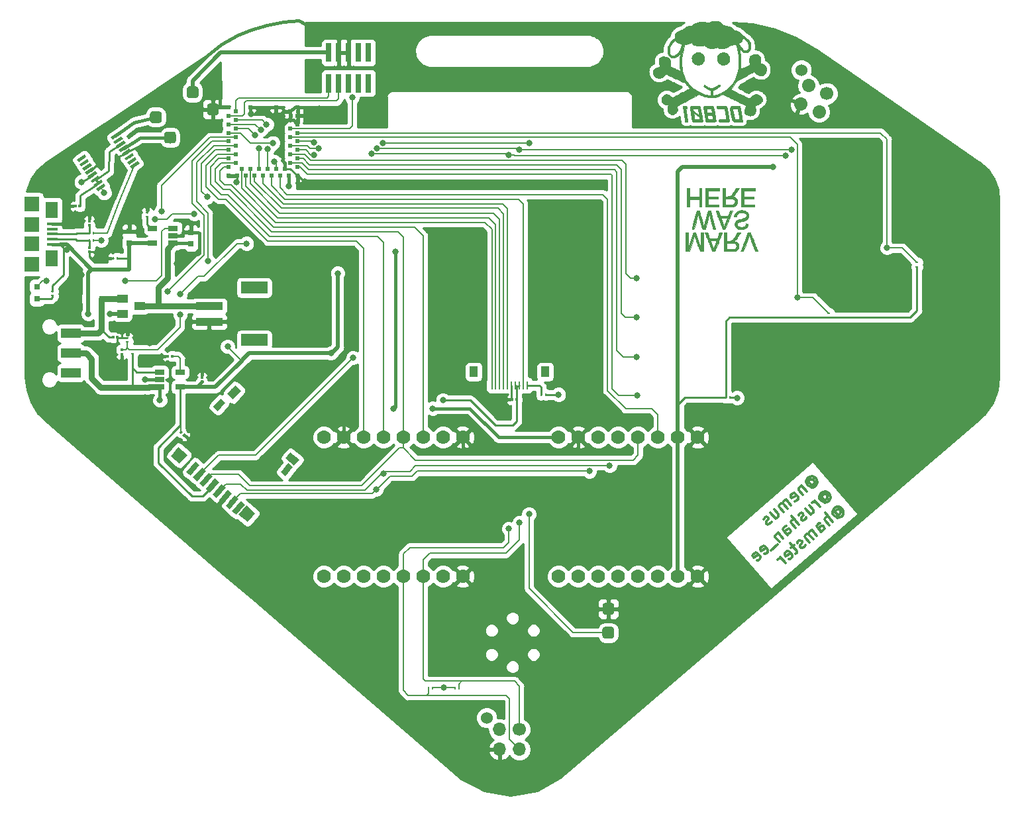
<source format=gbl>
G04 #@! TF.GenerationSoftware,KiCad,Pcbnew,(5.0.0-rc2-dev-321-g78161b592)*
G04 #@! TF.CreationDate,2018-05-29T00:04:32-06:00*
G04 #@! TF.ProjectId,dragon,647261676F6E2E6B696361645F706362,1.0*
G04 #@! TF.SameCoordinates,Original*
G04 #@! TF.FileFunction,Copper,L2,Bot,Signal*
G04 #@! TF.FilePolarity,Positive*
%FSLAX46Y46*%
G04 Gerber Fmt 4.6, Leading zero omitted, Abs format (unit mm)*
G04 Created by KiCad (PCBNEW (5.0.0-rc2-dev-321-g78161b592)) date 05/29/18 00:04:32*
%MOMM*%
%LPD*%
G01*
G04 APERTURE LIST*
%ADD10C,0.300000*%
%ADD11C,0.010000*%
%ADD12C,1.524000*%
%ADD13C,1.700000*%
%ADD14C,1.700000*%
%ADD15O,1.700000X1.700000*%
%ADD16C,1.778000*%
%ADD17R,0.350000X0.300000*%
%ADD18R,0.300000X0.350000*%
%ADD19R,0.750000X0.800000*%
%ADD20R,0.800000X0.800000*%
%ADD21R,0.600000X0.800000*%
%ADD22R,1.350000X0.400000*%
%ADD23R,1.900000X1.900000*%
%ADD24R,1.600000X2.100000*%
%ADD25C,0.700176*%
%ADD26C,0.100000*%
%ADD27C,0.701190*%
%ADD28C,0.700642*%
%ADD29C,0.700870*%
%ADD30C,0.700982*%
%ADD31C,0.700174*%
%ADD32C,0.700710*%
%ADD33C,0.701054*%
%ADD34C,1.500920*%
%ADD35C,1.501800*%
%ADD36C,0.800584*%
%ADD37C,0.800364*%
%ADD38C,1.000010*%
%ADD39C,1.001290*%
%ADD40R,3.400000X1.500000*%
%ADD41R,3.500000X1.000000*%
%ADD42R,0.740000X2.400000*%
%ADD43R,0.280000X0.430000*%
%ADD44R,0.430000X0.280000*%
%ADD45R,2.500000X1.250000*%
%ADD46C,0.400000*%
%ADD47R,1.220000X0.650000*%
%ADD48R,0.500000X0.500000*%
%ADD49R,0.254000X1.016000*%
%ADD50R,1.016000X1.346200*%
%ADD51C,1.500000*%
%ADD52C,0.300000*%
%ADD53R,1.400000X1.000000*%
%ADD54C,0.800000*%
%ADD55C,0.250000*%
%ADD56C,0.400000*%
%ADD57C,0.500000*%
%ADD58C,0.150000*%
%ADD59C,0.750000*%
%ADD60C,0.254000*%
G04 APERTURE END LIST*
D10*
X179286109Y-113819973D02*
X179293155Y-113719203D01*
X179354109Y-113571573D01*
X179461925Y-113477850D01*
X179616602Y-113438035D01*
X179717371Y-113445082D01*
X179865002Y-113506036D01*
X179958724Y-113613852D01*
X179998539Y-113768529D01*
X179991493Y-113869298D01*
X179930539Y-114016928D01*
X179822723Y-114110651D01*
X179668046Y-114150466D01*
X179567277Y-114143420D01*
X179192386Y-113712157D02*
X179567277Y-114143420D01*
X179560230Y-114244189D01*
X179506322Y-114291050D01*
X179351645Y-114330865D01*
X179204015Y-114269911D01*
X178969708Y-114000372D01*
X178936940Y-113744925D01*
X179004940Y-113496526D01*
X179173710Y-113255172D01*
X179436203Y-113121635D01*
X179691649Y-113088866D01*
X179940049Y-113156867D01*
X180181402Y-113325637D01*
X180314940Y-113588130D01*
X180347708Y-113843576D01*
X180279707Y-114091976D01*
X180110938Y-114333329D01*
X179848445Y-114466866D01*
X179592999Y-114499635D01*
X178343954Y-114260400D02*
X179000013Y-115015110D01*
X178437676Y-114368216D02*
X178336907Y-114361169D01*
X178182230Y-114400984D01*
X178020507Y-114541568D01*
X177959552Y-114689199D01*
X177999367Y-114843876D01*
X178514842Y-115436862D01*
X177497640Y-116226459D02*
X177652317Y-116186644D01*
X177867948Y-115999198D01*
X177928903Y-115851568D01*
X177889088Y-115696891D01*
X177514197Y-115265628D01*
X177366566Y-115204674D01*
X177211889Y-115244489D01*
X176996258Y-115431934D01*
X176935304Y-115579565D01*
X176975118Y-115734242D01*
X177068841Y-115842057D01*
X177701642Y-115481260D01*
X177005423Y-116748980D02*
X176349364Y-115994271D01*
X176443087Y-116102086D02*
X176342317Y-116095040D01*
X176187640Y-116134855D01*
X176025917Y-116275439D01*
X175964963Y-116423069D01*
X176004778Y-116577746D01*
X176520253Y-117170732D01*
X176004778Y-116577746D02*
X175857147Y-116516792D01*
X175702470Y-116556607D01*
X175540747Y-116697191D01*
X175479792Y-116844822D01*
X175519607Y-116999499D01*
X176035082Y-117592485D01*
X174354774Y-117728141D02*
X175010833Y-118482850D01*
X174839945Y-117306389D02*
X175355420Y-117899375D01*
X175395235Y-118054052D01*
X175334280Y-118201682D01*
X175172557Y-118342266D01*
X175017880Y-118382081D01*
X174917111Y-118375035D01*
X174478802Y-118850695D02*
X174417847Y-118998325D01*
X174202216Y-119185771D01*
X174047539Y-119225586D01*
X173899908Y-119164631D01*
X173853047Y-119110724D01*
X173813232Y-118956047D01*
X173874186Y-118808416D01*
X174035910Y-118667832D01*
X174096864Y-118520201D01*
X174057049Y-118365524D01*
X174010188Y-118311617D01*
X173862557Y-118250662D01*
X173707880Y-118290477D01*
X173546157Y-118431061D01*
X173485203Y-118578692D01*
X180959060Y-115744482D02*
X180966106Y-115643712D01*
X181027060Y-115496082D01*
X181134876Y-115402359D01*
X181289553Y-115362544D01*
X181390322Y-115369591D01*
X181537953Y-115430545D01*
X181631675Y-115538361D01*
X181671490Y-115693038D01*
X181664444Y-115793807D01*
X181603490Y-115941437D01*
X181495674Y-116035160D01*
X181340997Y-116074975D01*
X181240228Y-116067929D01*
X180865337Y-115636666D02*
X181240228Y-116067929D01*
X181233181Y-116168698D01*
X181179273Y-116215559D01*
X181024596Y-116255374D01*
X180876966Y-116194420D01*
X180642659Y-115924881D01*
X180609891Y-115669434D01*
X180677891Y-115421035D01*
X180846661Y-115179681D01*
X181109154Y-115046144D01*
X181364600Y-115013375D01*
X181613000Y-115081376D01*
X181854353Y-115250146D01*
X181987891Y-115512639D01*
X182020659Y-115768085D01*
X181952658Y-116016485D01*
X181783889Y-116257838D01*
X181521396Y-116391375D01*
X181265950Y-116424144D01*
X180672964Y-116939619D02*
X180016905Y-116184909D01*
X180204350Y-116400541D02*
X180056719Y-116339586D01*
X179955950Y-116332540D01*
X179801273Y-116372355D01*
X179693458Y-116466077D01*
X178830932Y-117215859D02*
X179486991Y-117970569D01*
X179316103Y-116794107D02*
X179831578Y-117387093D01*
X179871393Y-117541770D01*
X179810438Y-117689401D01*
X179648715Y-117829985D01*
X179494038Y-117869800D01*
X179393269Y-117862753D01*
X178954960Y-118338413D02*
X178894005Y-118486044D01*
X178678374Y-118673489D01*
X178523697Y-118713304D01*
X178376066Y-118652350D01*
X178329205Y-118598442D01*
X178289390Y-118443765D01*
X178350344Y-118296134D01*
X178512068Y-118155550D01*
X178573022Y-118007920D01*
X178533207Y-117853243D01*
X178486346Y-117799335D01*
X178338715Y-117738381D01*
X178184038Y-117778195D01*
X178022315Y-117918780D01*
X177961361Y-118066410D01*
X178031480Y-119235825D02*
X177047392Y-118103761D01*
X177546310Y-119657578D02*
X177030835Y-119064592D01*
X176991020Y-118909915D01*
X177051974Y-118762284D01*
X177213698Y-118621700D01*
X177368375Y-118581885D01*
X177469144Y-118588932D01*
X176522061Y-120547944D02*
X176006586Y-119954957D01*
X175966771Y-119800280D01*
X176027725Y-119652650D01*
X176243357Y-119465204D01*
X176398034Y-119425390D01*
X176475200Y-120494036D02*
X176629877Y-120454221D01*
X176899416Y-120219914D01*
X176960370Y-120072283D01*
X176920555Y-119917606D01*
X176826832Y-119809791D01*
X176679202Y-119748836D01*
X176524525Y-119788651D01*
X176254986Y-120022958D01*
X176100309Y-120062773D01*
X175326924Y-120261848D02*
X175982983Y-121016557D01*
X175420646Y-120369663D02*
X175319877Y-120362617D01*
X175165200Y-120402432D01*
X175003477Y-120543016D01*
X174942522Y-120690646D01*
X174982337Y-120845323D01*
X175497812Y-121438309D01*
X175321996Y-121780432D02*
X174459471Y-122530214D01*
X173618085Y-122977688D02*
X173772762Y-122937873D01*
X173988393Y-122750427D01*
X174049347Y-122602797D01*
X174009532Y-122448120D01*
X173634642Y-122016857D01*
X173487011Y-121955903D01*
X173332334Y-121995718D01*
X173116703Y-122183163D01*
X173055748Y-122330794D01*
X173095563Y-122485471D01*
X173189286Y-122593286D01*
X173822087Y-122232489D01*
X172647744Y-123821192D02*
X172802421Y-123781377D01*
X173018052Y-123593932D01*
X173079006Y-123446301D01*
X173039192Y-123291624D01*
X172664301Y-122860362D01*
X172516670Y-122799407D01*
X172361993Y-122839222D01*
X172146362Y-123026668D01*
X172085407Y-123174298D01*
X172125222Y-123328975D01*
X172218945Y-123436791D01*
X172851746Y-123075993D01*
X182632011Y-117668991D02*
X182639057Y-117568221D01*
X182700011Y-117420591D01*
X182807827Y-117326868D01*
X182962504Y-117287053D01*
X183063273Y-117294100D01*
X183210904Y-117355054D01*
X183304626Y-117462870D01*
X183344441Y-117617547D01*
X183337395Y-117718316D01*
X183276441Y-117865946D01*
X183168625Y-117959669D01*
X183013948Y-117999484D01*
X182913179Y-117992438D01*
X182538288Y-117561175D02*
X182913179Y-117992438D01*
X182906132Y-118093207D01*
X182852224Y-118140068D01*
X182697547Y-118179883D01*
X182549917Y-118118929D01*
X182315610Y-117849390D01*
X182282842Y-117593943D01*
X182350842Y-117345544D01*
X182519612Y-117104190D01*
X182782105Y-116970653D01*
X183037551Y-116937884D01*
X183285951Y-117005885D01*
X183527304Y-117174655D01*
X183660842Y-117437148D01*
X183693610Y-117692594D01*
X183625609Y-117940994D01*
X183456840Y-118182347D01*
X183194347Y-118315884D01*
X182938901Y-118348653D01*
X182345915Y-118864128D02*
X181361826Y-117732063D01*
X181860744Y-119285880D02*
X181345269Y-118692894D01*
X181305454Y-118538217D01*
X181366409Y-118390586D01*
X181528132Y-118250002D01*
X181682809Y-118210187D01*
X181783578Y-118217234D01*
X180836495Y-120176246D02*
X180321020Y-119583260D01*
X180281206Y-119428583D01*
X180342160Y-119280952D01*
X180557791Y-119093507D01*
X180712468Y-119053692D01*
X180789634Y-120122338D02*
X180944311Y-120082523D01*
X181213850Y-119848216D01*
X181274805Y-119700586D01*
X181234990Y-119545909D01*
X181141267Y-119438093D01*
X180993636Y-119377139D01*
X180838959Y-119416954D01*
X180569420Y-119651261D01*
X180414743Y-119691075D01*
X180297417Y-120644860D02*
X179641358Y-119890150D01*
X179735081Y-119997966D02*
X179634312Y-119990919D01*
X179479635Y-120030734D01*
X179317911Y-120171318D01*
X179256957Y-120318949D01*
X179296772Y-120473626D01*
X179812247Y-121066612D01*
X179296772Y-120473626D02*
X179149141Y-120412671D01*
X178994464Y-120452486D01*
X178832741Y-120593070D01*
X178771786Y-120740701D01*
X178811601Y-120895378D01*
X179327076Y-121488364D01*
X178795044Y-121856208D02*
X178734090Y-122003839D01*
X178518459Y-122191284D01*
X178363782Y-122231099D01*
X178216151Y-122170145D01*
X178169290Y-122116237D01*
X178129475Y-121961560D01*
X178190429Y-121813930D01*
X178352153Y-121673345D01*
X178413107Y-121525715D01*
X178373292Y-121371038D01*
X178326431Y-121317130D01*
X178178800Y-121256176D01*
X178024123Y-121295991D01*
X177862400Y-121436575D01*
X177801446Y-121584205D01*
X177377229Y-121858327D02*
X176945967Y-122233218D01*
X176887476Y-121621556D02*
X177730981Y-122591897D01*
X177770796Y-122746574D01*
X177709841Y-122894205D01*
X177602026Y-122987927D01*
X176746547Y-123636940D02*
X176901224Y-123597125D01*
X177116855Y-123409680D01*
X177177810Y-123262049D01*
X177137995Y-123107372D01*
X176763104Y-122676110D01*
X176615473Y-122615155D01*
X176460796Y-122654970D01*
X176245165Y-122842416D01*
X176184211Y-122990046D01*
X176224026Y-123144723D01*
X176317748Y-123252539D01*
X176950549Y-122891741D01*
X176254330Y-124159461D02*
X175598271Y-123404752D01*
X175785717Y-123620383D02*
X175638086Y-123559429D01*
X175537317Y-123552382D01*
X175382640Y-123592197D01*
X175274824Y-123685920D01*
D11*
G36*
X164957399Y-58880837D02*
X164812407Y-58923181D01*
X164681224Y-58990232D01*
X164566222Y-59079111D01*
X164469772Y-59186938D01*
X164394244Y-59310832D01*
X164342011Y-59447912D01*
X164315442Y-59595298D01*
X164316909Y-59750110D01*
X164327363Y-59821510D01*
X164369253Y-59961769D01*
X164437854Y-60092839D01*
X164529096Y-60210111D01*
X164638910Y-60308977D01*
X164763227Y-60384825D01*
X164857395Y-60421971D01*
X164940146Y-60442311D01*
X165032428Y-60456782D01*
X165121923Y-60464013D01*
X165196311Y-60462636D01*
X165209199Y-60461076D01*
X165365073Y-60423386D01*
X165505967Y-60360184D01*
X165629635Y-60274416D01*
X165733831Y-60169027D01*
X165816311Y-60046964D01*
X165874828Y-59911173D01*
X165907138Y-59764601D01*
X165910996Y-59610194D01*
X165904365Y-59548913D01*
X165870109Y-59401670D01*
X165811310Y-59271181D01*
X165725022Y-59151605D01*
X165679409Y-59102764D01*
X165559133Y-59000139D01*
X165431651Y-58927567D01*
X165293281Y-58883506D01*
X165140342Y-58866417D01*
X165113829Y-58866083D01*
X164957399Y-58880837D01*
X164957399Y-58880837D01*
G37*
X164957399Y-58880837D02*
X164812407Y-58923181D01*
X164681224Y-58990232D01*
X164566222Y-59079111D01*
X164469772Y-59186938D01*
X164394244Y-59310832D01*
X164342011Y-59447912D01*
X164315442Y-59595298D01*
X164316909Y-59750110D01*
X164327363Y-59821510D01*
X164369253Y-59961769D01*
X164437854Y-60092839D01*
X164529096Y-60210111D01*
X164638910Y-60308977D01*
X164763227Y-60384825D01*
X164857395Y-60421971D01*
X164940146Y-60442311D01*
X165032428Y-60456782D01*
X165121923Y-60464013D01*
X165196311Y-60462636D01*
X165209199Y-60461076D01*
X165365073Y-60423386D01*
X165505967Y-60360184D01*
X165629635Y-60274416D01*
X165733831Y-60169027D01*
X165816311Y-60046964D01*
X165874828Y-59911173D01*
X165907138Y-59764601D01*
X165910996Y-59610194D01*
X165904365Y-59548913D01*
X165870109Y-59401670D01*
X165811310Y-59271181D01*
X165725022Y-59151605D01*
X165679409Y-59102764D01*
X165559133Y-59000139D01*
X165431651Y-58927567D01*
X165293281Y-58883506D01*
X165140342Y-58866417D01*
X165113829Y-58866083D01*
X164957399Y-58880837D01*
G36*
X168190076Y-58878890D02*
X168048020Y-58918254D01*
X167918014Y-58985840D01*
X167796442Y-59083123D01*
X167782156Y-59096953D01*
X167684600Y-59214108D01*
X167612024Y-59345801D01*
X167565046Y-59487410D01*
X167544282Y-59634313D01*
X167550348Y-59781885D01*
X167583861Y-59925506D01*
X167645438Y-60060551D01*
X167652133Y-60071726D01*
X167702018Y-60140460D01*
X167768388Y-60214696D01*
X167840904Y-60283868D01*
X167909230Y-60337411D01*
X167917179Y-60342618D01*
X168038492Y-60403152D01*
X168176514Y-60443554D01*
X168321948Y-60461983D01*
X168465501Y-60456595D01*
X168481077Y-60454424D01*
X168599890Y-60423379D01*
X168721077Y-60368108D01*
X168834875Y-60293770D01*
X168910459Y-60227644D01*
X169007909Y-60109115D01*
X169078570Y-59978784D01*
X169122993Y-59840482D01*
X169141726Y-59698045D01*
X169135319Y-59555306D01*
X169104322Y-59416098D01*
X169049284Y-59284254D01*
X168970755Y-59163610D01*
X168869284Y-59057997D01*
X168745421Y-58971250D01*
X168729073Y-58962287D01*
X168606407Y-58907222D01*
X168485644Y-58876376D01*
X168353052Y-58866291D01*
X168347801Y-58866272D01*
X168190076Y-58878890D01*
X168190076Y-58878890D01*
G37*
X168190076Y-58878890D02*
X168048020Y-58918254D01*
X167918014Y-58985840D01*
X167796442Y-59083123D01*
X167782156Y-59096953D01*
X167684600Y-59214108D01*
X167612024Y-59345801D01*
X167565046Y-59487410D01*
X167544282Y-59634313D01*
X167550348Y-59781885D01*
X167583861Y-59925506D01*
X167645438Y-60060551D01*
X167652133Y-60071726D01*
X167702018Y-60140460D01*
X167768388Y-60214696D01*
X167840904Y-60283868D01*
X167909230Y-60337411D01*
X167917179Y-60342618D01*
X168038492Y-60403152D01*
X168176514Y-60443554D01*
X168321948Y-60461983D01*
X168465501Y-60456595D01*
X168481077Y-60454424D01*
X168599890Y-60423379D01*
X168721077Y-60368108D01*
X168834875Y-60293770D01*
X168910459Y-60227644D01*
X169007909Y-60109115D01*
X169078570Y-59978784D01*
X169122993Y-59840482D01*
X169141726Y-59698045D01*
X169135319Y-59555306D01*
X169104322Y-59416098D01*
X169049284Y-59284254D01*
X168970755Y-59163610D01*
X168869284Y-59057997D01*
X168745421Y-58971250D01*
X168729073Y-58962287D01*
X168606407Y-58907222D01*
X168485644Y-58876376D01*
X168353052Y-58866291D01*
X168347801Y-58866272D01*
X168190076Y-58878890D01*
G36*
X167125462Y-54849521D02*
X166919497Y-54879388D01*
X166714385Y-54934671D01*
X166515466Y-55014527D01*
X166475979Y-55033835D01*
X166376217Y-55084195D01*
X166225983Y-55036071D01*
X165984753Y-54974779D01*
X165743530Y-54944980D01*
X165503689Y-54946404D01*
X165266606Y-54978784D01*
X165033657Y-55041851D01*
X164806218Y-55135337D01*
X164585665Y-55258974D01*
X164398560Y-55392349D01*
X164367539Y-55414874D01*
X164336739Y-55430733D01*
X164298425Y-55442149D01*
X164244862Y-55451341D01*
X164168316Y-55460531D01*
X164156664Y-55461799D01*
X163934093Y-55500879D01*
X163722677Y-55568129D01*
X163525142Y-55662294D01*
X163344208Y-55782121D01*
X163212322Y-55896517D01*
X163162824Y-55940257D01*
X163117195Y-55966588D01*
X163060257Y-55983547D01*
X163040068Y-55987741D01*
X162838929Y-56039563D01*
X162658012Y-56111483D01*
X162499541Y-56202429D01*
X162365739Y-56311327D01*
X162362130Y-56314859D01*
X162260798Y-56429170D01*
X162188479Y-56546509D01*
X162142554Y-56673086D01*
X162120407Y-56815106D01*
X162117426Y-56895119D01*
X162116827Y-57030226D01*
X162033789Y-57085804D01*
X161971078Y-57133760D01*
X161895131Y-57201139D01*
X161811786Y-57281931D01*
X161726883Y-57370129D01*
X161646259Y-57459725D01*
X161575753Y-57544708D01*
X161534675Y-57599464D01*
X161446188Y-57737053D01*
X161363509Y-57888995D01*
X161292326Y-58043840D01*
X161238322Y-58190136D01*
X161233304Y-58206446D01*
X161216329Y-58266118D01*
X161204434Y-58318526D01*
X161196703Y-58371784D01*
X161192223Y-58434008D01*
X161190079Y-58513311D01*
X161189427Y-58595870D01*
X161191153Y-58728172D01*
X161198510Y-58837480D01*
X161213108Y-58932335D01*
X161236560Y-59021279D01*
X161270477Y-59112852D01*
X161299510Y-59179167D01*
X161373983Y-59308110D01*
X161466746Y-59411560D01*
X161575837Y-59488530D01*
X161699294Y-59538030D01*
X161835154Y-59559073D01*
X161981454Y-59550670D01*
X162022278Y-59543268D01*
X162119511Y-59515481D01*
X162230390Y-59471426D01*
X162344868Y-59416029D01*
X162452896Y-59354216D01*
X162544427Y-59290914D01*
X162556306Y-59281437D01*
X162614259Y-59228441D01*
X162676997Y-59162197D01*
X162731939Y-59096084D01*
X162737115Y-59089193D01*
X162774875Y-59039637D01*
X162805174Y-59002456D01*
X162823484Y-58983089D01*
X162826639Y-58981667D01*
X162826542Y-58998573D01*
X162822352Y-59040999D01*
X162814753Y-59103036D01*
X162804431Y-59178773D01*
X162801255Y-59200879D01*
X162757797Y-59580180D01*
X162736966Y-59959890D01*
X162738721Y-60334426D01*
X162763015Y-60698207D01*
X162809806Y-61045649D01*
X162816044Y-61081075D01*
X162827770Y-61148369D01*
X162836484Y-61202759D01*
X162841154Y-61237503D01*
X162841428Y-61246575D01*
X162825552Y-61242584D01*
X162784444Y-61227077D01*
X162721819Y-61201679D01*
X162641388Y-61168018D01*
X162546868Y-61127720D01*
X162441970Y-61082412D01*
X162330409Y-61033720D01*
X162215899Y-60983271D01*
X162102154Y-60932691D01*
X161992886Y-60883608D01*
X161891810Y-60837646D01*
X161802640Y-60796435D01*
X161729089Y-60761598D01*
X161687205Y-60741034D01*
X161611120Y-60698750D01*
X161561420Y-60662002D01*
X161542432Y-60638126D01*
X161535829Y-60611182D01*
X161532586Y-60564570D01*
X161532682Y-60495031D01*
X161536092Y-60399303D01*
X161540187Y-60319496D01*
X161544844Y-60215659D01*
X161547193Y-60117402D01*
X161547192Y-60032089D01*
X161544794Y-59967086D01*
X161542458Y-59942810D01*
X161509955Y-59809406D01*
X161451539Y-59694338D01*
X161367377Y-59597766D01*
X161257638Y-59519851D01*
X161122491Y-59460753D01*
X161003511Y-59428653D01*
X160918256Y-59415721D01*
X160818162Y-59408542D01*
X160710954Y-59406861D01*
X160604357Y-59410419D01*
X160506097Y-59418958D01*
X160423899Y-59432220D01*
X160365502Y-59449942D01*
X160269777Y-59502084D01*
X160198193Y-59563154D01*
X160143187Y-59639767D01*
X160138252Y-59648640D01*
X160108232Y-59720795D01*
X160090608Y-59806120D01*
X160085546Y-59907222D01*
X160093217Y-60026705D01*
X160113786Y-60167178D01*
X160147424Y-60331246D01*
X160194297Y-60521516D01*
X160194640Y-60522827D01*
X160212592Y-60593057D01*
X160226497Y-60650977D01*
X160234917Y-60690329D01*
X160236546Y-60704798D01*
X160220023Y-60709715D01*
X160179140Y-60719296D01*
X160120714Y-60731992D01*
X160074065Y-60741691D01*
X159916240Y-60777393D01*
X159786270Y-60814810D01*
X159680220Y-60855544D01*
X159594155Y-60901194D01*
X159524141Y-60953363D01*
X159501479Y-60974674D01*
X159428882Y-61068897D01*
X159382761Y-61178216D01*
X159363155Y-61300078D01*
X159370099Y-61431928D01*
X159403631Y-61571214D01*
X159463787Y-61715382D01*
X159490069Y-61764627D01*
X159568261Y-61889598D01*
X159647983Y-61985922D01*
X159734034Y-62056573D01*
X159831214Y-62104523D01*
X159944323Y-62132748D01*
X160078161Y-62144221D01*
X160103509Y-62144721D01*
X160192640Y-62143211D01*
X160263155Y-62135114D01*
X160327852Y-62118714D01*
X160348018Y-62111925D01*
X160508113Y-62039531D01*
X160663405Y-61937568D01*
X160810938Y-61808202D01*
X160910040Y-61700090D01*
X160992852Y-61601494D01*
X161074429Y-61649225D01*
X161147336Y-61689924D01*
X161245006Y-61741430D01*
X161363169Y-61801604D01*
X161497554Y-61868304D01*
X161643891Y-61939390D01*
X161797909Y-62012721D01*
X161823592Y-62024807D01*
X161939158Y-62079016D01*
X162074783Y-62142497D01*
X162225171Y-62212781D01*
X162385026Y-62287401D01*
X162549053Y-62363889D01*
X162711957Y-62439777D01*
X162868443Y-62512597D01*
X163013215Y-62579882D01*
X163140977Y-62639164D01*
X163246434Y-62687974D01*
X163266439Y-62697212D01*
X163485381Y-62798253D01*
X163584132Y-62926317D01*
X163631130Y-62983875D01*
X163693928Y-63055988D01*
X163765620Y-63134964D01*
X163839298Y-63213109D01*
X163869755Y-63244422D01*
X163930801Y-63307815D01*
X163982075Y-63363590D01*
X164020165Y-63407823D01*
X164041659Y-63436593D01*
X164044802Y-63445696D01*
X164027944Y-63456237D01*
X163985931Y-63480457D01*
X163921529Y-63516828D01*
X163837499Y-63563825D01*
X163736605Y-63619921D01*
X163621611Y-63683589D01*
X163495281Y-63753303D01*
X163360376Y-63827535D01*
X163219662Y-63904758D01*
X163075902Y-63983448D01*
X162931858Y-64062075D01*
X162790295Y-64139115D01*
X162753441Y-64159128D01*
X162595964Y-64244047D01*
X162446669Y-64323476D01*
X162308216Y-64396063D01*
X162183265Y-64460456D01*
X162074477Y-64515304D01*
X161984511Y-64559255D01*
X161916029Y-64590959D01*
X161871689Y-64609062D01*
X161861970Y-64612035D01*
X161831555Y-64611339D01*
X161791513Y-64594865D01*
X161738868Y-64560686D01*
X161670647Y-64506877D01*
X161585740Y-64433179D01*
X161475532Y-64351237D01*
X161351724Y-64287471D01*
X161221971Y-64244630D01*
X161093928Y-64225463D01*
X161012387Y-64227287D01*
X160895979Y-64253417D01*
X160784815Y-64308029D01*
X160676061Y-64392603D01*
X160651950Y-64415600D01*
X160552652Y-64533366D01*
X160481229Y-64661712D01*
X160438314Y-64797324D01*
X160424541Y-64936888D01*
X160440543Y-65077089D01*
X160486955Y-65214611D01*
X160495704Y-65233034D01*
X160549869Y-65327737D01*
X160611235Y-65401807D01*
X160684672Y-65458209D01*
X160775047Y-65499912D01*
X160887231Y-65529879D01*
X161015785Y-65549864D01*
X161118836Y-65562226D01*
X161194245Y-65571847D01*
X161245895Y-65580059D01*
X161277672Y-65588197D01*
X161293460Y-65597595D01*
X161297144Y-65609587D01*
X161292608Y-65625507D01*
X161285462Y-65642470D01*
X161241939Y-65775045D01*
X161215131Y-65925029D01*
X161204247Y-66097222D01*
X161203911Y-66137985D01*
X161207273Y-66259707D01*
X161218712Y-66357306D01*
X161240432Y-66437903D01*
X161274637Y-66508619D01*
X161323529Y-66576574D01*
X161348636Y-66605629D01*
X161443760Y-66689105D01*
X161553258Y-66747680D01*
X161672744Y-66782117D01*
X161797833Y-66793179D01*
X161924137Y-66781628D01*
X162047271Y-66748228D01*
X162162849Y-66693742D01*
X162266484Y-66618932D01*
X162353790Y-66524561D01*
X162416494Y-66419893D01*
X162437365Y-66370877D01*
X162450065Y-66326206D01*
X162456463Y-66275076D01*
X162458432Y-66206677D01*
X162458426Y-66177722D01*
X162455976Y-66091800D01*
X162447956Y-66023484D01*
X162432113Y-65958762D01*
X162414951Y-65907510D01*
X162394330Y-65849974D01*
X162378006Y-65804134D01*
X162368869Y-65778113D01*
X162368062Y-65775708D01*
X162380576Y-65765471D01*
X162417972Y-65741866D01*
X162477184Y-65706664D01*
X162555141Y-65661637D01*
X162648774Y-65608558D01*
X162755016Y-65549199D01*
X162870797Y-65485332D01*
X162872653Y-65484315D01*
X163009097Y-65409527D01*
X163154166Y-65330018D01*
X163301175Y-65249450D01*
X163443439Y-65171487D01*
X163574275Y-65099792D01*
X163686998Y-65038028D01*
X163730976Y-65013933D01*
X163976667Y-64879314D01*
X164239094Y-64735496D01*
X164507127Y-64588580D01*
X164769637Y-64444666D01*
X164967578Y-64336131D01*
X165202803Y-64207141D01*
X165309318Y-64260660D01*
X165594264Y-64389900D01*
X165886130Y-64495519D01*
X166178727Y-64575553D01*
X166465868Y-64628044D01*
X166470673Y-64628688D01*
X166734005Y-64648073D01*
X167004840Y-64637067D01*
X167283404Y-64595624D01*
X167569926Y-64523702D01*
X167864635Y-64421255D01*
X168114911Y-64313346D01*
X168286706Y-64233021D01*
X168361281Y-64265770D01*
X168394789Y-64281066D01*
X168452520Y-64308060D01*
X168530054Y-64344659D01*
X168622971Y-64388769D01*
X168726853Y-64438296D01*
X168837279Y-64491147D01*
X168857071Y-64500641D01*
X168985789Y-64562347D01*
X169124663Y-64628818D01*
X169265520Y-64696150D01*
X169400188Y-64760437D01*
X169520491Y-64817774D01*
X169596182Y-64853775D01*
X169728325Y-64916858D01*
X169868736Y-64984450D01*
X170014618Y-65055160D01*
X170163171Y-65127595D01*
X170311596Y-65200364D01*
X170457094Y-65272076D01*
X170596866Y-65341338D01*
X170728113Y-65406758D01*
X170848036Y-65466946D01*
X170953836Y-65520509D01*
X171042713Y-65566055D01*
X171111870Y-65602194D01*
X171158505Y-65627532D01*
X171179822Y-65640679D01*
X171180754Y-65641643D01*
X171201030Y-65687939D01*
X171203386Y-65739811D01*
X171187026Y-65803432D01*
X171151153Y-65884974D01*
X171148702Y-65889892D01*
X171092021Y-66025295D01*
X171054456Y-66163676D01*
X171036514Y-66299303D01*
X171038701Y-66426450D01*
X171061524Y-66539386D01*
X171086000Y-66599251D01*
X171155669Y-66701691D01*
X171250886Y-66790494D01*
X171367117Y-66862294D01*
X171499825Y-66913725D01*
X171515582Y-66918087D01*
X171584943Y-66931826D01*
X171670725Y-66942008D01*
X171762423Y-66948072D01*
X171849528Y-66949460D01*
X171921535Y-66945610D01*
X171950100Y-66941231D01*
X172076608Y-66898475D01*
X172191784Y-66829212D01*
X172292273Y-66737708D01*
X172374725Y-66628228D01*
X172435786Y-66505039D01*
X172472105Y-66372403D01*
X172481101Y-66265602D01*
X172472688Y-66165434D01*
X172449606Y-66051612D01*
X172415092Y-65936752D01*
X172372380Y-65833468D01*
X172368003Y-65824695D01*
X172349027Y-65782424D01*
X172338686Y-65749834D01*
X172338047Y-65744150D01*
X172352202Y-65727698D01*
X172389452Y-65708227D01*
X172426350Y-65694742D01*
X172496355Y-65668597D01*
X172585155Y-65629380D01*
X172684748Y-65581124D01*
X172787132Y-65527861D01*
X172884307Y-65473624D01*
X172968269Y-65422447D01*
X172974023Y-65418705D01*
X173077575Y-65341482D01*
X173170682Y-65253825D01*
X173246510Y-65162859D01*
X173293618Y-65085525D01*
X173324098Y-64990853D01*
X173332700Y-64884800D01*
X173319615Y-64778870D01*
X173287091Y-64688486D01*
X173223271Y-64591977D01*
X173134299Y-64496191D01*
X173026485Y-64406438D01*
X172906135Y-64328027D01*
X172791184Y-64271066D01*
X172736619Y-64250640D01*
X172684771Y-64238369D01*
X172624107Y-64232369D01*
X172544681Y-64230754D01*
X172469734Y-64231713D01*
X172415229Y-64236249D01*
X172369847Y-64246577D01*
X172322267Y-64264915D01*
X172286714Y-64281272D01*
X172217170Y-64316172D01*
X172152372Y-64353633D01*
X172086114Y-64397940D01*
X172012187Y-64453377D01*
X171924386Y-64524229D01*
X171874246Y-64566016D01*
X171794964Y-64630279D01*
X171731803Y-64674485D01*
X171678414Y-64701070D01*
X171628453Y-64712469D01*
X171575572Y-64711116D01*
X171521587Y-64701311D01*
X171472168Y-64685590D01*
X171396314Y-64654910D01*
X171295291Y-64609900D01*
X171170368Y-64551194D01*
X171022811Y-64479421D01*
X170853888Y-64395215D01*
X170664867Y-64299207D01*
X170457015Y-64192027D01*
X170231601Y-64074307D01*
X169989890Y-63946680D01*
X169747184Y-63817291D01*
X169639821Y-63759813D01*
X169540363Y-63706582D01*
X169452595Y-63659623D01*
X169380302Y-63620961D01*
X169327270Y-63592619D01*
X169297283Y-63576623D01*
X169293213Y-63574464D01*
X169281309Y-63565961D01*
X169278790Y-63554363D01*
X169288363Y-63535674D01*
X169312732Y-63505896D01*
X169354606Y-63461034D01*
X169405680Y-63408364D01*
X169617875Y-63172860D01*
X169807123Y-62923531D01*
X169979429Y-62652447D01*
X169984123Y-62644371D01*
X170057134Y-62518468D01*
X170271714Y-62404256D01*
X170395056Y-62338438D01*
X170541024Y-62260262D01*
X170704329Y-62172580D01*
X170879684Y-62078244D01*
X171061798Y-61980104D01*
X171245383Y-61881012D01*
X171425150Y-61783820D01*
X171595810Y-61691379D01*
X171752074Y-61606540D01*
X171827575Y-61565455D01*
X171931185Y-61509260D01*
X172025854Y-61458372D01*
X172107963Y-61414701D01*
X172173893Y-61380155D01*
X172220021Y-61356646D01*
X172242730Y-61346081D01*
X172244257Y-61345682D01*
X172259743Y-61356308D01*
X172293114Y-61385463D01*
X172339912Y-61429065D01*
X172395679Y-61483029D01*
X172413937Y-61501072D01*
X172527664Y-61606491D01*
X172633754Y-61686628D01*
X172739200Y-61744425D01*
X172850994Y-61782824D01*
X172976129Y-61804766D01*
X173121599Y-61813194D01*
X173156633Y-61813525D01*
X173242821Y-61812939D01*
X173305212Y-61809975D01*
X173351770Y-61803603D01*
X173390460Y-61792791D01*
X173424136Y-61778869D01*
X173540050Y-61708687D01*
X173639501Y-61613212D01*
X173720641Y-61495381D01*
X173781622Y-61358130D01*
X173820594Y-61204398D01*
X173830152Y-61133692D01*
X173835451Y-60965646D01*
X173815289Y-60816394D01*
X173769571Y-60685566D01*
X173698200Y-60572794D01*
X173679015Y-60550336D01*
X173620032Y-60492178D01*
X173554093Y-60443609D01*
X173474380Y-60400727D01*
X173374075Y-60359630D01*
X173301639Y-60334361D01*
X173191659Y-60293209D01*
X173111508Y-60253114D01*
X173061710Y-60214439D01*
X173042788Y-60177545D01*
X173046130Y-60157196D01*
X173076294Y-60059758D01*
X173094165Y-59942263D01*
X173099914Y-59813900D01*
X173093707Y-59683857D01*
X173075714Y-59561322D01*
X173046104Y-59455485D01*
X173032646Y-59423267D01*
X172985772Y-59348659D01*
X172918021Y-59273452D01*
X172838813Y-59206676D01*
X172757569Y-59157358D01*
X172752970Y-59155213D01*
X172663292Y-59126707D01*
X172552634Y-59110998D01*
X172428928Y-59107670D01*
X172300109Y-59116308D01*
X172174110Y-59136498D01*
X172058865Y-59167824D01*
X171991135Y-59195063D01*
X171910459Y-59243524D01*
X171832601Y-59308334D01*
X171766430Y-59380932D01*
X171720818Y-59452760D01*
X171718236Y-59458412D01*
X171689457Y-59547128D01*
X171669215Y-59658206D01*
X171657692Y-59783334D01*
X171655070Y-59914203D01*
X171661532Y-60042502D01*
X171677259Y-60159919D01*
X171700798Y-60253370D01*
X171719249Y-60310540D01*
X171727472Y-60346897D01*
X171726115Y-60371499D01*
X171715825Y-60393404D01*
X171711325Y-60400452D01*
X171690853Y-60425635D01*
X171660106Y-60452275D01*
X171615683Y-60482399D01*
X171554184Y-60518036D01*
X171472212Y-60561214D01*
X171366365Y-60613961D01*
X171296933Y-60647694D01*
X171211700Y-60688138D01*
X171117142Y-60731822D01*
X171017504Y-60776910D01*
X170917033Y-60821566D01*
X170819974Y-60863951D01*
X170730572Y-60902230D01*
X170653075Y-60934565D01*
X170591727Y-60959120D01*
X170550774Y-60974058D01*
X170534467Y-60977547D01*
X170534251Y-60960231D01*
X170539174Y-60921843D01*
X170544154Y-60892679D01*
X170550064Y-60843923D01*
X170555316Y-60768157D01*
X170559858Y-60670153D01*
X170563638Y-60554686D01*
X170566605Y-60426528D01*
X170568603Y-60297111D01*
X170316616Y-60297111D01*
X170313281Y-60464263D01*
X170305130Y-60606571D01*
X170268618Y-60939478D01*
X170215806Y-61250805D01*
X170145176Y-61547115D01*
X170055211Y-61834973D01*
X169968439Y-62063239D01*
X169848635Y-62330532D01*
X169716986Y-62573487D01*
X169569142Y-62798659D01*
X169400754Y-63012604D01*
X169207471Y-63221876D01*
X169184139Y-63245255D01*
X168937171Y-63472641D01*
X168678637Y-63675575D01*
X168412333Y-63851211D01*
X168261013Y-63936696D01*
X168200222Y-63969264D01*
X168147133Y-63998211D01*
X168110276Y-64018867D01*
X168102065Y-64023715D01*
X168046478Y-64053430D01*
X167967267Y-64089907D01*
X167871175Y-64130499D01*
X167764944Y-64172560D01*
X167655315Y-64213445D01*
X167549032Y-64250507D01*
X167452836Y-64281101D01*
X167427190Y-64288556D01*
X167370261Y-64303118D01*
X167294565Y-64320395D01*
X167209419Y-64338487D01*
X167124139Y-64355496D01*
X167048042Y-64369523D01*
X166990446Y-64378669D01*
X166977004Y-64380302D01*
X166960936Y-64369182D01*
X166956634Y-64360885D01*
X166954809Y-64339288D01*
X166954333Y-64291060D01*
X166955140Y-64221327D01*
X166957163Y-64135216D01*
X166960334Y-64037853D01*
X166961106Y-64017335D01*
X166973529Y-63694503D01*
X167100006Y-63658059D01*
X167239097Y-63608304D01*
X167387472Y-63536042D01*
X167548196Y-63439669D01*
X167652959Y-63368815D01*
X167739950Y-63307270D01*
X167804112Y-63260066D01*
X167848898Y-63223658D01*
X167877764Y-63194505D01*
X167894162Y-63169064D01*
X167901546Y-63143790D01*
X167903369Y-63115142D01*
X167903379Y-63111925D01*
X167897384Y-63062062D01*
X167875083Y-63027566D01*
X167861498Y-63015797D01*
X167824655Y-62992591D01*
X167787501Y-62984372D01*
X167744823Y-62992561D01*
X167691403Y-63018579D01*
X167622027Y-63063847D01*
X167583243Y-63091580D01*
X167462677Y-63177395D01*
X167360836Y-63245304D01*
X167272533Y-63298350D01*
X167192582Y-63339573D01*
X167115796Y-63372014D01*
X167087358Y-63382328D01*
X166953443Y-63417564D01*
X166820599Y-63428543D01*
X166685994Y-63414563D01*
X166546793Y-63374922D01*
X166400161Y-63308918D01*
X166243265Y-63215852D01*
X166146996Y-63149592D01*
X166065907Y-63094737D01*
X166002783Y-63060967D01*
X165953095Y-63046903D01*
X165912312Y-63051168D01*
X165880686Y-63068611D01*
X165845466Y-63112224D01*
X165829839Y-63167520D01*
X165837154Y-63221156D01*
X165840568Y-63228483D01*
X165875143Y-63272842D01*
X165934177Y-63325308D01*
X166012370Y-63382802D01*
X166104424Y-63442246D01*
X166205039Y-63500560D01*
X166308916Y-63554667D01*
X166410758Y-63601488D01*
X166505264Y-63637943D01*
X166583649Y-63660219D01*
X166705820Y-63686472D01*
X166698854Y-64022116D01*
X166696186Y-64122613D01*
X166692696Y-64212430D01*
X166688663Y-64286675D01*
X166684369Y-64340455D01*
X166680093Y-64368878D01*
X166678797Y-64371796D01*
X166656503Y-64376577D01*
X166608770Y-64374901D01*
X166541090Y-64367656D01*
X166458953Y-64355729D01*
X166367851Y-64340006D01*
X166273275Y-64321374D01*
X166180716Y-64300720D01*
X166095666Y-64278930D01*
X166084796Y-64275875D01*
X165770252Y-64171439D01*
X165455519Y-64037947D01*
X165144723Y-63877840D01*
X164841992Y-63693557D01*
X164551454Y-63487538D01*
X164277235Y-63262223D01*
X164114329Y-63111089D01*
X163973471Y-62968684D01*
X163854596Y-62836257D01*
X163752456Y-62707386D01*
X163661803Y-62575645D01*
X163615275Y-62500203D01*
X163459789Y-62209882D01*
X163324580Y-61896789D01*
X163210389Y-61563231D01*
X163117958Y-61211515D01*
X163048030Y-60843950D01*
X163021652Y-60654256D01*
X163014236Y-60571674D01*
X163008600Y-60464086D01*
X163004750Y-60338224D01*
X163002693Y-60200822D01*
X163002435Y-60058613D01*
X163003983Y-59918331D01*
X163007342Y-59786708D01*
X163012519Y-59670479D01*
X163019521Y-59576377D01*
X163020636Y-59565457D01*
X163070721Y-59193404D01*
X163143130Y-58804995D01*
X163236768Y-58405377D01*
X163350544Y-57999696D01*
X163358991Y-57971997D01*
X163406496Y-57817022D01*
X163481314Y-57816971D01*
X163609847Y-57807719D01*
X163035545Y-57807719D01*
X163035047Y-57826568D01*
X163024933Y-57869762D01*
X163006966Y-57931962D01*
X162982906Y-58007828D01*
X162954515Y-58092020D01*
X162923555Y-58179200D01*
X162891789Y-58264028D01*
X162860976Y-58341165D01*
X162854275Y-58357103D01*
X162793956Y-58487136D01*
X162722477Y-58622051D01*
X162645190Y-58752732D01*
X162567445Y-58870067D01*
X162504047Y-58953654D01*
X162411490Y-59050295D01*
X162306535Y-59133417D01*
X162193979Y-59201093D01*
X162078620Y-59251392D01*
X161965255Y-59282387D01*
X161858682Y-59292149D01*
X161763698Y-59278749D01*
X161728086Y-59265601D01*
X161646081Y-59211301D01*
X161576489Y-59130055D01*
X161520487Y-59024650D01*
X161479251Y-58897879D01*
X161453956Y-58752530D01*
X161445766Y-58595870D01*
X161450301Y-58474057D01*
X161464507Y-58369299D01*
X161479816Y-58303367D01*
X161520857Y-58180810D01*
X161579662Y-58046428D01*
X161651074Y-57910422D01*
X161729937Y-57782995D01*
X161774259Y-57720742D01*
X161813796Y-57671650D01*
X161865058Y-57612886D01*
X161923809Y-57548766D01*
X161985812Y-57483605D01*
X162046832Y-57421720D01*
X162102634Y-57367426D01*
X162148980Y-57325038D01*
X162181636Y-57298873D01*
X162194594Y-57292491D01*
X162209033Y-57304559D01*
X162235803Y-57336380D01*
X162269419Y-57381376D01*
X162273429Y-57387030D01*
X162353467Y-57478308D01*
X162459190Y-57564870D01*
X162584507Y-57643025D01*
X162723332Y-57709086D01*
X162869574Y-57759362D01*
X162902006Y-57767905D01*
X162961162Y-57783376D01*
X163007560Y-57796949D01*
X163033202Y-57806239D01*
X163035545Y-57807719D01*
X163609847Y-57807719D01*
X163613571Y-57807451D01*
X163759887Y-57780912D01*
X163909453Y-57740140D01*
X164051460Y-57687921D01*
X164136720Y-57648060D01*
X164240461Y-57594286D01*
X164351301Y-57702424D01*
X164483869Y-57813969D01*
X164628664Y-57900401D01*
X164790115Y-57963856D01*
X164972651Y-58006473D01*
X164985744Y-58008636D01*
X165064461Y-58016875D01*
X165166202Y-58020997D01*
X165282501Y-58021267D01*
X165404895Y-58017950D01*
X165524921Y-58011311D01*
X165634114Y-58001615D01*
X165724012Y-57989128D01*
X165746302Y-57984803D01*
X165870138Y-57958520D01*
X165942974Y-58022633D01*
X166097166Y-58139701D01*
X166266639Y-58234698D01*
X166444215Y-58303993D01*
X166555619Y-58332534D01*
X166719238Y-58354093D01*
X166897994Y-58357225D01*
X167081714Y-58342742D01*
X167260228Y-58311454D01*
X167423364Y-58264173D01*
X167426375Y-58263079D01*
X167554276Y-58216401D01*
X167637432Y-58253006D01*
X167827273Y-58319466D01*
X168025077Y-58356096D01*
X168227982Y-58362955D01*
X168433132Y-58340106D01*
X168637664Y-58287609D01*
X168789573Y-58228532D01*
X168852619Y-58196916D01*
X168928103Y-58153959D01*
X169008927Y-58104270D01*
X169087996Y-58052455D01*
X169158214Y-58003121D01*
X169212483Y-57960875D01*
X169237345Y-57937814D01*
X169256296Y-57919374D01*
X169276510Y-57907426D01*
X169305019Y-57900562D01*
X169348853Y-57897374D01*
X169415046Y-57896451D01*
X169443978Y-57896402D01*
X169537796Y-57893744D01*
X169642330Y-57886738D01*
X169739604Y-57876701D01*
X169769641Y-57872560D01*
X169837260Y-57862530D01*
X169892791Y-57854595D01*
X169928938Y-57849781D01*
X169938581Y-57848811D01*
X169948488Y-57863233D01*
X169965138Y-57902921D01*
X169986773Y-57962512D01*
X170011632Y-58036639D01*
X170037957Y-58119939D01*
X170063988Y-58207047D01*
X170087965Y-58292598D01*
X170102788Y-58349500D01*
X170122671Y-58434392D01*
X170145755Y-58541843D01*
X170170287Y-58663013D01*
X170194510Y-58789060D01*
X170216668Y-58911142D01*
X170230623Y-58993242D01*
X170252473Y-59147296D01*
X170271646Y-59323171D01*
X170287835Y-59514216D01*
X170300734Y-59713783D01*
X170310035Y-59915221D01*
X170315432Y-60111881D01*
X170316616Y-60297111D01*
X170568603Y-60297111D01*
X170568706Y-60290454D01*
X170569889Y-60151235D01*
X170570103Y-60013647D01*
X170569296Y-59882461D01*
X170567414Y-59762452D01*
X170564408Y-59658393D01*
X170560224Y-59575057D01*
X170558717Y-59554627D01*
X170538954Y-59340581D01*
X170514852Y-59127290D01*
X170487522Y-58923300D01*
X170458074Y-58737152D01*
X170438866Y-58632541D01*
X170423966Y-58555588D01*
X170411589Y-58489994D01*
X170402890Y-58442012D01*
X170399027Y-58417895D01*
X170398935Y-58416619D01*
X170408059Y-58422815D01*
X170432729Y-58449351D01*
X170468806Y-58491601D01*
X170498497Y-58527883D01*
X170595518Y-58634429D01*
X170702827Y-58728299D01*
X170813076Y-58803741D01*
X170914281Y-58853270D01*
X170974542Y-58872857D01*
X171035477Y-58884264D01*
X171109074Y-58889263D01*
X171162161Y-58889925D01*
X171236582Y-58888961D01*
X171290210Y-58884602D01*
X171334021Y-58874648D01*
X171378990Y-58856897D01*
X171416479Y-58838929D01*
X171547463Y-58757909D01*
X171653842Y-58656952D01*
X171735478Y-58536416D01*
X171792233Y-58396661D01*
X171823968Y-58238046D01*
X171827522Y-58142328D01*
X171561961Y-58142328D01*
X171554168Y-58244275D01*
X171538297Y-58326084D01*
X171493211Y-58429469D01*
X171426573Y-58513384D01*
X171343015Y-58575684D01*
X171247166Y-58614226D01*
X171143658Y-58626864D01*
X171037119Y-58611454D01*
X170973361Y-58587711D01*
X170904194Y-58547313D01*
X170831395Y-58488016D01*
X170753059Y-58407714D01*
X170667279Y-58304301D01*
X170572148Y-58175673D01*
X170484218Y-58047497D01*
X170427459Y-57962400D01*
X170376431Y-57885704D01*
X170333867Y-57821532D01*
X170302502Y-57774011D01*
X170285069Y-57747264D01*
X170282699Y-57743463D01*
X170290193Y-57726533D01*
X170322620Y-57699336D01*
X170376123Y-57665086D01*
X170378004Y-57663988D01*
X170442370Y-57621164D01*
X170513324Y-57565729D01*
X170576506Y-57508978D01*
X170581876Y-57503632D01*
X170671546Y-57400488D01*
X170737508Y-57292777D01*
X170783659Y-57172407D01*
X170813892Y-57031285D01*
X170815957Y-57017352D01*
X170829219Y-57010933D01*
X170861784Y-57024039D01*
X170910168Y-57054028D01*
X170970890Y-57098257D01*
X171040465Y-57154085D01*
X171115411Y-57218867D01*
X171192245Y-57289963D01*
X171249249Y-57346076D01*
X171343332Y-57447173D01*
X171414834Y-57538947D01*
X171468199Y-57628817D01*
X171507870Y-57724198D01*
X171536761Y-57825996D01*
X171553224Y-57922310D01*
X171561635Y-58031380D01*
X171561961Y-58142328D01*
X171827522Y-58142328D01*
X171830546Y-58060930D01*
X171811828Y-57865672D01*
X171805477Y-57826987D01*
X171769290Y-57671460D01*
X171716001Y-57530638D01*
X171642252Y-57398456D01*
X171544681Y-57268847D01*
X171425841Y-57141564D01*
X171251815Y-56982529D01*
X171078932Y-56851082D01*
X170902372Y-56743583D01*
X170890299Y-56737151D01*
X170818709Y-56697466D01*
X170768897Y-56664240D01*
X170733357Y-56631556D01*
X170704584Y-56593496D01*
X170700973Y-56587882D01*
X170601804Y-56460183D01*
X170475788Y-56345633D01*
X170325668Y-56245756D01*
X170154183Y-56162076D01*
X169964075Y-56096117D01*
X169758085Y-56049403D01*
X169721642Y-56043479D01*
X169685927Y-56035539D01*
X169658320Y-56020425D01*
X169631192Y-55991718D01*
X169596915Y-55942995D01*
X169590226Y-55932866D01*
X169507736Y-55832810D01*
X169398456Y-55739457D01*
X169267039Y-55654820D01*
X169118137Y-55580913D01*
X168956403Y-55519751D01*
X168786490Y-55473347D01*
X168613049Y-55443715D01*
X168440734Y-55432870D01*
X168435149Y-55432855D01*
X168323178Y-55432791D01*
X168262500Y-55353225D01*
X168223333Y-55306546D01*
X168169389Y-55248344D01*
X168109683Y-55188178D01*
X168081647Y-55161429D01*
X167960786Y-55065036D01*
X167820814Y-54980826D01*
X167672315Y-54914285D01*
X167525870Y-54870902D01*
X167518598Y-54869401D01*
X167326942Y-54845911D01*
X167125462Y-54849521D01*
X167125462Y-54849521D01*
G37*
X167125462Y-54849521D02*
X166919497Y-54879388D01*
X166714385Y-54934671D01*
X166515466Y-55014527D01*
X166475979Y-55033835D01*
X166376217Y-55084195D01*
X166225983Y-55036071D01*
X165984753Y-54974779D01*
X165743530Y-54944980D01*
X165503689Y-54946404D01*
X165266606Y-54978784D01*
X165033657Y-55041851D01*
X164806218Y-55135337D01*
X164585665Y-55258974D01*
X164398560Y-55392349D01*
X164367539Y-55414874D01*
X164336739Y-55430733D01*
X164298425Y-55442149D01*
X164244862Y-55451341D01*
X164168316Y-55460531D01*
X164156664Y-55461799D01*
X163934093Y-55500879D01*
X163722677Y-55568129D01*
X163525142Y-55662294D01*
X163344208Y-55782121D01*
X163212322Y-55896517D01*
X163162824Y-55940257D01*
X163117195Y-55966588D01*
X163060257Y-55983547D01*
X163040068Y-55987741D01*
X162838929Y-56039563D01*
X162658012Y-56111483D01*
X162499541Y-56202429D01*
X162365739Y-56311327D01*
X162362130Y-56314859D01*
X162260798Y-56429170D01*
X162188479Y-56546509D01*
X162142554Y-56673086D01*
X162120407Y-56815106D01*
X162117426Y-56895119D01*
X162116827Y-57030226D01*
X162033789Y-57085804D01*
X161971078Y-57133760D01*
X161895131Y-57201139D01*
X161811786Y-57281931D01*
X161726883Y-57370129D01*
X161646259Y-57459725D01*
X161575753Y-57544708D01*
X161534675Y-57599464D01*
X161446188Y-57737053D01*
X161363509Y-57888995D01*
X161292326Y-58043840D01*
X161238322Y-58190136D01*
X161233304Y-58206446D01*
X161216329Y-58266118D01*
X161204434Y-58318526D01*
X161196703Y-58371784D01*
X161192223Y-58434008D01*
X161190079Y-58513311D01*
X161189427Y-58595870D01*
X161191153Y-58728172D01*
X161198510Y-58837480D01*
X161213108Y-58932335D01*
X161236560Y-59021279D01*
X161270477Y-59112852D01*
X161299510Y-59179167D01*
X161373983Y-59308110D01*
X161466746Y-59411560D01*
X161575837Y-59488530D01*
X161699294Y-59538030D01*
X161835154Y-59559073D01*
X161981454Y-59550670D01*
X162022278Y-59543268D01*
X162119511Y-59515481D01*
X162230390Y-59471426D01*
X162344868Y-59416029D01*
X162452896Y-59354216D01*
X162544427Y-59290914D01*
X162556306Y-59281437D01*
X162614259Y-59228441D01*
X162676997Y-59162197D01*
X162731939Y-59096084D01*
X162737115Y-59089193D01*
X162774875Y-59039637D01*
X162805174Y-59002456D01*
X162823484Y-58983089D01*
X162826639Y-58981667D01*
X162826542Y-58998573D01*
X162822352Y-59040999D01*
X162814753Y-59103036D01*
X162804431Y-59178773D01*
X162801255Y-59200879D01*
X162757797Y-59580180D01*
X162736966Y-59959890D01*
X162738721Y-60334426D01*
X162763015Y-60698207D01*
X162809806Y-61045649D01*
X162816044Y-61081075D01*
X162827770Y-61148369D01*
X162836484Y-61202759D01*
X162841154Y-61237503D01*
X162841428Y-61246575D01*
X162825552Y-61242584D01*
X162784444Y-61227077D01*
X162721819Y-61201679D01*
X162641388Y-61168018D01*
X162546868Y-61127720D01*
X162441970Y-61082412D01*
X162330409Y-61033720D01*
X162215899Y-60983271D01*
X162102154Y-60932691D01*
X161992886Y-60883608D01*
X161891810Y-60837646D01*
X161802640Y-60796435D01*
X161729089Y-60761598D01*
X161687205Y-60741034D01*
X161611120Y-60698750D01*
X161561420Y-60662002D01*
X161542432Y-60638126D01*
X161535829Y-60611182D01*
X161532586Y-60564570D01*
X161532682Y-60495031D01*
X161536092Y-60399303D01*
X161540187Y-60319496D01*
X161544844Y-60215659D01*
X161547193Y-60117402D01*
X161547192Y-60032089D01*
X161544794Y-59967086D01*
X161542458Y-59942810D01*
X161509955Y-59809406D01*
X161451539Y-59694338D01*
X161367377Y-59597766D01*
X161257638Y-59519851D01*
X161122491Y-59460753D01*
X161003511Y-59428653D01*
X160918256Y-59415721D01*
X160818162Y-59408542D01*
X160710954Y-59406861D01*
X160604357Y-59410419D01*
X160506097Y-59418958D01*
X160423899Y-59432220D01*
X160365502Y-59449942D01*
X160269777Y-59502084D01*
X160198193Y-59563154D01*
X160143187Y-59639767D01*
X160138252Y-59648640D01*
X160108232Y-59720795D01*
X160090608Y-59806120D01*
X160085546Y-59907222D01*
X160093217Y-60026705D01*
X160113786Y-60167178D01*
X160147424Y-60331246D01*
X160194297Y-60521516D01*
X160194640Y-60522827D01*
X160212592Y-60593057D01*
X160226497Y-60650977D01*
X160234917Y-60690329D01*
X160236546Y-60704798D01*
X160220023Y-60709715D01*
X160179140Y-60719296D01*
X160120714Y-60731992D01*
X160074065Y-60741691D01*
X159916240Y-60777393D01*
X159786270Y-60814810D01*
X159680220Y-60855544D01*
X159594155Y-60901194D01*
X159524141Y-60953363D01*
X159501479Y-60974674D01*
X159428882Y-61068897D01*
X159382761Y-61178216D01*
X159363155Y-61300078D01*
X159370099Y-61431928D01*
X159403631Y-61571214D01*
X159463787Y-61715382D01*
X159490069Y-61764627D01*
X159568261Y-61889598D01*
X159647983Y-61985922D01*
X159734034Y-62056573D01*
X159831214Y-62104523D01*
X159944323Y-62132748D01*
X160078161Y-62144221D01*
X160103509Y-62144721D01*
X160192640Y-62143211D01*
X160263155Y-62135114D01*
X160327852Y-62118714D01*
X160348018Y-62111925D01*
X160508113Y-62039531D01*
X160663405Y-61937568D01*
X160810938Y-61808202D01*
X160910040Y-61700090D01*
X160992852Y-61601494D01*
X161074429Y-61649225D01*
X161147336Y-61689924D01*
X161245006Y-61741430D01*
X161363169Y-61801604D01*
X161497554Y-61868304D01*
X161643891Y-61939390D01*
X161797909Y-62012721D01*
X161823592Y-62024807D01*
X161939158Y-62079016D01*
X162074783Y-62142497D01*
X162225171Y-62212781D01*
X162385026Y-62287401D01*
X162549053Y-62363889D01*
X162711957Y-62439777D01*
X162868443Y-62512597D01*
X163013215Y-62579882D01*
X163140977Y-62639164D01*
X163246434Y-62687974D01*
X163266439Y-62697212D01*
X163485381Y-62798253D01*
X163584132Y-62926317D01*
X163631130Y-62983875D01*
X163693928Y-63055988D01*
X163765620Y-63134964D01*
X163839298Y-63213109D01*
X163869755Y-63244422D01*
X163930801Y-63307815D01*
X163982075Y-63363590D01*
X164020165Y-63407823D01*
X164041659Y-63436593D01*
X164044802Y-63445696D01*
X164027944Y-63456237D01*
X163985931Y-63480457D01*
X163921529Y-63516828D01*
X163837499Y-63563825D01*
X163736605Y-63619921D01*
X163621611Y-63683589D01*
X163495281Y-63753303D01*
X163360376Y-63827535D01*
X163219662Y-63904758D01*
X163075902Y-63983448D01*
X162931858Y-64062075D01*
X162790295Y-64139115D01*
X162753441Y-64159128D01*
X162595964Y-64244047D01*
X162446669Y-64323476D01*
X162308216Y-64396063D01*
X162183265Y-64460456D01*
X162074477Y-64515304D01*
X161984511Y-64559255D01*
X161916029Y-64590959D01*
X161871689Y-64609062D01*
X161861970Y-64612035D01*
X161831555Y-64611339D01*
X161791513Y-64594865D01*
X161738868Y-64560686D01*
X161670647Y-64506877D01*
X161585740Y-64433179D01*
X161475532Y-64351237D01*
X161351724Y-64287471D01*
X161221971Y-64244630D01*
X161093928Y-64225463D01*
X161012387Y-64227287D01*
X160895979Y-64253417D01*
X160784815Y-64308029D01*
X160676061Y-64392603D01*
X160651950Y-64415600D01*
X160552652Y-64533366D01*
X160481229Y-64661712D01*
X160438314Y-64797324D01*
X160424541Y-64936888D01*
X160440543Y-65077089D01*
X160486955Y-65214611D01*
X160495704Y-65233034D01*
X160549869Y-65327737D01*
X160611235Y-65401807D01*
X160684672Y-65458209D01*
X160775047Y-65499912D01*
X160887231Y-65529879D01*
X161015785Y-65549864D01*
X161118836Y-65562226D01*
X161194245Y-65571847D01*
X161245895Y-65580059D01*
X161277672Y-65588197D01*
X161293460Y-65597595D01*
X161297144Y-65609587D01*
X161292608Y-65625507D01*
X161285462Y-65642470D01*
X161241939Y-65775045D01*
X161215131Y-65925029D01*
X161204247Y-66097222D01*
X161203911Y-66137985D01*
X161207273Y-66259707D01*
X161218712Y-66357306D01*
X161240432Y-66437903D01*
X161274637Y-66508619D01*
X161323529Y-66576574D01*
X161348636Y-66605629D01*
X161443760Y-66689105D01*
X161553258Y-66747680D01*
X161672744Y-66782117D01*
X161797833Y-66793179D01*
X161924137Y-66781628D01*
X162047271Y-66748228D01*
X162162849Y-66693742D01*
X162266484Y-66618932D01*
X162353790Y-66524561D01*
X162416494Y-66419893D01*
X162437365Y-66370877D01*
X162450065Y-66326206D01*
X162456463Y-66275076D01*
X162458432Y-66206677D01*
X162458426Y-66177722D01*
X162455976Y-66091800D01*
X162447956Y-66023484D01*
X162432113Y-65958762D01*
X162414951Y-65907510D01*
X162394330Y-65849974D01*
X162378006Y-65804134D01*
X162368869Y-65778113D01*
X162368062Y-65775708D01*
X162380576Y-65765471D01*
X162417972Y-65741866D01*
X162477184Y-65706664D01*
X162555141Y-65661637D01*
X162648774Y-65608558D01*
X162755016Y-65549199D01*
X162870797Y-65485332D01*
X162872653Y-65484315D01*
X163009097Y-65409527D01*
X163154166Y-65330018D01*
X163301175Y-65249450D01*
X163443439Y-65171487D01*
X163574275Y-65099792D01*
X163686998Y-65038028D01*
X163730976Y-65013933D01*
X163976667Y-64879314D01*
X164239094Y-64735496D01*
X164507127Y-64588580D01*
X164769637Y-64444666D01*
X164967578Y-64336131D01*
X165202803Y-64207141D01*
X165309318Y-64260660D01*
X165594264Y-64389900D01*
X165886130Y-64495519D01*
X166178727Y-64575553D01*
X166465868Y-64628044D01*
X166470673Y-64628688D01*
X166734005Y-64648073D01*
X167004840Y-64637067D01*
X167283404Y-64595624D01*
X167569926Y-64523702D01*
X167864635Y-64421255D01*
X168114911Y-64313346D01*
X168286706Y-64233021D01*
X168361281Y-64265770D01*
X168394789Y-64281066D01*
X168452520Y-64308060D01*
X168530054Y-64344659D01*
X168622971Y-64388769D01*
X168726853Y-64438296D01*
X168837279Y-64491147D01*
X168857071Y-64500641D01*
X168985789Y-64562347D01*
X169124663Y-64628818D01*
X169265520Y-64696150D01*
X169400188Y-64760437D01*
X169520491Y-64817774D01*
X169596182Y-64853775D01*
X169728325Y-64916858D01*
X169868736Y-64984450D01*
X170014618Y-65055160D01*
X170163171Y-65127595D01*
X170311596Y-65200364D01*
X170457094Y-65272076D01*
X170596866Y-65341338D01*
X170728113Y-65406758D01*
X170848036Y-65466946D01*
X170953836Y-65520509D01*
X171042713Y-65566055D01*
X171111870Y-65602194D01*
X171158505Y-65627532D01*
X171179822Y-65640679D01*
X171180754Y-65641643D01*
X171201030Y-65687939D01*
X171203386Y-65739811D01*
X171187026Y-65803432D01*
X171151153Y-65884974D01*
X171148702Y-65889892D01*
X171092021Y-66025295D01*
X171054456Y-66163676D01*
X171036514Y-66299303D01*
X171038701Y-66426450D01*
X171061524Y-66539386D01*
X171086000Y-66599251D01*
X171155669Y-66701691D01*
X171250886Y-66790494D01*
X171367117Y-66862294D01*
X171499825Y-66913725D01*
X171515582Y-66918087D01*
X171584943Y-66931826D01*
X171670725Y-66942008D01*
X171762423Y-66948072D01*
X171849528Y-66949460D01*
X171921535Y-66945610D01*
X171950100Y-66941231D01*
X172076608Y-66898475D01*
X172191784Y-66829212D01*
X172292273Y-66737708D01*
X172374725Y-66628228D01*
X172435786Y-66505039D01*
X172472105Y-66372403D01*
X172481101Y-66265602D01*
X172472688Y-66165434D01*
X172449606Y-66051612D01*
X172415092Y-65936752D01*
X172372380Y-65833468D01*
X172368003Y-65824695D01*
X172349027Y-65782424D01*
X172338686Y-65749834D01*
X172338047Y-65744150D01*
X172352202Y-65727698D01*
X172389452Y-65708227D01*
X172426350Y-65694742D01*
X172496355Y-65668597D01*
X172585155Y-65629380D01*
X172684748Y-65581124D01*
X172787132Y-65527861D01*
X172884307Y-65473624D01*
X172968269Y-65422447D01*
X172974023Y-65418705D01*
X173077575Y-65341482D01*
X173170682Y-65253825D01*
X173246510Y-65162859D01*
X173293618Y-65085525D01*
X173324098Y-64990853D01*
X173332700Y-64884800D01*
X173319615Y-64778870D01*
X173287091Y-64688486D01*
X173223271Y-64591977D01*
X173134299Y-64496191D01*
X173026485Y-64406438D01*
X172906135Y-64328027D01*
X172791184Y-64271066D01*
X172736619Y-64250640D01*
X172684771Y-64238369D01*
X172624107Y-64232369D01*
X172544681Y-64230754D01*
X172469734Y-64231713D01*
X172415229Y-64236249D01*
X172369847Y-64246577D01*
X172322267Y-64264915D01*
X172286714Y-64281272D01*
X172217170Y-64316172D01*
X172152372Y-64353633D01*
X172086114Y-64397940D01*
X172012187Y-64453377D01*
X171924386Y-64524229D01*
X171874246Y-64566016D01*
X171794964Y-64630279D01*
X171731803Y-64674485D01*
X171678414Y-64701070D01*
X171628453Y-64712469D01*
X171575572Y-64711116D01*
X171521587Y-64701311D01*
X171472168Y-64685590D01*
X171396314Y-64654910D01*
X171295291Y-64609900D01*
X171170368Y-64551194D01*
X171022811Y-64479421D01*
X170853888Y-64395215D01*
X170664867Y-64299207D01*
X170457015Y-64192027D01*
X170231601Y-64074307D01*
X169989890Y-63946680D01*
X169747184Y-63817291D01*
X169639821Y-63759813D01*
X169540363Y-63706582D01*
X169452595Y-63659623D01*
X169380302Y-63620961D01*
X169327270Y-63592619D01*
X169297283Y-63576623D01*
X169293213Y-63574464D01*
X169281309Y-63565961D01*
X169278790Y-63554363D01*
X169288363Y-63535674D01*
X169312732Y-63505896D01*
X169354606Y-63461034D01*
X169405680Y-63408364D01*
X169617875Y-63172860D01*
X169807123Y-62923531D01*
X169979429Y-62652447D01*
X169984123Y-62644371D01*
X170057134Y-62518468D01*
X170271714Y-62404256D01*
X170395056Y-62338438D01*
X170541024Y-62260262D01*
X170704329Y-62172580D01*
X170879684Y-62078244D01*
X171061798Y-61980104D01*
X171245383Y-61881012D01*
X171425150Y-61783820D01*
X171595810Y-61691379D01*
X171752074Y-61606540D01*
X171827575Y-61565455D01*
X171931185Y-61509260D01*
X172025854Y-61458372D01*
X172107963Y-61414701D01*
X172173893Y-61380155D01*
X172220021Y-61356646D01*
X172242730Y-61346081D01*
X172244257Y-61345682D01*
X172259743Y-61356308D01*
X172293114Y-61385463D01*
X172339912Y-61429065D01*
X172395679Y-61483029D01*
X172413937Y-61501072D01*
X172527664Y-61606491D01*
X172633754Y-61686628D01*
X172739200Y-61744425D01*
X172850994Y-61782824D01*
X172976129Y-61804766D01*
X173121599Y-61813194D01*
X173156633Y-61813525D01*
X173242821Y-61812939D01*
X173305212Y-61809975D01*
X173351770Y-61803603D01*
X173390460Y-61792791D01*
X173424136Y-61778869D01*
X173540050Y-61708687D01*
X173639501Y-61613212D01*
X173720641Y-61495381D01*
X173781622Y-61358130D01*
X173820594Y-61204398D01*
X173830152Y-61133692D01*
X173835451Y-60965646D01*
X173815289Y-60816394D01*
X173769571Y-60685566D01*
X173698200Y-60572794D01*
X173679015Y-60550336D01*
X173620032Y-60492178D01*
X173554093Y-60443609D01*
X173474380Y-60400727D01*
X173374075Y-60359630D01*
X173301639Y-60334361D01*
X173191659Y-60293209D01*
X173111508Y-60253114D01*
X173061710Y-60214439D01*
X173042788Y-60177545D01*
X173046130Y-60157196D01*
X173076294Y-60059758D01*
X173094165Y-59942263D01*
X173099914Y-59813900D01*
X173093707Y-59683857D01*
X173075714Y-59561322D01*
X173046104Y-59455485D01*
X173032646Y-59423267D01*
X172985772Y-59348659D01*
X172918021Y-59273452D01*
X172838813Y-59206676D01*
X172757569Y-59157358D01*
X172752970Y-59155213D01*
X172663292Y-59126707D01*
X172552634Y-59110998D01*
X172428928Y-59107670D01*
X172300109Y-59116308D01*
X172174110Y-59136498D01*
X172058865Y-59167824D01*
X171991135Y-59195063D01*
X171910459Y-59243524D01*
X171832601Y-59308334D01*
X171766430Y-59380932D01*
X171720818Y-59452760D01*
X171718236Y-59458412D01*
X171689457Y-59547128D01*
X171669215Y-59658206D01*
X171657692Y-59783334D01*
X171655070Y-59914203D01*
X171661532Y-60042502D01*
X171677259Y-60159919D01*
X171700798Y-60253370D01*
X171719249Y-60310540D01*
X171727472Y-60346897D01*
X171726115Y-60371499D01*
X171715825Y-60393404D01*
X171711325Y-60400452D01*
X171690853Y-60425635D01*
X171660106Y-60452275D01*
X171615683Y-60482399D01*
X171554184Y-60518036D01*
X171472212Y-60561214D01*
X171366365Y-60613961D01*
X171296933Y-60647694D01*
X171211700Y-60688138D01*
X171117142Y-60731822D01*
X171017504Y-60776910D01*
X170917033Y-60821566D01*
X170819974Y-60863951D01*
X170730572Y-60902230D01*
X170653075Y-60934565D01*
X170591727Y-60959120D01*
X170550774Y-60974058D01*
X170534467Y-60977547D01*
X170534251Y-60960231D01*
X170539174Y-60921843D01*
X170544154Y-60892679D01*
X170550064Y-60843923D01*
X170555316Y-60768157D01*
X170559858Y-60670153D01*
X170563638Y-60554686D01*
X170566605Y-60426528D01*
X170568603Y-60297111D01*
X170316616Y-60297111D01*
X170313281Y-60464263D01*
X170305130Y-60606571D01*
X170268618Y-60939478D01*
X170215806Y-61250805D01*
X170145176Y-61547115D01*
X170055211Y-61834973D01*
X169968439Y-62063239D01*
X169848635Y-62330532D01*
X169716986Y-62573487D01*
X169569142Y-62798659D01*
X169400754Y-63012604D01*
X169207471Y-63221876D01*
X169184139Y-63245255D01*
X168937171Y-63472641D01*
X168678637Y-63675575D01*
X168412333Y-63851211D01*
X168261013Y-63936696D01*
X168200222Y-63969264D01*
X168147133Y-63998211D01*
X168110276Y-64018867D01*
X168102065Y-64023715D01*
X168046478Y-64053430D01*
X167967267Y-64089907D01*
X167871175Y-64130499D01*
X167764944Y-64172560D01*
X167655315Y-64213445D01*
X167549032Y-64250507D01*
X167452836Y-64281101D01*
X167427190Y-64288556D01*
X167370261Y-64303118D01*
X167294565Y-64320395D01*
X167209419Y-64338487D01*
X167124139Y-64355496D01*
X167048042Y-64369523D01*
X166990446Y-64378669D01*
X166977004Y-64380302D01*
X166960936Y-64369182D01*
X166956634Y-64360885D01*
X166954809Y-64339288D01*
X166954333Y-64291060D01*
X166955140Y-64221327D01*
X166957163Y-64135216D01*
X166960334Y-64037853D01*
X166961106Y-64017335D01*
X166973529Y-63694503D01*
X167100006Y-63658059D01*
X167239097Y-63608304D01*
X167387472Y-63536042D01*
X167548196Y-63439669D01*
X167652959Y-63368815D01*
X167739950Y-63307270D01*
X167804112Y-63260066D01*
X167848898Y-63223658D01*
X167877764Y-63194505D01*
X167894162Y-63169064D01*
X167901546Y-63143790D01*
X167903369Y-63115142D01*
X167903379Y-63111925D01*
X167897384Y-63062062D01*
X167875083Y-63027566D01*
X167861498Y-63015797D01*
X167824655Y-62992591D01*
X167787501Y-62984372D01*
X167744823Y-62992561D01*
X167691403Y-63018579D01*
X167622027Y-63063847D01*
X167583243Y-63091580D01*
X167462677Y-63177395D01*
X167360836Y-63245304D01*
X167272533Y-63298350D01*
X167192582Y-63339573D01*
X167115796Y-63372014D01*
X167087358Y-63382328D01*
X166953443Y-63417564D01*
X166820599Y-63428543D01*
X166685994Y-63414563D01*
X166546793Y-63374922D01*
X166400161Y-63308918D01*
X166243265Y-63215852D01*
X166146996Y-63149592D01*
X166065907Y-63094737D01*
X166002783Y-63060967D01*
X165953095Y-63046903D01*
X165912312Y-63051168D01*
X165880686Y-63068611D01*
X165845466Y-63112224D01*
X165829839Y-63167520D01*
X165837154Y-63221156D01*
X165840568Y-63228483D01*
X165875143Y-63272842D01*
X165934177Y-63325308D01*
X166012370Y-63382802D01*
X166104424Y-63442246D01*
X166205039Y-63500560D01*
X166308916Y-63554667D01*
X166410758Y-63601488D01*
X166505264Y-63637943D01*
X166583649Y-63660219D01*
X166705820Y-63686472D01*
X166698854Y-64022116D01*
X166696186Y-64122613D01*
X166692696Y-64212430D01*
X166688663Y-64286675D01*
X166684369Y-64340455D01*
X166680093Y-64368878D01*
X166678797Y-64371796D01*
X166656503Y-64376577D01*
X166608770Y-64374901D01*
X166541090Y-64367656D01*
X166458953Y-64355729D01*
X166367851Y-64340006D01*
X166273275Y-64321374D01*
X166180716Y-64300720D01*
X166095666Y-64278930D01*
X166084796Y-64275875D01*
X165770252Y-64171439D01*
X165455519Y-64037947D01*
X165144723Y-63877840D01*
X164841992Y-63693557D01*
X164551454Y-63487538D01*
X164277235Y-63262223D01*
X164114329Y-63111089D01*
X163973471Y-62968684D01*
X163854596Y-62836257D01*
X163752456Y-62707386D01*
X163661803Y-62575645D01*
X163615275Y-62500203D01*
X163459789Y-62209882D01*
X163324580Y-61896789D01*
X163210389Y-61563231D01*
X163117958Y-61211515D01*
X163048030Y-60843950D01*
X163021652Y-60654256D01*
X163014236Y-60571674D01*
X163008600Y-60464086D01*
X163004750Y-60338224D01*
X163002693Y-60200822D01*
X163002435Y-60058613D01*
X163003983Y-59918331D01*
X163007342Y-59786708D01*
X163012519Y-59670479D01*
X163019521Y-59576377D01*
X163020636Y-59565457D01*
X163070721Y-59193404D01*
X163143130Y-58804995D01*
X163236768Y-58405377D01*
X163350544Y-57999696D01*
X163358991Y-57971997D01*
X163406496Y-57817022D01*
X163481314Y-57816971D01*
X163609847Y-57807719D01*
X163035545Y-57807719D01*
X163035047Y-57826568D01*
X163024933Y-57869762D01*
X163006966Y-57931962D01*
X162982906Y-58007828D01*
X162954515Y-58092020D01*
X162923555Y-58179200D01*
X162891789Y-58264028D01*
X162860976Y-58341165D01*
X162854275Y-58357103D01*
X162793956Y-58487136D01*
X162722477Y-58622051D01*
X162645190Y-58752732D01*
X162567445Y-58870067D01*
X162504047Y-58953654D01*
X162411490Y-59050295D01*
X162306535Y-59133417D01*
X162193979Y-59201093D01*
X162078620Y-59251392D01*
X161965255Y-59282387D01*
X161858682Y-59292149D01*
X161763698Y-59278749D01*
X161728086Y-59265601D01*
X161646081Y-59211301D01*
X161576489Y-59130055D01*
X161520487Y-59024650D01*
X161479251Y-58897879D01*
X161453956Y-58752530D01*
X161445766Y-58595870D01*
X161450301Y-58474057D01*
X161464507Y-58369299D01*
X161479816Y-58303367D01*
X161520857Y-58180810D01*
X161579662Y-58046428D01*
X161651074Y-57910422D01*
X161729937Y-57782995D01*
X161774259Y-57720742D01*
X161813796Y-57671650D01*
X161865058Y-57612886D01*
X161923809Y-57548766D01*
X161985812Y-57483605D01*
X162046832Y-57421720D01*
X162102634Y-57367426D01*
X162148980Y-57325038D01*
X162181636Y-57298873D01*
X162194594Y-57292491D01*
X162209033Y-57304559D01*
X162235803Y-57336380D01*
X162269419Y-57381376D01*
X162273429Y-57387030D01*
X162353467Y-57478308D01*
X162459190Y-57564870D01*
X162584507Y-57643025D01*
X162723332Y-57709086D01*
X162869574Y-57759362D01*
X162902006Y-57767905D01*
X162961162Y-57783376D01*
X163007560Y-57796949D01*
X163033202Y-57806239D01*
X163035545Y-57807719D01*
X163609847Y-57807719D01*
X163613571Y-57807451D01*
X163759887Y-57780912D01*
X163909453Y-57740140D01*
X164051460Y-57687921D01*
X164136720Y-57648060D01*
X164240461Y-57594286D01*
X164351301Y-57702424D01*
X164483869Y-57813969D01*
X164628664Y-57900401D01*
X164790115Y-57963856D01*
X164972651Y-58006473D01*
X164985744Y-58008636D01*
X165064461Y-58016875D01*
X165166202Y-58020997D01*
X165282501Y-58021267D01*
X165404895Y-58017950D01*
X165524921Y-58011311D01*
X165634114Y-58001615D01*
X165724012Y-57989128D01*
X165746302Y-57984803D01*
X165870138Y-57958520D01*
X165942974Y-58022633D01*
X166097166Y-58139701D01*
X166266639Y-58234698D01*
X166444215Y-58303993D01*
X166555619Y-58332534D01*
X166719238Y-58354093D01*
X166897994Y-58357225D01*
X167081714Y-58342742D01*
X167260228Y-58311454D01*
X167423364Y-58264173D01*
X167426375Y-58263079D01*
X167554276Y-58216401D01*
X167637432Y-58253006D01*
X167827273Y-58319466D01*
X168025077Y-58356096D01*
X168227982Y-58362955D01*
X168433132Y-58340106D01*
X168637664Y-58287609D01*
X168789573Y-58228532D01*
X168852619Y-58196916D01*
X168928103Y-58153959D01*
X169008927Y-58104270D01*
X169087996Y-58052455D01*
X169158214Y-58003121D01*
X169212483Y-57960875D01*
X169237345Y-57937814D01*
X169256296Y-57919374D01*
X169276510Y-57907426D01*
X169305019Y-57900562D01*
X169348853Y-57897374D01*
X169415046Y-57896451D01*
X169443978Y-57896402D01*
X169537796Y-57893744D01*
X169642330Y-57886738D01*
X169739604Y-57876701D01*
X169769641Y-57872560D01*
X169837260Y-57862530D01*
X169892791Y-57854595D01*
X169928938Y-57849781D01*
X169938581Y-57848811D01*
X169948488Y-57863233D01*
X169965138Y-57902921D01*
X169986773Y-57962512D01*
X170011632Y-58036639D01*
X170037957Y-58119939D01*
X170063988Y-58207047D01*
X170087965Y-58292598D01*
X170102788Y-58349500D01*
X170122671Y-58434392D01*
X170145755Y-58541843D01*
X170170287Y-58663013D01*
X170194510Y-58789060D01*
X170216668Y-58911142D01*
X170230623Y-58993242D01*
X170252473Y-59147296D01*
X170271646Y-59323171D01*
X170287835Y-59514216D01*
X170300734Y-59713783D01*
X170310035Y-59915221D01*
X170315432Y-60111881D01*
X170316616Y-60297111D01*
X170568603Y-60297111D01*
X170568706Y-60290454D01*
X170569889Y-60151235D01*
X170570103Y-60013647D01*
X170569296Y-59882461D01*
X170567414Y-59762452D01*
X170564408Y-59658393D01*
X170560224Y-59575057D01*
X170558717Y-59554627D01*
X170538954Y-59340581D01*
X170514852Y-59127290D01*
X170487522Y-58923300D01*
X170458074Y-58737152D01*
X170438866Y-58632541D01*
X170423966Y-58555588D01*
X170411589Y-58489994D01*
X170402890Y-58442012D01*
X170399027Y-58417895D01*
X170398935Y-58416619D01*
X170408059Y-58422815D01*
X170432729Y-58449351D01*
X170468806Y-58491601D01*
X170498497Y-58527883D01*
X170595518Y-58634429D01*
X170702827Y-58728299D01*
X170813076Y-58803741D01*
X170914281Y-58853270D01*
X170974542Y-58872857D01*
X171035477Y-58884264D01*
X171109074Y-58889263D01*
X171162161Y-58889925D01*
X171236582Y-58888961D01*
X171290210Y-58884602D01*
X171334021Y-58874648D01*
X171378990Y-58856897D01*
X171416479Y-58838929D01*
X171547463Y-58757909D01*
X171653842Y-58656952D01*
X171735478Y-58536416D01*
X171792233Y-58396661D01*
X171823968Y-58238046D01*
X171827522Y-58142328D01*
X171561961Y-58142328D01*
X171554168Y-58244275D01*
X171538297Y-58326084D01*
X171493211Y-58429469D01*
X171426573Y-58513384D01*
X171343015Y-58575684D01*
X171247166Y-58614226D01*
X171143658Y-58626864D01*
X171037119Y-58611454D01*
X170973361Y-58587711D01*
X170904194Y-58547313D01*
X170831395Y-58488016D01*
X170753059Y-58407714D01*
X170667279Y-58304301D01*
X170572148Y-58175673D01*
X170484218Y-58047497D01*
X170427459Y-57962400D01*
X170376431Y-57885704D01*
X170333867Y-57821532D01*
X170302502Y-57774011D01*
X170285069Y-57747264D01*
X170282699Y-57743463D01*
X170290193Y-57726533D01*
X170322620Y-57699336D01*
X170376123Y-57665086D01*
X170378004Y-57663988D01*
X170442370Y-57621164D01*
X170513324Y-57565729D01*
X170576506Y-57508978D01*
X170581876Y-57503632D01*
X170671546Y-57400488D01*
X170737508Y-57292777D01*
X170783659Y-57172407D01*
X170813892Y-57031285D01*
X170815957Y-57017352D01*
X170829219Y-57010933D01*
X170861784Y-57024039D01*
X170910168Y-57054028D01*
X170970890Y-57098257D01*
X171040465Y-57154085D01*
X171115411Y-57218867D01*
X171192245Y-57289963D01*
X171249249Y-57346076D01*
X171343332Y-57447173D01*
X171414834Y-57538947D01*
X171468199Y-57628817D01*
X171507870Y-57724198D01*
X171536761Y-57825996D01*
X171553224Y-57922310D01*
X171561635Y-58031380D01*
X171561961Y-58142328D01*
X171827522Y-58142328D01*
X171830546Y-58060930D01*
X171811828Y-57865672D01*
X171805477Y-57826987D01*
X171769290Y-57671460D01*
X171716001Y-57530638D01*
X171642252Y-57398456D01*
X171544681Y-57268847D01*
X171425841Y-57141564D01*
X171251815Y-56982529D01*
X171078932Y-56851082D01*
X170902372Y-56743583D01*
X170890299Y-56737151D01*
X170818709Y-56697466D01*
X170768897Y-56664240D01*
X170733357Y-56631556D01*
X170704584Y-56593496D01*
X170700973Y-56587882D01*
X170601804Y-56460183D01*
X170475788Y-56345633D01*
X170325668Y-56245756D01*
X170154183Y-56162076D01*
X169964075Y-56096117D01*
X169758085Y-56049403D01*
X169721642Y-56043479D01*
X169685927Y-56035539D01*
X169658320Y-56020425D01*
X169631192Y-55991718D01*
X169596915Y-55942995D01*
X169590226Y-55932866D01*
X169507736Y-55832810D01*
X169398456Y-55739457D01*
X169267039Y-55654820D01*
X169118137Y-55580913D01*
X168956403Y-55519751D01*
X168786490Y-55473347D01*
X168613049Y-55443715D01*
X168440734Y-55432870D01*
X168435149Y-55432855D01*
X168323178Y-55432791D01*
X168262500Y-55353225D01*
X168223333Y-55306546D01*
X168169389Y-55248344D01*
X168109683Y-55188178D01*
X168081647Y-55161429D01*
X167960786Y-55065036D01*
X167820814Y-54980826D01*
X167672315Y-54914285D01*
X167525870Y-54870902D01*
X167518598Y-54869401D01*
X167326942Y-54845911D01*
X167125462Y-54849521D01*
G36*
X163326812Y-65748940D02*
X163261313Y-65750447D01*
X163217649Y-65753636D01*
X163190847Y-65759059D01*
X163175932Y-65767270D01*
X163169133Y-65776377D01*
X163167990Y-65797144D01*
X163172024Y-65845642D01*
X163181309Y-65922373D01*
X163195917Y-66027842D01*
X163215920Y-66162551D01*
X163241391Y-66327004D01*
X163272403Y-66521705D01*
X163309028Y-66747157D01*
X163310785Y-66757885D01*
X163338621Y-66927781D01*
X163364898Y-67088122D01*
X163389171Y-67236198D01*
X163410996Y-67369303D01*
X163429929Y-67484728D01*
X163445525Y-67579765D01*
X163457340Y-67651705D01*
X163464930Y-67697840D01*
X163467851Y-67715462D01*
X163467868Y-67715551D01*
X163483031Y-67717182D01*
X163523378Y-67718488D01*
X163582303Y-67719314D01*
X163635909Y-67719525D01*
X163710181Y-67719282D01*
X163758040Y-67717747D01*
X163784862Y-67713712D01*
X163796024Y-67705967D01*
X163796902Y-67693303D01*
X163794941Y-67683761D01*
X163790716Y-67660739D01*
X163782183Y-67610509D01*
X163769922Y-67536688D01*
X163754514Y-67442894D01*
X163736541Y-67332740D01*
X163716584Y-67209845D01*
X163695225Y-67077824D01*
X163673044Y-66940294D01*
X163650624Y-66800870D01*
X163628545Y-66663169D01*
X163607389Y-66530808D01*
X163587738Y-66407401D01*
X163570172Y-66296567D01*
X163555273Y-66201920D01*
X163543622Y-66127078D01*
X163535802Y-66075656D01*
X163532392Y-66051271D01*
X163532290Y-66049956D01*
X163546546Y-66040997D01*
X163582812Y-66035371D01*
X163607791Y-66034425D01*
X163668376Y-66031561D01*
X163703838Y-66019273D01*
X163719677Y-65991295D01*
X163721394Y-65941358D01*
X163718833Y-65907918D01*
X163712612Y-65851200D01*
X163702737Y-65809836D01*
X163684651Y-65781406D01*
X163653800Y-65763487D01*
X163605628Y-65753656D01*
X163535578Y-65749491D01*
X163439095Y-65748569D01*
X163419122Y-65748561D01*
X163326812Y-65748940D01*
X163326812Y-65748940D01*
G37*
X163326812Y-65748940D02*
X163261313Y-65750447D01*
X163217649Y-65753636D01*
X163190847Y-65759059D01*
X163175932Y-65767270D01*
X163169133Y-65776377D01*
X163167990Y-65797144D01*
X163172024Y-65845642D01*
X163181309Y-65922373D01*
X163195917Y-66027842D01*
X163215920Y-66162551D01*
X163241391Y-66327004D01*
X163272403Y-66521705D01*
X163309028Y-66747157D01*
X163310785Y-66757885D01*
X163338621Y-66927781D01*
X163364898Y-67088122D01*
X163389171Y-67236198D01*
X163410996Y-67369303D01*
X163429929Y-67484728D01*
X163445525Y-67579765D01*
X163457340Y-67651705D01*
X163464930Y-67697840D01*
X163467851Y-67715462D01*
X163467868Y-67715551D01*
X163483031Y-67717182D01*
X163523378Y-67718488D01*
X163582303Y-67719314D01*
X163635909Y-67719525D01*
X163710181Y-67719282D01*
X163758040Y-67717747D01*
X163784862Y-67713712D01*
X163796024Y-67705967D01*
X163796902Y-67693303D01*
X163794941Y-67683761D01*
X163790716Y-67660739D01*
X163782183Y-67610509D01*
X163769922Y-67536688D01*
X163754514Y-67442894D01*
X163736541Y-67332740D01*
X163716584Y-67209845D01*
X163695225Y-67077824D01*
X163673044Y-66940294D01*
X163650624Y-66800870D01*
X163628545Y-66663169D01*
X163607389Y-66530808D01*
X163587738Y-66407401D01*
X163570172Y-66296567D01*
X163555273Y-66201920D01*
X163543622Y-66127078D01*
X163535802Y-66075656D01*
X163532392Y-66051271D01*
X163532290Y-66049956D01*
X163546546Y-66040997D01*
X163582812Y-66035371D01*
X163607791Y-66034425D01*
X163668376Y-66031561D01*
X163703838Y-66019273D01*
X163719677Y-65991295D01*
X163721394Y-65941358D01*
X163718833Y-65907918D01*
X163712612Y-65851200D01*
X163702737Y-65809836D01*
X163684651Y-65781406D01*
X163653800Y-65763487D01*
X163605628Y-65753656D01*
X163535578Y-65749491D01*
X163439095Y-65748569D01*
X163419122Y-65748561D01*
X163326812Y-65748940D01*
G36*
X164127625Y-65787576D02*
X164100695Y-65824719D01*
X164088771Y-65861391D01*
X164088737Y-65863076D01*
X164091269Y-65885268D01*
X164098504Y-65935839D01*
X164109972Y-66011803D01*
X164125205Y-66110173D01*
X164143736Y-66227961D01*
X164165094Y-66362182D01*
X164188812Y-66509848D01*
X164214421Y-66667972D01*
X164230295Y-66765376D01*
X164371725Y-67631190D01*
X164421157Y-67675357D01*
X164470589Y-67719525D01*
X165615963Y-67719525D01*
X165654977Y-67680510D01*
X165681295Y-67650411D01*
X165693823Y-67628646D01*
X165693992Y-67627141D01*
X165691506Y-67609205D01*
X165684352Y-67562761D01*
X165672991Y-67490671D01*
X165663239Y-67429443D01*
X165328388Y-67429443D01*
X165320968Y-67436483D01*
X165296601Y-67441775D01*
X165252155Y-67445509D01*
X165184497Y-67447878D01*
X165090493Y-67449072D01*
X165002868Y-67449312D01*
X164893474Y-67449233D01*
X164811715Y-67448699D01*
X164753440Y-67447265D01*
X164714493Y-67444485D01*
X164690722Y-67439913D01*
X164677974Y-67433104D01*
X164672093Y-67423612D01*
X164669491Y-67413549D01*
X164662338Y-67376640D01*
X164651922Y-67317276D01*
X164639032Y-67240488D01*
X164624456Y-67151305D01*
X164608981Y-67054756D01*
X164593397Y-66955873D01*
X164578491Y-66859684D01*
X164565051Y-66771219D01*
X164553866Y-66695508D01*
X164545724Y-66637581D01*
X164541412Y-66602468D01*
X164541096Y-66594156D01*
X164554240Y-66602129D01*
X164588918Y-66626270D01*
X164641216Y-66663693D01*
X164707220Y-66711515D01*
X164783016Y-66766851D01*
X164864690Y-66826815D01*
X164948328Y-66888525D01*
X165030016Y-66949094D01*
X165105840Y-67005639D01*
X165171886Y-67055274D01*
X165224239Y-67095115D01*
X165258987Y-67122278D01*
X165269027Y-67130637D01*
X165276240Y-67149317D01*
X165286730Y-67190716D01*
X165298775Y-67246157D01*
X165310652Y-67306965D01*
X165320635Y-67364464D01*
X165327003Y-67409978D01*
X165328388Y-67429443D01*
X165663239Y-67429443D01*
X165657880Y-67395802D01*
X165639479Y-67281017D01*
X165618246Y-67149181D01*
X165594641Y-67003159D01*
X165571540Y-66860727D01*
X165231203Y-66860727D01*
X165230580Y-66872180D01*
X165228027Y-66876480D01*
X165224728Y-66877097D01*
X165210342Y-66867940D01*
X165173885Y-66842093D01*
X165118684Y-66801987D01*
X165048062Y-66750058D01*
X164965344Y-66688737D01*
X164873854Y-66620459D01*
X164863120Y-66612420D01*
X164770845Y-66543269D01*
X164687067Y-66480443D01*
X164615105Y-66426433D01*
X164558275Y-66383732D01*
X164519895Y-66354830D01*
X164503282Y-66342218D01*
X164502928Y-66341934D01*
X164497364Y-66324775D01*
X164488037Y-66283389D01*
X164476478Y-66224894D01*
X164469259Y-66185396D01*
X164442486Y-66034669D01*
X164774184Y-66034669D01*
X164872989Y-66035037D01*
X164960071Y-66036067D01*
X165030772Y-66037645D01*
X165080434Y-66039657D01*
X165104399Y-66041989D01*
X165105882Y-66042754D01*
X165108294Y-66060020D01*
X165115081Y-66104381D01*
X165125569Y-66171547D01*
X165139085Y-66257227D01*
X165154957Y-66357129D01*
X165169461Y-66447935D01*
X165189776Y-66575005D01*
X165205487Y-66674150D01*
X165217039Y-66748833D01*
X165224879Y-66802516D01*
X165229451Y-66838660D01*
X165231203Y-66860727D01*
X165571540Y-66860727D01*
X165569121Y-66845815D01*
X165550667Y-66732332D01*
X165407342Y-65851878D01*
X165352215Y-65800219D01*
X165297087Y-65748561D01*
X164166640Y-65748561D01*
X164127625Y-65787576D01*
X164127625Y-65787576D01*
G37*
X164127625Y-65787576D02*
X164100695Y-65824719D01*
X164088771Y-65861391D01*
X164088737Y-65863076D01*
X164091269Y-65885268D01*
X164098504Y-65935839D01*
X164109972Y-66011803D01*
X164125205Y-66110173D01*
X164143736Y-66227961D01*
X164165094Y-66362182D01*
X164188812Y-66509848D01*
X164214421Y-66667972D01*
X164230295Y-66765376D01*
X164371725Y-67631190D01*
X164421157Y-67675357D01*
X164470589Y-67719525D01*
X165615963Y-67719525D01*
X165654977Y-67680510D01*
X165681295Y-67650411D01*
X165693823Y-67628646D01*
X165693992Y-67627141D01*
X165691506Y-67609205D01*
X165684352Y-67562761D01*
X165672991Y-67490671D01*
X165663239Y-67429443D01*
X165328388Y-67429443D01*
X165320968Y-67436483D01*
X165296601Y-67441775D01*
X165252155Y-67445509D01*
X165184497Y-67447878D01*
X165090493Y-67449072D01*
X165002868Y-67449312D01*
X164893474Y-67449233D01*
X164811715Y-67448699D01*
X164753440Y-67447265D01*
X164714493Y-67444485D01*
X164690722Y-67439913D01*
X164677974Y-67433104D01*
X164672093Y-67423612D01*
X164669491Y-67413549D01*
X164662338Y-67376640D01*
X164651922Y-67317276D01*
X164639032Y-67240488D01*
X164624456Y-67151305D01*
X164608981Y-67054756D01*
X164593397Y-66955873D01*
X164578491Y-66859684D01*
X164565051Y-66771219D01*
X164553866Y-66695508D01*
X164545724Y-66637581D01*
X164541412Y-66602468D01*
X164541096Y-66594156D01*
X164554240Y-66602129D01*
X164588918Y-66626270D01*
X164641216Y-66663693D01*
X164707220Y-66711515D01*
X164783016Y-66766851D01*
X164864690Y-66826815D01*
X164948328Y-66888525D01*
X165030016Y-66949094D01*
X165105840Y-67005639D01*
X165171886Y-67055274D01*
X165224239Y-67095115D01*
X165258987Y-67122278D01*
X165269027Y-67130637D01*
X165276240Y-67149317D01*
X165286730Y-67190716D01*
X165298775Y-67246157D01*
X165310652Y-67306965D01*
X165320635Y-67364464D01*
X165327003Y-67409978D01*
X165328388Y-67429443D01*
X165663239Y-67429443D01*
X165657880Y-67395802D01*
X165639479Y-67281017D01*
X165618246Y-67149181D01*
X165594641Y-67003159D01*
X165571540Y-66860727D01*
X165231203Y-66860727D01*
X165230580Y-66872180D01*
X165228027Y-66876480D01*
X165224728Y-66877097D01*
X165210342Y-66867940D01*
X165173885Y-66842093D01*
X165118684Y-66801987D01*
X165048062Y-66750058D01*
X164965344Y-66688737D01*
X164873854Y-66620459D01*
X164863120Y-66612420D01*
X164770845Y-66543269D01*
X164687067Y-66480443D01*
X164615105Y-66426433D01*
X164558275Y-66383732D01*
X164519895Y-66354830D01*
X164503282Y-66342218D01*
X164502928Y-66341934D01*
X164497364Y-66324775D01*
X164488037Y-66283389D01*
X164476478Y-66224894D01*
X164469259Y-66185396D01*
X164442486Y-66034669D01*
X164774184Y-66034669D01*
X164872989Y-66035037D01*
X164960071Y-66036067D01*
X165030772Y-66037645D01*
X165080434Y-66039657D01*
X165104399Y-66041989D01*
X165105882Y-66042754D01*
X165108294Y-66060020D01*
X165115081Y-66104381D01*
X165125569Y-66171547D01*
X165139085Y-66257227D01*
X165154957Y-66357129D01*
X165169461Y-66447935D01*
X165189776Y-66575005D01*
X165205487Y-66674150D01*
X165217039Y-66748833D01*
X165224879Y-66802516D01*
X165229451Y-66838660D01*
X165231203Y-66860727D01*
X165571540Y-66860727D01*
X165569121Y-66845815D01*
X165550667Y-66732332D01*
X165407342Y-65851878D01*
X165352215Y-65800219D01*
X165297087Y-65748561D01*
X164166640Y-65748561D01*
X164127625Y-65787576D01*
G36*
X165828376Y-65787576D02*
X165798290Y-65832628D01*
X165789862Y-65871024D01*
X165792472Y-65894784D01*
X165799793Y-65946869D01*
X165811350Y-66024239D01*
X165826669Y-66123854D01*
X165845275Y-66242675D01*
X165866695Y-66377662D01*
X165890454Y-66525775D01*
X165916078Y-66683975D01*
X165930522Y-66772522D01*
X166070681Y-67629587D01*
X166121011Y-67674556D01*
X166171340Y-67719525D01*
X166739331Y-67719041D01*
X166898606Y-67718450D01*
X167036234Y-67717001D01*
X167150287Y-67714747D01*
X167238839Y-67711743D01*
X167299961Y-67708041D01*
X167331728Y-67703695D01*
X167334942Y-67702466D01*
X167348888Y-67693820D01*
X167360317Y-67683876D01*
X167369019Y-67670174D01*
X167374780Y-67650254D01*
X167377386Y-67621659D01*
X167376625Y-67581929D01*
X167372284Y-67528605D01*
X167364150Y-67459227D01*
X167358939Y-67421496D01*
X167028170Y-67421496D01*
X167026346Y-67430879D01*
X167017452Y-67437888D01*
X166997498Y-67442866D01*
X166962491Y-67446155D01*
X166908442Y-67448097D01*
X166831360Y-67449033D01*
X166727253Y-67449307D01*
X166703619Y-67449312D01*
X166594223Y-67449233D01*
X166512460Y-67448698D01*
X166454173Y-67447261D01*
X166415205Y-67444478D01*
X166391398Y-67439902D01*
X166378596Y-67433088D01*
X166372642Y-67423591D01*
X166369968Y-67413549D01*
X166364747Y-67386529D01*
X166355866Y-67336524D01*
X166344410Y-67270045D01*
X166331464Y-67193606D01*
X166318116Y-67113718D01*
X166305451Y-67036894D01*
X166294553Y-66969648D01*
X166286510Y-66918491D01*
X166282407Y-66889936D01*
X166282102Y-66886533D01*
X166297215Y-66883717D01*
X166339438Y-66881614D01*
X166404096Y-66880307D01*
X166486517Y-66879876D01*
X166582027Y-66880405D01*
X166611429Y-66880748D01*
X166940757Y-66885044D01*
X166983968Y-67139362D01*
X166998685Y-67227286D01*
X167011376Y-67305597D01*
X167021103Y-67368306D01*
X167026928Y-67409424D01*
X167028170Y-67421496D01*
X167358939Y-67421496D01*
X167352011Y-67371337D01*
X167335652Y-67262476D01*
X167314861Y-67130184D01*
X167289426Y-66972003D01*
X167259133Y-66785473D01*
X167251435Y-66738174D01*
X167224399Y-66572070D01*
X166886107Y-66572070D01*
X166877097Y-66578905D01*
X166848268Y-66584048D01*
X166796927Y-66587655D01*
X166720377Y-66589885D01*
X166615922Y-66590892D01*
X166560983Y-66590989D01*
X166235858Y-66590989D01*
X166226266Y-66539331D01*
X166220295Y-66505035D01*
X166210552Y-66446689D01*
X166198247Y-66371639D01*
X166184592Y-66287231D01*
X166180411Y-66261171D01*
X166144148Y-66034669D01*
X166802342Y-66034669D01*
X166844225Y-66293910D01*
X166858260Y-66381881D01*
X166870295Y-66459414D01*
X166879474Y-66520828D01*
X166884944Y-66560445D01*
X166886107Y-66572070D01*
X167224399Y-66572070D01*
X167107176Y-65851878D01*
X167052507Y-65800219D01*
X166997838Y-65748561D01*
X165867391Y-65748561D01*
X165828376Y-65787576D01*
X165828376Y-65787576D01*
G37*
X165828376Y-65787576D02*
X165798290Y-65832628D01*
X165789862Y-65871024D01*
X165792472Y-65894784D01*
X165799793Y-65946869D01*
X165811350Y-66024239D01*
X165826669Y-66123854D01*
X165845275Y-66242675D01*
X165866695Y-66377662D01*
X165890454Y-66525775D01*
X165916078Y-66683975D01*
X165930522Y-66772522D01*
X166070681Y-67629587D01*
X166121011Y-67674556D01*
X166171340Y-67719525D01*
X166739331Y-67719041D01*
X166898606Y-67718450D01*
X167036234Y-67717001D01*
X167150287Y-67714747D01*
X167238839Y-67711743D01*
X167299961Y-67708041D01*
X167331728Y-67703695D01*
X167334942Y-67702466D01*
X167348888Y-67693820D01*
X167360317Y-67683876D01*
X167369019Y-67670174D01*
X167374780Y-67650254D01*
X167377386Y-67621659D01*
X167376625Y-67581929D01*
X167372284Y-67528605D01*
X167364150Y-67459227D01*
X167358939Y-67421496D01*
X167028170Y-67421496D01*
X167026346Y-67430879D01*
X167017452Y-67437888D01*
X166997498Y-67442866D01*
X166962491Y-67446155D01*
X166908442Y-67448097D01*
X166831360Y-67449033D01*
X166727253Y-67449307D01*
X166703619Y-67449312D01*
X166594223Y-67449233D01*
X166512460Y-67448698D01*
X166454173Y-67447261D01*
X166415205Y-67444478D01*
X166391398Y-67439902D01*
X166378596Y-67433088D01*
X166372642Y-67423591D01*
X166369968Y-67413549D01*
X166364747Y-67386529D01*
X166355866Y-67336524D01*
X166344410Y-67270045D01*
X166331464Y-67193606D01*
X166318116Y-67113718D01*
X166305451Y-67036894D01*
X166294553Y-66969648D01*
X166286510Y-66918491D01*
X166282407Y-66889936D01*
X166282102Y-66886533D01*
X166297215Y-66883717D01*
X166339438Y-66881614D01*
X166404096Y-66880307D01*
X166486517Y-66879876D01*
X166582027Y-66880405D01*
X166611429Y-66880748D01*
X166940757Y-66885044D01*
X166983968Y-67139362D01*
X166998685Y-67227286D01*
X167011376Y-67305597D01*
X167021103Y-67368306D01*
X167026928Y-67409424D01*
X167028170Y-67421496D01*
X167358939Y-67421496D01*
X167352011Y-67371337D01*
X167335652Y-67262476D01*
X167314861Y-67130184D01*
X167289426Y-66972003D01*
X167259133Y-66785473D01*
X167251435Y-66738174D01*
X167224399Y-66572070D01*
X166886107Y-66572070D01*
X166877097Y-66578905D01*
X166848268Y-66584048D01*
X166796927Y-66587655D01*
X166720377Y-66589885D01*
X166615922Y-66590892D01*
X166560983Y-66590989D01*
X166235858Y-66590989D01*
X166226266Y-66539331D01*
X166220295Y-66505035D01*
X166210552Y-66446689D01*
X166198247Y-66371639D01*
X166184592Y-66287231D01*
X166180411Y-66261171D01*
X166144148Y-66034669D01*
X166802342Y-66034669D01*
X166844225Y-66293910D01*
X166858260Y-66381881D01*
X166870295Y-66459414D01*
X166879474Y-66520828D01*
X166884944Y-66560445D01*
X166886107Y-66572070D01*
X167224399Y-66572070D01*
X167107176Y-65851878D01*
X167052507Y-65800219D01*
X166997838Y-65748561D01*
X165867391Y-65748561D01*
X165828376Y-65787576D01*
G36*
X167960730Y-65749280D02*
X167836943Y-65750384D01*
X167726462Y-65752088D01*
X167632992Y-65754305D01*
X167560235Y-65756946D01*
X167511897Y-65759924D01*
X167491735Y-65763117D01*
X167479487Y-65779986D01*
X167475213Y-65814159D01*
X167478150Y-65872305D01*
X167478639Y-65877809D01*
X167482476Y-65920280D01*
X167487628Y-65954307D01*
X167497344Y-65980824D01*
X167514874Y-66000767D01*
X167543467Y-66015069D01*
X167586373Y-66024666D01*
X167646841Y-66030491D01*
X167728121Y-66033479D01*
X167833461Y-66034565D01*
X167966111Y-66034683D01*
X168024048Y-66034669D01*
X168490883Y-66034669D01*
X168499320Y-66070432D01*
X168504791Y-66098621D01*
X168514334Y-66153182D01*
X168527301Y-66230052D01*
X168543042Y-66325168D01*
X168560909Y-66434467D01*
X168580255Y-66553887D01*
X168600430Y-66679364D01*
X168620787Y-66806836D01*
X168640677Y-66932240D01*
X168659452Y-67051513D01*
X168676463Y-67160592D01*
X168691061Y-67255415D01*
X168702600Y-67331918D01*
X168710430Y-67386039D01*
X168713902Y-67413716D01*
X168714017Y-67415803D01*
X168713375Y-67425331D01*
X168709213Y-67432856D01*
X168698177Y-67438615D01*
X168676912Y-67442844D01*
X168642065Y-67445779D01*
X168590281Y-67447657D01*
X168518207Y-67448714D01*
X168422488Y-67449185D01*
X168299771Y-67449308D01*
X168238109Y-67449312D01*
X168079089Y-67449882D01*
X167951292Y-67451590D01*
X167854842Y-67454432D01*
X167789863Y-67458403D01*
X167756478Y-67463499D01*
X167751853Y-67466055D01*
X167746614Y-67494694D01*
X167748633Y-67542495D01*
X167756184Y-67598125D01*
X167767540Y-67650254D01*
X167780973Y-67687549D01*
X167786919Y-67696164D01*
X167797115Y-67702274D01*
X167816227Y-67707251D01*
X167847180Y-67711203D01*
X167892901Y-67714241D01*
X167956316Y-67716472D01*
X168040352Y-67718006D01*
X168147934Y-67718953D01*
X168281988Y-67719421D01*
X168413150Y-67719525D01*
X168567612Y-67719467D01*
X168693424Y-67719188D01*
X168793726Y-67718531D01*
X168871660Y-67717339D01*
X168930364Y-67715454D01*
X168972979Y-67712719D01*
X169002646Y-67708977D01*
X169022504Y-67704070D01*
X169035693Y-67697842D01*
X169045354Y-67690135D01*
X169047809Y-67687735D01*
X169071811Y-67651500D01*
X169079783Y-67620182D01*
X169077282Y-67594381D01*
X169070056Y-67541059D01*
X169058690Y-67463780D01*
X169043770Y-67366108D01*
X169025879Y-67251609D01*
X169005603Y-67123846D01*
X168983526Y-66986385D01*
X168960234Y-66842790D01*
X168936310Y-66696625D01*
X168912341Y-66551457D01*
X168888910Y-66410848D01*
X168866602Y-66278364D01*
X168846003Y-66157570D01*
X168827697Y-66052030D01*
X168812269Y-65965309D01*
X168800303Y-65900971D01*
X168792385Y-65862581D01*
X168790028Y-65853972D01*
X168763798Y-65813859D01*
X168724915Y-65779577D01*
X168723231Y-65778530D01*
X168708618Y-65770717D01*
X168690822Y-65764396D01*
X168666546Y-65759411D01*
X168632494Y-65755608D01*
X168585367Y-65752831D01*
X168521869Y-65750924D01*
X168438703Y-65749731D01*
X168332571Y-65749098D01*
X168200176Y-65748869D01*
X168094117Y-65748864D01*
X167960730Y-65749280D01*
X167960730Y-65749280D01*
G37*
X167960730Y-65749280D02*
X167836943Y-65750384D01*
X167726462Y-65752088D01*
X167632992Y-65754305D01*
X167560235Y-65756946D01*
X167511897Y-65759924D01*
X167491735Y-65763117D01*
X167479487Y-65779986D01*
X167475213Y-65814159D01*
X167478150Y-65872305D01*
X167478639Y-65877809D01*
X167482476Y-65920280D01*
X167487628Y-65954307D01*
X167497344Y-65980824D01*
X167514874Y-66000767D01*
X167543467Y-66015069D01*
X167586373Y-66024666D01*
X167646841Y-66030491D01*
X167728121Y-66033479D01*
X167833461Y-66034565D01*
X167966111Y-66034683D01*
X168024048Y-66034669D01*
X168490883Y-66034669D01*
X168499320Y-66070432D01*
X168504791Y-66098621D01*
X168514334Y-66153182D01*
X168527301Y-66230052D01*
X168543042Y-66325168D01*
X168560909Y-66434467D01*
X168580255Y-66553887D01*
X168600430Y-66679364D01*
X168620787Y-66806836D01*
X168640677Y-66932240D01*
X168659452Y-67051513D01*
X168676463Y-67160592D01*
X168691061Y-67255415D01*
X168702600Y-67331918D01*
X168710430Y-67386039D01*
X168713902Y-67413716D01*
X168714017Y-67415803D01*
X168713375Y-67425331D01*
X168709213Y-67432856D01*
X168698177Y-67438615D01*
X168676912Y-67442844D01*
X168642065Y-67445779D01*
X168590281Y-67447657D01*
X168518207Y-67448714D01*
X168422488Y-67449185D01*
X168299771Y-67449308D01*
X168238109Y-67449312D01*
X168079089Y-67449882D01*
X167951292Y-67451590D01*
X167854842Y-67454432D01*
X167789863Y-67458403D01*
X167756478Y-67463499D01*
X167751853Y-67466055D01*
X167746614Y-67494694D01*
X167748633Y-67542495D01*
X167756184Y-67598125D01*
X167767540Y-67650254D01*
X167780973Y-67687549D01*
X167786919Y-67696164D01*
X167797115Y-67702274D01*
X167816227Y-67707251D01*
X167847180Y-67711203D01*
X167892901Y-67714241D01*
X167956316Y-67716472D01*
X168040352Y-67718006D01*
X168147934Y-67718953D01*
X168281988Y-67719421D01*
X168413150Y-67719525D01*
X168567612Y-67719467D01*
X168693424Y-67719188D01*
X168793726Y-67718531D01*
X168871660Y-67717339D01*
X168930364Y-67715454D01*
X168972979Y-67712719D01*
X169002646Y-67708977D01*
X169022504Y-67704070D01*
X169035693Y-67697842D01*
X169045354Y-67690135D01*
X169047809Y-67687735D01*
X169071811Y-67651500D01*
X169079783Y-67620182D01*
X169077282Y-67594381D01*
X169070056Y-67541059D01*
X169058690Y-67463780D01*
X169043770Y-67366108D01*
X169025879Y-67251609D01*
X169005603Y-67123846D01*
X168983526Y-66986385D01*
X168960234Y-66842790D01*
X168936310Y-66696625D01*
X168912341Y-66551457D01*
X168888910Y-66410848D01*
X168866602Y-66278364D01*
X168846003Y-66157570D01*
X168827697Y-66052030D01*
X168812269Y-65965309D01*
X168800303Y-65900971D01*
X168792385Y-65862581D01*
X168790028Y-65853972D01*
X168763798Y-65813859D01*
X168724915Y-65779577D01*
X168723231Y-65778530D01*
X168708618Y-65770717D01*
X168690822Y-65764396D01*
X168666546Y-65759411D01*
X168632494Y-65755608D01*
X168585367Y-65752831D01*
X168521869Y-65750924D01*
X168438703Y-65749731D01*
X168332571Y-65749098D01*
X168200176Y-65748869D01*
X168094117Y-65748864D01*
X167960730Y-65749280D01*
G36*
X169287083Y-65851020D02*
X169185535Y-65953478D01*
X169308411Y-66713316D01*
X169333069Y-66865422D01*
X169356361Y-67008374D01*
X169377763Y-67139022D01*
X169396756Y-67254214D01*
X169412816Y-67350799D01*
X169425423Y-67425626D01*
X169434055Y-67475544D01*
X169438190Y-67497403D01*
X169438277Y-67497732D01*
X169453400Y-67517024D01*
X169488661Y-67549578D01*
X169538254Y-67590287D01*
X169578406Y-67620917D01*
X169711544Y-67719525D01*
X170235350Y-67719525D01*
X170361360Y-67719214D01*
X170477112Y-67718333D01*
X170578799Y-67716957D01*
X170662613Y-67715162D01*
X170724746Y-67713023D01*
X170761392Y-67710615D01*
X170769754Y-67708928D01*
X170777899Y-67686447D01*
X170780623Y-67657270D01*
X170778138Y-67628024D01*
X170770869Y-67571787D01*
X170759385Y-67491971D01*
X170749436Y-67426220D01*
X170414768Y-67426220D01*
X170410274Y-67434644D01*
X170394109Y-67440778D01*
X170362248Y-67444945D01*
X170310666Y-67447470D01*
X170235337Y-67448675D01*
X170132634Y-67448884D01*
X169850500Y-67448457D01*
X169799021Y-67405174D01*
X169747541Y-67361890D01*
X169542977Y-66106196D01*
X169576324Y-66070432D01*
X169589423Y-66057771D01*
X169604812Y-66048515D01*
X169627302Y-66042130D01*
X169661704Y-66038086D01*
X169712831Y-66035849D01*
X169785494Y-66034888D01*
X169884503Y-66034670D01*
X169899693Y-66034669D01*
X170189714Y-66034669D01*
X170198654Y-66078380D01*
X170204241Y-66109007D01*
X170213872Y-66165444D01*
X170226904Y-66243682D01*
X170242693Y-66339713D01*
X170260598Y-66449529D01*
X170279976Y-66569120D01*
X170300183Y-66694478D01*
X170320578Y-66821595D01*
X170340517Y-66946462D01*
X170359358Y-67065070D01*
X170376457Y-67173411D01*
X170391173Y-67267476D01*
X170402862Y-67343256D01*
X170410882Y-67396744D01*
X170414590Y-67423930D01*
X170414768Y-67426220D01*
X170749436Y-67426220D01*
X170744256Y-67391988D01*
X170726050Y-67275248D01*
X170705338Y-67145165D01*
X170682688Y-67005150D01*
X170658670Y-66858613D01*
X170633853Y-66708968D01*
X170608806Y-66559625D01*
X170584100Y-66413996D01*
X170560302Y-66275494D01*
X170537983Y-66147528D01*
X170517713Y-66033512D01*
X170500059Y-65936857D01*
X170485592Y-65860975D01*
X170474881Y-65809276D01*
X170468495Y-65785174D01*
X170468063Y-65784324D01*
X170445825Y-65748561D01*
X169388631Y-65748561D01*
X169287083Y-65851020D01*
X169287083Y-65851020D01*
G37*
X169287083Y-65851020D02*
X169185535Y-65953478D01*
X169308411Y-66713316D01*
X169333069Y-66865422D01*
X169356361Y-67008374D01*
X169377763Y-67139022D01*
X169396756Y-67254214D01*
X169412816Y-67350799D01*
X169425423Y-67425626D01*
X169434055Y-67475544D01*
X169438190Y-67497403D01*
X169438277Y-67497732D01*
X169453400Y-67517024D01*
X169488661Y-67549578D01*
X169538254Y-67590287D01*
X169578406Y-67620917D01*
X169711544Y-67719525D01*
X170235350Y-67719525D01*
X170361360Y-67719214D01*
X170477112Y-67718333D01*
X170578799Y-67716957D01*
X170662613Y-67715162D01*
X170724746Y-67713023D01*
X170761392Y-67710615D01*
X170769754Y-67708928D01*
X170777899Y-67686447D01*
X170780623Y-67657270D01*
X170778138Y-67628024D01*
X170770869Y-67571787D01*
X170759385Y-67491971D01*
X170749436Y-67426220D01*
X170414768Y-67426220D01*
X170410274Y-67434644D01*
X170394109Y-67440778D01*
X170362248Y-67444945D01*
X170310666Y-67447470D01*
X170235337Y-67448675D01*
X170132634Y-67448884D01*
X169850500Y-67448457D01*
X169799021Y-67405174D01*
X169747541Y-67361890D01*
X169542977Y-66106196D01*
X169576324Y-66070432D01*
X169589423Y-66057771D01*
X169604812Y-66048515D01*
X169627302Y-66042130D01*
X169661704Y-66038086D01*
X169712831Y-66035849D01*
X169785494Y-66034888D01*
X169884503Y-66034670D01*
X169899693Y-66034669D01*
X170189714Y-66034669D01*
X170198654Y-66078380D01*
X170204241Y-66109007D01*
X170213872Y-66165444D01*
X170226904Y-66243682D01*
X170242693Y-66339713D01*
X170260598Y-66449529D01*
X170279976Y-66569120D01*
X170300183Y-66694478D01*
X170320578Y-66821595D01*
X170340517Y-66946462D01*
X170359358Y-67065070D01*
X170376457Y-67173411D01*
X170391173Y-67267476D01*
X170402862Y-67343256D01*
X170410882Y-67396744D01*
X170414590Y-67423930D01*
X170414768Y-67426220D01*
X170749436Y-67426220D01*
X170744256Y-67391988D01*
X170726050Y-67275248D01*
X170705338Y-67145165D01*
X170682688Y-67005150D01*
X170658670Y-66858613D01*
X170633853Y-66708968D01*
X170608806Y-66559625D01*
X170584100Y-66413996D01*
X170560302Y-66275494D01*
X170537983Y-66147528D01*
X170517713Y-66033512D01*
X170500059Y-65936857D01*
X170485592Y-65860975D01*
X170474881Y-65809276D01*
X170468495Y-65785174D01*
X170468063Y-65784324D01*
X170445825Y-65748561D01*
X169388631Y-65748561D01*
X169287083Y-65851020D01*
G36*
X172629880Y-84275103D02*
X172682381Y-84273442D01*
X172714287Y-84271019D01*
X172720776Y-84269156D01*
X172715133Y-84253306D01*
X172698922Y-84210623D01*
X172673219Y-84143855D01*
X172639101Y-84055750D01*
X172597644Y-83949055D01*
X172549925Y-83826517D01*
X172497020Y-83690886D01*
X172440006Y-83544906D01*
X172379958Y-83391328D01*
X172317955Y-83232898D01*
X172255071Y-83072363D01*
X172192384Y-82912472D01*
X172130970Y-82755971D01*
X172071906Y-82605610D01*
X172016268Y-82464134D01*
X171965132Y-82334292D01*
X171919575Y-82218831D01*
X171880673Y-82120499D01*
X171849504Y-82042044D01*
X171827142Y-81986212D01*
X171814666Y-81955753D01*
X171812585Y-81951095D01*
X171801098Y-81937993D01*
X171779385Y-81929694D01*
X171741229Y-81925180D01*
X171680414Y-81923433D01*
X171642716Y-81923279D01*
X171487677Y-81923279D01*
X171052382Y-83047841D01*
X170982204Y-83229097D01*
X170914977Y-83402652D01*
X170851638Y-83566086D01*
X170793128Y-83716979D01*
X170740386Y-83852909D01*
X170694351Y-83971457D01*
X170655963Y-84070202D01*
X170626162Y-84146724D01*
X170605887Y-84198603D01*
X170596078Y-84223417D01*
X170595814Y-84224061D01*
X170574542Y-84275719D01*
X170745626Y-84275650D01*
X170916709Y-84275580D01*
X171201553Y-83476933D01*
X171257598Y-83319975D01*
X171311976Y-83168036D01*
X171363459Y-83024522D01*
X171410819Y-82892837D01*
X171452832Y-82776385D01*
X171488268Y-82678573D01*
X171515901Y-82602803D01*
X171534505Y-82552482D01*
X171538380Y-82542235D01*
X171566364Y-82464500D01*
X171593428Y-82381768D01*
X171614518Y-82309639D01*
X171617649Y-82297561D01*
X171644934Y-82188938D01*
X171703243Y-82370032D01*
X171719775Y-82418936D01*
X171746264Y-82494192D01*
X171781472Y-82592398D01*
X171824155Y-82710155D01*
X171873075Y-82844062D01*
X171926991Y-82990718D01*
X171984660Y-83146723D01*
X172044844Y-83308676D01*
X172083938Y-83413423D01*
X172406323Y-84275719D01*
X172563550Y-84275719D01*
X172629880Y-84275103D01*
X172629880Y-84275103D01*
G37*
X172629880Y-84275103D02*
X172682381Y-84273442D01*
X172714287Y-84271019D01*
X172720776Y-84269156D01*
X172715133Y-84253306D01*
X172698922Y-84210623D01*
X172673219Y-84143855D01*
X172639101Y-84055750D01*
X172597644Y-83949055D01*
X172549925Y-83826517D01*
X172497020Y-83690886D01*
X172440006Y-83544906D01*
X172379958Y-83391328D01*
X172317955Y-83232898D01*
X172255071Y-83072363D01*
X172192384Y-82912472D01*
X172130970Y-82755971D01*
X172071906Y-82605610D01*
X172016268Y-82464134D01*
X171965132Y-82334292D01*
X171919575Y-82218831D01*
X171880673Y-82120499D01*
X171849504Y-82042044D01*
X171827142Y-81986212D01*
X171814666Y-81955753D01*
X171812585Y-81951095D01*
X171801098Y-81937993D01*
X171779385Y-81929694D01*
X171741229Y-81925180D01*
X171680414Y-81923433D01*
X171642716Y-81923279D01*
X171487677Y-81923279D01*
X171052382Y-83047841D01*
X170982204Y-83229097D01*
X170914977Y-83402652D01*
X170851638Y-83566086D01*
X170793128Y-83716979D01*
X170740386Y-83852909D01*
X170694351Y-83971457D01*
X170655963Y-84070202D01*
X170626162Y-84146724D01*
X170605887Y-84198603D01*
X170596078Y-84223417D01*
X170595814Y-84224061D01*
X170574542Y-84275719D01*
X170745626Y-84275650D01*
X170916709Y-84275580D01*
X171201553Y-83476933D01*
X171257598Y-83319975D01*
X171311976Y-83168036D01*
X171363459Y-83024522D01*
X171410819Y-82892837D01*
X171452832Y-82776385D01*
X171488268Y-82678573D01*
X171515901Y-82602803D01*
X171534505Y-82552482D01*
X171538380Y-82542235D01*
X171566364Y-82464500D01*
X171593428Y-82381768D01*
X171614518Y-82309639D01*
X171617649Y-82297561D01*
X171644934Y-82188938D01*
X171703243Y-82370032D01*
X171719775Y-82418936D01*
X171746264Y-82494192D01*
X171781472Y-82592398D01*
X171824155Y-82710155D01*
X171873075Y-82844062D01*
X171926991Y-82990718D01*
X171984660Y-83146723D01*
X172044844Y-83308676D01*
X172083938Y-83413423D01*
X172406323Y-84275719D01*
X172563550Y-84275719D01*
X172629880Y-84275103D01*
G36*
X169068930Y-84275404D02*
X169210020Y-84274916D01*
X169345419Y-84273663D01*
X169470808Y-84271742D01*
X169581864Y-84269253D01*
X169674268Y-84266291D01*
X169743698Y-84262955D01*
X169785833Y-84259342D01*
X169786891Y-84259193D01*
X169929203Y-84224571D01*
X170052506Y-84164958D01*
X170155833Y-84081045D01*
X170238222Y-83973521D01*
X170270105Y-83913603D01*
X170288550Y-83871483D01*
X170300768Y-83833351D01*
X170308020Y-83790879D01*
X170311565Y-83735737D01*
X170312663Y-83659597D01*
X170312704Y-83631977D01*
X170312045Y-83547671D01*
X170309298Y-83487165D01*
X170303312Y-83442481D01*
X170292933Y-83405644D01*
X170277009Y-83368678D01*
X170273646Y-83361764D01*
X170206518Y-83256927D01*
X170116076Y-83169589D01*
X170000700Y-83098593D01*
X169858767Y-83042780D01*
X169805702Y-83027464D01*
X169680176Y-82993998D01*
X169756465Y-82949290D01*
X169814189Y-82910670D01*
X169872426Y-82861188D01*
X169933537Y-82797996D01*
X169999884Y-82718244D01*
X170073828Y-82619083D01*
X170157730Y-82497664D01*
X170253952Y-82351138D01*
X170260037Y-82341690D01*
X170322217Y-82244656D01*
X170378950Y-82155355D01*
X170427870Y-82077571D01*
X170466613Y-82015087D01*
X170492815Y-81971686D01*
X170504112Y-81951153D01*
X170504134Y-81951095D01*
X170506221Y-81939357D01*
X170498561Y-81931468D01*
X170476263Y-81926673D01*
X170434436Y-81924220D01*
X170368192Y-81923353D01*
X170323749Y-81923279D01*
X170132708Y-81923279D01*
X169912756Y-82268858D01*
X169823033Y-82408575D01*
X169746986Y-82523931D01*
X169682286Y-82618031D01*
X169626605Y-82693980D01*
X169577612Y-82754883D01*
X169532978Y-82803845D01*
X169490374Y-82843970D01*
X169466437Y-82863816D01*
X169417357Y-82898732D01*
X169366773Y-82924619D01*
X169308849Y-82942750D01*
X169237750Y-82954399D01*
X169147640Y-82960839D01*
X169032682Y-82963344D01*
X169009772Y-82963472D01*
X168770901Y-82964393D01*
X168766711Y-82443836D01*
X168762520Y-81923279D01*
X168460952Y-81923279D01*
X168460952Y-83239656D01*
X168762954Y-83239656D01*
X169219932Y-83245933D01*
X169353709Y-83247900D01*
X169459859Y-83249922D01*
X169542547Y-83252321D01*
X169605933Y-83255415D01*
X169654180Y-83259526D01*
X169691451Y-83264975D01*
X169721908Y-83272081D01*
X169749714Y-83281164D01*
X169767920Y-83288117D01*
X169863452Y-83341149D01*
X169935013Y-83414590D01*
X169981516Y-83506784D01*
X170001876Y-83616075D01*
X170002754Y-83646253D01*
X169987772Y-83747786D01*
X169944587Y-83837923D01*
X169875840Y-83912959D01*
X169784174Y-83969191D01*
X169767346Y-83976280D01*
X169739276Y-83986786D01*
X169711240Y-83995105D01*
X169679080Y-84001553D01*
X169638640Y-84006450D01*
X169585763Y-84010111D01*
X169516292Y-84012854D01*
X169426072Y-84014998D01*
X169310945Y-84016858D01*
X169219932Y-84018076D01*
X168762954Y-84023953D01*
X168762954Y-83239656D01*
X168460952Y-83239656D01*
X168460952Y-84275719D01*
X169068930Y-84275404D01*
X169068930Y-84275404D01*
G37*
X169068930Y-84275404D02*
X169210020Y-84274916D01*
X169345419Y-84273663D01*
X169470808Y-84271742D01*
X169581864Y-84269253D01*
X169674268Y-84266291D01*
X169743698Y-84262955D01*
X169785833Y-84259342D01*
X169786891Y-84259193D01*
X169929203Y-84224571D01*
X170052506Y-84164958D01*
X170155833Y-84081045D01*
X170238222Y-83973521D01*
X170270105Y-83913603D01*
X170288550Y-83871483D01*
X170300768Y-83833351D01*
X170308020Y-83790879D01*
X170311565Y-83735737D01*
X170312663Y-83659597D01*
X170312704Y-83631977D01*
X170312045Y-83547671D01*
X170309298Y-83487165D01*
X170303312Y-83442481D01*
X170292933Y-83405644D01*
X170277009Y-83368678D01*
X170273646Y-83361764D01*
X170206518Y-83256927D01*
X170116076Y-83169589D01*
X170000700Y-83098593D01*
X169858767Y-83042780D01*
X169805702Y-83027464D01*
X169680176Y-82993998D01*
X169756465Y-82949290D01*
X169814189Y-82910670D01*
X169872426Y-82861188D01*
X169933537Y-82797996D01*
X169999884Y-82718244D01*
X170073828Y-82619083D01*
X170157730Y-82497664D01*
X170253952Y-82351138D01*
X170260037Y-82341690D01*
X170322217Y-82244656D01*
X170378950Y-82155355D01*
X170427870Y-82077571D01*
X170466613Y-82015087D01*
X170492815Y-81971686D01*
X170504112Y-81951153D01*
X170504134Y-81951095D01*
X170506221Y-81939357D01*
X170498561Y-81931468D01*
X170476263Y-81926673D01*
X170434436Y-81924220D01*
X170368192Y-81923353D01*
X170323749Y-81923279D01*
X170132708Y-81923279D01*
X169912756Y-82268858D01*
X169823033Y-82408575D01*
X169746986Y-82523931D01*
X169682286Y-82618031D01*
X169626605Y-82693980D01*
X169577612Y-82754883D01*
X169532978Y-82803845D01*
X169490374Y-82843970D01*
X169466437Y-82863816D01*
X169417357Y-82898732D01*
X169366773Y-82924619D01*
X169308849Y-82942750D01*
X169237750Y-82954399D01*
X169147640Y-82960839D01*
X169032682Y-82963344D01*
X169009772Y-82963472D01*
X168770901Y-82964393D01*
X168766711Y-82443836D01*
X168762520Y-81923279D01*
X168460952Y-81923279D01*
X168460952Y-83239656D01*
X168762954Y-83239656D01*
X169219932Y-83245933D01*
X169353709Y-83247900D01*
X169459859Y-83249922D01*
X169542547Y-83252321D01*
X169605933Y-83255415D01*
X169654180Y-83259526D01*
X169691451Y-83264975D01*
X169721908Y-83272081D01*
X169749714Y-83281164D01*
X169767920Y-83288117D01*
X169863452Y-83341149D01*
X169935013Y-83414590D01*
X169981516Y-83506784D01*
X170001876Y-83616075D01*
X170002754Y-83646253D01*
X169987772Y-83747786D01*
X169944587Y-83837923D01*
X169875840Y-83912959D01*
X169784174Y-83969191D01*
X169767346Y-83976280D01*
X169739276Y-83986786D01*
X169711240Y-83995105D01*
X169679080Y-84001553D01*
X169638640Y-84006450D01*
X169585763Y-84010111D01*
X169516292Y-84012854D01*
X169426072Y-84014998D01*
X169310945Y-84016858D01*
X169219932Y-84018076D01*
X168762954Y-84023953D01*
X168762954Y-83239656D01*
X168460952Y-83239656D01*
X168460952Y-84275719D01*
X169068930Y-84275404D01*
G36*
X167708450Y-83123341D02*
X167782429Y-82941866D01*
X167853019Y-82768553D01*
X167919285Y-82605712D01*
X167980289Y-82455647D01*
X168035097Y-82320667D01*
X168082773Y-82203079D01*
X168122380Y-82105188D01*
X168152982Y-82029304D01*
X168173645Y-81977731D01*
X168183431Y-81952778D01*
X168184029Y-81951095D01*
X168185297Y-81938909D01*
X168176419Y-81930896D01*
X168152270Y-81926195D01*
X168107725Y-81923947D01*
X168037660Y-81923294D01*
X168018088Y-81923279D01*
X167843296Y-81923279D01*
X167762385Y-82130904D01*
X167726313Y-82223680D01*
X167688126Y-82322249D01*
X167652408Y-82414759D01*
X167624056Y-82488538D01*
X167566638Y-82638548D01*
X166588756Y-82638548D01*
X166514803Y-82435888D01*
X166480712Y-82342494D01*
X166444103Y-82242245D01*
X166409601Y-82147804D01*
X166384179Y-82078254D01*
X166327508Y-81923279D01*
X166162378Y-81923279D01*
X166094292Y-81923635D01*
X166039907Y-81924596D01*
X166005811Y-81926005D01*
X165997516Y-81927252D01*
X166003120Y-81942350D01*
X166019272Y-81984871D01*
X166045109Y-82052567D01*
X166079770Y-82143189D01*
X166122393Y-82254490D01*
X166172117Y-82384220D01*
X166228081Y-82530131D01*
X166289423Y-82689975D01*
X166355280Y-82861503D01*
X166374699Y-82912059D01*
X166686731Y-82912059D01*
X166691835Y-82905424D01*
X166707252Y-82900517D01*
X166736530Y-82897081D01*
X166783220Y-82894856D01*
X166850868Y-82893584D01*
X166943025Y-82893007D01*
X167063238Y-82892866D01*
X167070304Y-82892866D01*
X167192150Y-82892996D01*
X167285787Y-82893559D01*
X167354797Y-82894814D01*
X167402760Y-82897019D01*
X167433256Y-82900431D01*
X167449866Y-82905311D01*
X167456171Y-82911916D01*
X167455752Y-82920504D01*
X167455704Y-82920682D01*
X167448358Y-82942168D01*
X167431256Y-82989450D01*
X167405856Y-83058579D01*
X167373619Y-83145604D01*
X167336004Y-83246577D01*
X167294470Y-83357549D01*
X167280956Y-83393554D01*
X167237495Y-83510192D01*
X167196805Y-83621156D01*
X167160522Y-83721848D01*
X167130282Y-83807668D01*
X167107721Y-83874019D01*
X167094474Y-83916303D01*
X167092937Y-83922058D01*
X167079887Y-83968203D01*
X167068398Y-83998508D01*
X167063027Y-84005506D01*
X167055726Y-83991137D01*
X167044083Y-83952816D01*
X167030187Y-83897722D01*
X167024859Y-83874374D01*
X167012629Y-83829430D01*
X166990803Y-83759659D01*
X166961105Y-83669938D01*
X166925255Y-83565147D01*
X166884974Y-83450166D01*
X166841984Y-83329873D01*
X166798007Y-83209147D01*
X166754763Y-83092868D01*
X166713974Y-82985915D01*
X166688391Y-82920682D01*
X166686731Y-82912059D01*
X166374699Y-82912059D01*
X166424792Y-83042466D01*
X166446706Y-83099499D01*
X166895627Y-84267772D01*
X167241723Y-84267772D01*
X167708450Y-83123341D01*
X167708450Y-83123341D01*
G37*
X167708450Y-83123341D02*
X167782429Y-82941866D01*
X167853019Y-82768553D01*
X167919285Y-82605712D01*
X167980289Y-82455647D01*
X168035097Y-82320667D01*
X168082773Y-82203079D01*
X168122380Y-82105188D01*
X168152982Y-82029304D01*
X168173645Y-81977731D01*
X168183431Y-81952778D01*
X168184029Y-81951095D01*
X168185297Y-81938909D01*
X168176419Y-81930896D01*
X168152270Y-81926195D01*
X168107725Y-81923947D01*
X168037660Y-81923294D01*
X168018088Y-81923279D01*
X167843296Y-81923279D01*
X167762385Y-82130904D01*
X167726313Y-82223680D01*
X167688126Y-82322249D01*
X167652408Y-82414759D01*
X167624056Y-82488538D01*
X167566638Y-82638548D01*
X166588756Y-82638548D01*
X166514803Y-82435888D01*
X166480712Y-82342494D01*
X166444103Y-82242245D01*
X166409601Y-82147804D01*
X166384179Y-82078254D01*
X166327508Y-81923279D01*
X166162378Y-81923279D01*
X166094292Y-81923635D01*
X166039907Y-81924596D01*
X166005811Y-81926005D01*
X165997516Y-81927252D01*
X166003120Y-81942350D01*
X166019272Y-81984871D01*
X166045109Y-82052567D01*
X166079770Y-82143189D01*
X166122393Y-82254490D01*
X166172117Y-82384220D01*
X166228081Y-82530131D01*
X166289423Y-82689975D01*
X166355280Y-82861503D01*
X166374699Y-82912059D01*
X166686731Y-82912059D01*
X166691835Y-82905424D01*
X166707252Y-82900517D01*
X166736530Y-82897081D01*
X166783220Y-82894856D01*
X166850868Y-82893584D01*
X166943025Y-82893007D01*
X167063238Y-82892866D01*
X167070304Y-82892866D01*
X167192150Y-82892996D01*
X167285787Y-82893559D01*
X167354797Y-82894814D01*
X167402760Y-82897019D01*
X167433256Y-82900431D01*
X167449866Y-82905311D01*
X167456171Y-82911916D01*
X167455752Y-82920504D01*
X167455704Y-82920682D01*
X167448358Y-82942168D01*
X167431256Y-82989450D01*
X167405856Y-83058579D01*
X167373619Y-83145604D01*
X167336004Y-83246577D01*
X167294470Y-83357549D01*
X167280956Y-83393554D01*
X167237495Y-83510192D01*
X167196805Y-83621156D01*
X167160522Y-83721848D01*
X167130282Y-83807668D01*
X167107721Y-83874019D01*
X167094474Y-83916303D01*
X167092937Y-83922058D01*
X167079887Y-83968203D01*
X167068398Y-83998508D01*
X167063027Y-84005506D01*
X167055726Y-83991137D01*
X167044083Y-83952816D01*
X167030187Y-83897722D01*
X167024859Y-83874374D01*
X167012629Y-83829430D01*
X166990803Y-83759659D01*
X166961105Y-83669938D01*
X166925255Y-83565147D01*
X166884974Y-83450166D01*
X166841984Y-83329873D01*
X166798007Y-83209147D01*
X166754763Y-83092868D01*
X166713974Y-82985915D01*
X166688391Y-82920682D01*
X166686731Y-82912059D01*
X166374699Y-82912059D01*
X166424792Y-83042466D01*
X166446706Y-83099499D01*
X166895627Y-84267772D01*
X167241723Y-84267772D01*
X167708450Y-83123341D01*
G36*
X165758824Y-81923279D02*
X165457064Y-81923279D01*
X165448874Y-83878177D01*
X165113761Y-82904702D01*
X164778648Y-81931226D01*
X164495182Y-81931226D01*
X164161390Y-82919606D01*
X163827597Y-83907985D01*
X163819411Y-81923279D01*
X163517647Y-81923279D01*
X163517647Y-84275719D01*
X163752097Y-84275708D01*
X163986546Y-84275696D01*
X164320121Y-83276243D01*
X164653697Y-82276789D01*
X164837989Y-82819277D01*
X164889836Y-82971705D01*
X164946735Y-83138664D01*
X165005802Y-83311712D01*
X165064154Y-83482409D01*
X165118907Y-83642311D01*
X165167175Y-83782978D01*
X165179471Y-83818742D01*
X165336659Y-84275719D01*
X165758824Y-84275719D01*
X165758824Y-81923279D01*
X165758824Y-81923279D01*
G37*
X165758824Y-81923279D02*
X165457064Y-81923279D01*
X165448874Y-83878177D01*
X165113761Y-82904702D01*
X164778648Y-81931226D01*
X164495182Y-81931226D01*
X164161390Y-82919606D01*
X163827597Y-83907985D01*
X163819411Y-81923279D01*
X163517647Y-81923279D01*
X163517647Y-84275719D01*
X163752097Y-84275708D01*
X163986546Y-84275696D01*
X164320121Y-83276243D01*
X164653697Y-82276789D01*
X164837989Y-82819277D01*
X164889836Y-82971705D01*
X164946735Y-83138664D01*
X165005802Y-83311712D01*
X165064154Y-83482409D01*
X165118907Y-83642311D01*
X165167175Y-83782978D01*
X165179471Y-83818742D01*
X165336659Y-84275719D01*
X165758824Y-84275719D01*
X165758824Y-81923279D01*
G36*
X168435573Y-81426729D02*
X168608881Y-81422590D01*
X169555345Y-79101940D01*
X169394673Y-79097378D01*
X169325160Y-79096088D01*
X169267010Y-79096278D01*
X169227923Y-79097854D01*
X169216383Y-79099577D01*
X169205866Y-79115745D01*
X169185969Y-79157408D01*
X169158516Y-79220314D01*
X169125335Y-79300208D01*
X169088250Y-79392839D01*
X169066010Y-79449852D01*
X168933255Y-79793366D01*
X167954945Y-79793366D01*
X167929618Y-79725813D01*
X167916006Y-79689057D01*
X167893838Y-79628681D01*
X167865405Y-79550947D01*
X167832997Y-79462116D01*
X167803141Y-79380100D01*
X167701990Y-79101940D01*
X167533412Y-79097431D01*
X167458846Y-79095768D01*
X167410865Y-79096128D01*
X167384286Y-79099351D01*
X167373928Y-79106276D01*
X167374608Y-79117742D01*
X167376441Y-79122846D01*
X167383872Y-79142159D01*
X167401791Y-79188804D01*
X167429296Y-79260433D01*
X167465486Y-79354698D01*
X167509460Y-79469251D01*
X167560317Y-79601745D01*
X167617155Y-79749832D01*
X167679074Y-79911163D01*
X167733593Y-80053224D01*
X168047685Y-80053224D01*
X168062863Y-80051695D01*
X168105532Y-80050328D01*
X168171392Y-80049183D01*
X168256143Y-80048323D01*
X168355488Y-80047807D01*
X168437109Y-80047684D01*
X168544586Y-80048208D01*
X168640699Y-80049681D01*
X168721150Y-80051955D01*
X168781639Y-80054881D01*
X168817869Y-80058311D01*
X168826534Y-80061129D01*
X168821105Y-80078865D01*
X168805751Y-80122506D01*
X168781868Y-80188252D01*
X168750850Y-80272304D01*
X168714094Y-80370860D01*
X168672997Y-80480122D01*
X168659675Y-80515355D01*
X168615680Y-80632603D01*
X168574122Y-80745287D01*
X168536738Y-80848549D01*
X168505265Y-80937531D01*
X168481439Y-81007375D01*
X168466996Y-81053223D01*
X168465613Y-81058231D01*
X168448000Y-81115364D01*
X168432254Y-81150516D01*
X168420244Y-81161103D01*
X168413841Y-81144540D01*
X168413267Y-81130588D01*
X168407466Y-81090515D01*
X168390733Y-81024083D01*
X168364068Y-80934397D01*
X168328475Y-80824561D01*
X168284956Y-80697681D01*
X168234512Y-80556861D01*
X168184779Y-80422780D01*
X168146867Y-80321900D01*
X168112976Y-80231302D01*
X168084628Y-80155091D01*
X168063346Y-80097372D01*
X168050653Y-80062251D01*
X168047685Y-80053224D01*
X167733593Y-80053224D01*
X167745171Y-80083392D01*
X167814546Y-80264169D01*
X167825157Y-80291818D01*
X168262266Y-81430867D01*
X168435573Y-81426729D01*
X168435573Y-81426729D01*
G37*
X168435573Y-81426729D02*
X168608881Y-81422590D01*
X169555345Y-79101940D01*
X169394673Y-79097378D01*
X169325160Y-79096088D01*
X169267010Y-79096278D01*
X169227923Y-79097854D01*
X169216383Y-79099577D01*
X169205866Y-79115745D01*
X169185969Y-79157408D01*
X169158516Y-79220314D01*
X169125335Y-79300208D01*
X169088250Y-79392839D01*
X169066010Y-79449852D01*
X168933255Y-79793366D01*
X167954945Y-79793366D01*
X167929618Y-79725813D01*
X167916006Y-79689057D01*
X167893838Y-79628681D01*
X167865405Y-79550947D01*
X167832997Y-79462116D01*
X167803141Y-79380100D01*
X167701990Y-79101940D01*
X167533412Y-79097431D01*
X167458846Y-79095768D01*
X167410865Y-79096128D01*
X167384286Y-79099351D01*
X167373928Y-79106276D01*
X167374608Y-79117742D01*
X167376441Y-79122846D01*
X167383872Y-79142159D01*
X167401791Y-79188804D01*
X167429296Y-79260433D01*
X167465486Y-79354698D01*
X167509460Y-79469251D01*
X167560317Y-79601745D01*
X167617155Y-79749832D01*
X167679074Y-79911163D01*
X167733593Y-80053224D01*
X168047685Y-80053224D01*
X168062863Y-80051695D01*
X168105532Y-80050328D01*
X168171392Y-80049183D01*
X168256143Y-80048323D01*
X168355488Y-80047807D01*
X168437109Y-80047684D01*
X168544586Y-80048208D01*
X168640699Y-80049681D01*
X168721150Y-80051955D01*
X168781639Y-80054881D01*
X168817869Y-80058311D01*
X168826534Y-80061129D01*
X168821105Y-80078865D01*
X168805751Y-80122506D01*
X168781868Y-80188252D01*
X168750850Y-80272304D01*
X168714094Y-80370860D01*
X168672997Y-80480122D01*
X168659675Y-80515355D01*
X168615680Y-80632603D01*
X168574122Y-80745287D01*
X168536738Y-80848549D01*
X168505265Y-80937531D01*
X168481439Y-81007375D01*
X168466996Y-81053223D01*
X168465613Y-81058231D01*
X168448000Y-81115364D01*
X168432254Y-81150516D01*
X168420244Y-81161103D01*
X168413841Y-81144540D01*
X168413267Y-81130588D01*
X168407466Y-81090515D01*
X168390733Y-81024083D01*
X168364068Y-80934397D01*
X168328475Y-80824561D01*
X168284956Y-80697681D01*
X168234512Y-80556861D01*
X168184779Y-80422780D01*
X168146867Y-80321900D01*
X168112976Y-80231302D01*
X168084628Y-80155091D01*
X168063346Y-80097372D01*
X168050653Y-80062251D01*
X168047685Y-80053224D01*
X167733593Y-80053224D01*
X167745171Y-80083392D01*
X167814546Y-80264169D01*
X167825157Y-80291818D01*
X168262266Y-81430867D01*
X168435573Y-81426729D01*
G36*
X166216472Y-80735137D02*
X166274013Y-80528345D01*
X166323326Y-80349026D01*
X166365168Y-80194156D01*
X166400293Y-80060713D01*
X166429457Y-79945675D01*
X166453414Y-79846019D01*
X166472919Y-79758724D01*
X166488728Y-79680766D01*
X166501595Y-79609124D01*
X166508436Y-79566492D01*
X166518437Y-79510565D01*
X166528265Y-79471124D01*
X166536182Y-79454736D01*
X166537869Y-79455228D01*
X166545627Y-79475502D01*
X166557303Y-79519004D01*
X166570827Y-79577744D01*
X166576066Y-79602628D01*
X166585160Y-79643976D01*
X166601025Y-79712760D01*
X166622840Y-79805546D01*
X166649785Y-79918898D01*
X166681039Y-80049384D01*
X166715781Y-80193568D01*
X166753189Y-80348017D01*
X166792443Y-80509297D01*
X166809153Y-80577713D01*
X166847770Y-80735777D01*
X166884019Y-80884374D01*
X166917215Y-81020672D01*
X166946669Y-81141841D01*
X166971696Y-81245050D01*
X166991608Y-81327468D01*
X167005718Y-81386264D01*
X167013340Y-81418608D01*
X167014518Y-81424115D01*
X167029297Y-81426798D01*
X167069171Y-81428931D01*
X167127447Y-81430247D01*
X167175168Y-81430538D01*
X167251337Y-81429546D01*
X167299704Y-81426233D01*
X167324203Y-81420089D01*
X167328794Y-81410669D01*
X167323542Y-81392480D01*
X167310544Y-81346061D01*
X167290469Y-81273838D01*
X167263987Y-81178238D01*
X167231769Y-81061685D01*
X167194483Y-80926605D01*
X167152801Y-80775425D01*
X167107392Y-80610569D01*
X167058926Y-80434464D01*
X167008073Y-80249536D01*
X167006110Y-80242396D01*
X166690450Y-79093992D01*
X166382591Y-79093992D01*
X166367038Y-79153598D01*
X166358842Y-79184160D01*
X166343415Y-79240863D01*
X166321635Y-79320516D01*
X166294383Y-79419929D01*
X166262538Y-79535911D01*
X166226979Y-79665272D01*
X166188586Y-79804822D01*
X166148237Y-79951369D01*
X166106814Y-80101725D01*
X166065194Y-80252698D01*
X166024258Y-80401099D01*
X165984885Y-80543735D01*
X165947955Y-80677418D01*
X165914346Y-80798957D01*
X165884939Y-80905162D01*
X165860612Y-80992841D01*
X165842246Y-81058805D01*
X165830720Y-81099864D01*
X165827012Y-81112640D01*
X165820482Y-81107312D01*
X165808245Y-81075938D01*
X165791926Y-81023406D01*
X165773150Y-80954602D01*
X165768858Y-80937797D01*
X165754741Y-80883567D01*
X165733043Y-80802505D01*
X165704799Y-80698378D01*
X165671043Y-80574955D01*
X165632811Y-80436002D01*
X165591137Y-80285289D01*
X165547055Y-80126581D01*
X165501601Y-79963648D01*
X165488428Y-79916567D01*
X165258136Y-79094023D01*
X165095213Y-79094007D01*
X165027588Y-79094564D01*
X164973673Y-79096080D01*
X164940116Y-79098302D01*
X164932291Y-79100198D01*
X164928316Y-79116086D01*
X164916908Y-79159777D01*
X164898841Y-79228362D01*
X164874892Y-79318932D01*
X164845834Y-79428578D01*
X164812443Y-79554391D01*
X164775494Y-79693462D01*
X164735761Y-79842883D01*
X164694021Y-79999744D01*
X164651047Y-80161136D01*
X164607615Y-80324152D01*
X164564500Y-80485881D01*
X164522477Y-80643414D01*
X164482320Y-80793844D01*
X164444806Y-80934260D01*
X164410708Y-81061754D01*
X164380802Y-81173418D01*
X164355863Y-81266341D01*
X164336666Y-81337616D01*
X164323986Y-81384333D01*
X164318691Y-81403292D01*
X164317123Y-81416007D01*
X164325500Y-81423952D01*
X164349133Y-81427948D01*
X164393335Y-81428819D01*
X164463419Y-81427388D01*
X164472617Y-81427134D01*
X164635347Y-81422590D01*
X164831300Y-80588110D01*
X164869408Y-80425331D01*
X164906033Y-80267949D01*
X164940383Y-80119424D01*
X164971667Y-79983218D01*
X164999097Y-79862792D01*
X165021880Y-79761607D01*
X165039227Y-79683123D01*
X165050347Y-79630803D01*
X165052771Y-79618523D01*
X165065336Y-79554160D01*
X165076621Y-79500183D01*
X165084739Y-79465488D01*
X165086473Y-79459574D01*
X165092885Y-79464325D01*
X165104205Y-79495057D01*
X165118809Y-79546641D01*
X165134309Y-79610575D01*
X165146554Y-79660797D01*
X165166476Y-79737823D01*
X165193051Y-79837879D01*
X165225254Y-79957194D01*
X165262059Y-80091996D01*
X165302441Y-80238513D01*
X165345375Y-80392971D01*
X165389837Y-80551600D01*
X165394871Y-80569476D01*
X165438013Y-80722673D01*
X165478744Y-80867463D01*
X165516208Y-81000797D01*
X165549551Y-81119622D01*
X165577918Y-81220887D01*
X165600452Y-81301542D01*
X165616300Y-81358535D01*
X165624604Y-81388815D01*
X165625448Y-81392036D01*
X165630542Y-81408165D01*
X165639911Y-81419012D01*
X165659082Y-81425626D01*
X165693581Y-81429054D01*
X165748934Y-81430342D01*
X165828630Y-81430538D01*
X166022149Y-81430538D01*
X166216472Y-80735137D01*
X166216472Y-80735137D01*
G37*
X166216472Y-80735137D02*
X166274013Y-80528345D01*
X166323326Y-80349026D01*
X166365168Y-80194156D01*
X166400293Y-80060713D01*
X166429457Y-79945675D01*
X166453414Y-79846019D01*
X166472919Y-79758724D01*
X166488728Y-79680766D01*
X166501595Y-79609124D01*
X166508436Y-79566492D01*
X166518437Y-79510565D01*
X166528265Y-79471124D01*
X166536182Y-79454736D01*
X166537869Y-79455228D01*
X166545627Y-79475502D01*
X166557303Y-79519004D01*
X166570827Y-79577744D01*
X166576066Y-79602628D01*
X166585160Y-79643976D01*
X166601025Y-79712760D01*
X166622840Y-79805546D01*
X166649785Y-79918898D01*
X166681039Y-80049384D01*
X166715781Y-80193568D01*
X166753189Y-80348017D01*
X166792443Y-80509297D01*
X166809153Y-80577713D01*
X166847770Y-80735777D01*
X166884019Y-80884374D01*
X166917215Y-81020672D01*
X166946669Y-81141841D01*
X166971696Y-81245050D01*
X166991608Y-81327468D01*
X167005718Y-81386264D01*
X167013340Y-81418608D01*
X167014518Y-81424115D01*
X167029297Y-81426798D01*
X167069171Y-81428931D01*
X167127447Y-81430247D01*
X167175168Y-81430538D01*
X167251337Y-81429546D01*
X167299704Y-81426233D01*
X167324203Y-81420089D01*
X167328794Y-81410669D01*
X167323542Y-81392480D01*
X167310544Y-81346061D01*
X167290469Y-81273838D01*
X167263987Y-81178238D01*
X167231769Y-81061685D01*
X167194483Y-80926605D01*
X167152801Y-80775425D01*
X167107392Y-80610569D01*
X167058926Y-80434464D01*
X167008073Y-80249536D01*
X167006110Y-80242396D01*
X166690450Y-79093992D01*
X166382591Y-79093992D01*
X166367038Y-79153598D01*
X166358842Y-79184160D01*
X166343415Y-79240863D01*
X166321635Y-79320516D01*
X166294383Y-79419929D01*
X166262538Y-79535911D01*
X166226979Y-79665272D01*
X166188586Y-79804822D01*
X166148237Y-79951369D01*
X166106814Y-80101725D01*
X166065194Y-80252698D01*
X166024258Y-80401099D01*
X165984885Y-80543735D01*
X165947955Y-80677418D01*
X165914346Y-80798957D01*
X165884939Y-80905162D01*
X165860612Y-80992841D01*
X165842246Y-81058805D01*
X165830720Y-81099864D01*
X165827012Y-81112640D01*
X165820482Y-81107312D01*
X165808245Y-81075938D01*
X165791926Y-81023406D01*
X165773150Y-80954602D01*
X165768858Y-80937797D01*
X165754741Y-80883567D01*
X165733043Y-80802505D01*
X165704799Y-80698378D01*
X165671043Y-80574955D01*
X165632811Y-80436002D01*
X165591137Y-80285289D01*
X165547055Y-80126581D01*
X165501601Y-79963648D01*
X165488428Y-79916567D01*
X165258136Y-79094023D01*
X165095213Y-79094007D01*
X165027588Y-79094564D01*
X164973673Y-79096080D01*
X164940116Y-79098302D01*
X164932291Y-79100198D01*
X164928316Y-79116086D01*
X164916908Y-79159777D01*
X164898841Y-79228362D01*
X164874892Y-79318932D01*
X164845834Y-79428578D01*
X164812443Y-79554391D01*
X164775494Y-79693462D01*
X164735761Y-79842883D01*
X164694021Y-79999744D01*
X164651047Y-80161136D01*
X164607615Y-80324152D01*
X164564500Y-80485881D01*
X164522477Y-80643414D01*
X164482320Y-80793844D01*
X164444806Y-80934260D01*
X164410708Y-81061754D01*
X164380802Y-81173418D01*
X164355863Y-81266341D01*
X164336666Y-81337616D01*
X164323986Y-81384333D01*
X164318691Y-81403292D01*
X164317123Y-81416007D01*
X164325500Y-81423952D01*
X164349133Y-81427948D01*
X164393335Y-81428819D01*
X164463419Y-81427388D01*
X164472617Y-81427134D01*
X164635347Y-81422590D01*
X164831300Y-80588110D01*
X164869408Y-80425331D01*
X164906033Y-80267949D01*
X164940383Y-80119424D01*
X164971667Y-79983218D01*
X164999097Y-79862792D01*
X165021880Y-79761607D01*
X165039227Y-79683123D01*
X165050347Y-79630803D01*
X165052771Y-79618523D01*
X165065336Y-79554160D01*
X165076621Y-79500183D01*
X165084739Y-79465488D01*
X165086473Y-79459574D01*
X165092885Y-79464325D01*
X165104205Y-79495057D01*
X165118809Y-79546641D01*
X165134309Y-79610575D01*
X165146554Y-79660797D01*
X165166476Y-79737823D01*
X165193051Y-79837879D01*
X165225254Y-79957194D01*
X165262059Y-80091996D01*
X165302441Y-80238513D01*
X165345375Y-80392971D01*
X165389837Y-80551600D01*
X165394871Y-80569476D01*
X165438013Y-80722673D01*
X165478744Y-80867463D01*
X165516208Y-81000797D01*
X165549551Y-81119622D01*
X165577918Y-81220887D01*
X165600452Y-81301542D01*
X165616300Y-81358535D01*
X165624604Y-81388815D01*
X165625448Y-81392036D01*
X165630542Y-81408165D01*
X165639911Y-81419012D01*
X165659082Y-81425626D01*
X165693581Y-81429054D01*
X165748934Y-81430342D01*
X165828630Y-81430538D01*
X166022149Y-81430538D01*
X166216472Y-80735137D01*
G36*
X170713252Y-81466933D02*
X170814861Y-81460443D01*
X170898125Y-81448556D01*
X170900814Y-81447992D01*
X171028493Y-81409507D01*
X171149759Y-81351710D01*
X171258438Y-81278811D01*
X171348353Y-81195018D01*
X171413328Y-81104539D01*
X171418133Y-81095448D01*
X171452522Y-81015271D01*
X171479231Y-80928355D01*
X171494505Y-80848117D01*
X171496683Y-80814612D01*
X171493469Y-80778896D01*
X171477982Y-80764929D01*
X171453161Y-80762840D01*
X171414561Y-80761287D01*
X171357527Y-80757353D01*
X171302159Y-80752594D01*
X171245450Y-80747726D01*
X171213366Y-80747866D01*
X171198894Y-80754914D01*
X171195022Y-80770771D01*
X171194869Y-80781666D01*
X171184289Y-80848611D01*
X171156148Y-80924624D01*
X171115841Y-80996782D01*
X171091695Y-81028691D01*
X171012668Y-81098387D01*
X170911370Y-81148170D01*
X170786502Y-81178541D01*
X170678185Y-81188813D01*
X170531418Y-81186205D01*
X170401288Y-81165261D01*
X170290670Y-81127018D01*
X170202442Y-81072510D01*
X170139481Y-81002773D01*
X170133432Y-80992867D01*
X170108911Y-80926847D01*
X170100142Y-80848689D01*
X170106897Y-80770487D01*
X170128944Y-80704336D01*
X170139239Y-80687624D01*
X170173756Y-80651890D01*
X170226147Y-80617220D01*
X170298952Y-80582599D01*
X170394712Y-80547013D01*
X170515969Y-80509448D01*
X170665263Y-80468889D01*
X170725970Y-80453458D01*
X170887169Y-80411223D01*
X171020891Y-80371671D01*
X171131146Y-80333103D01*
X171221942Y-80293819D01*
X171297288Y-80252116D01*
X171361195Y-80206296D01*
X171408355Y-80163983D01*
X171489743Y-80062358D01*
X171544696Y-79945580D01*
X171572233Y-79817538D01*
X171571370Y-79682127D01*
X171553916Y-79587262D01*
X171504592Y-79455607D01*
X171429507Y-79340598D01*
X171330530Y-79243154D01*
X171209528Y-79164197D01*
X171068370Y-79104646D01*
X170908924Y-79065424D01*
X170733057Y-79047451D01*
X170542638Y-79051647D01*
X170479600Y-79057746D01*
X170310799Y-79090350D01*
X170158387Y-79146684D01*
X170024496Y-79224904D01*
X169911260Y-79323170D01*
X169820811Y-79439639D01*
X169755281Y-79572469D01*
X169717392Y-79716137D01*
X169708902Y-79769892D01*
X169702933Y-79810424D01*
X169700871Y-79827865D01*
X169715305Y-79834518D01*
X169753303Y-79841807D01*
X169806716Y-79848178D01*
X169808042Y-79848300D01*
X169870003Y-79854356D01*
X169924773Y-79860412D01*
X169956993Y-79864653D01*
X169982999Y-79865959D01*
X169997075Y-79854045D01*
X170005313Y-79821253D01*
X170008413Y-79800026D01*
X170039668Y-79681313D01*
X170097615Y-79577640D01*
X170180241Y-79490377D01*
X170285538Y-79420897D01*
X170411493Y-79370570D01*
X170556097Y-79340770D01*
X170693546Y-79332604D01*
X170839712Y-79342676D01*
X170967902Y-79371385D01*
X171076224Y-79417076D01*
X171162786Y-79478096D01*
X171225698Y-79552790D01*
X171263069Y-79639505D01*
X171273006Y-79736587D01*
X171258338Y-79826502D01*
X171235108Y-79881793D01*
X171196226Y-79931587D01*
X171139180Y-79977183D01*
X171061456Y-80019881D01*
X170960539Y-80060980D01*
X170833916Y-80101779D01*
X170679074Y-80143578D01*
X170613827Y-80159630D01*
X170455788Y-80199664D01*
X170325001Y-80237660D01*
X170217174Y-80275495D01*
X170128010Y-80315049D01*
X170053217Y-80358199D01*
X169988499Y-80406825D01*
X169935985Y-80456136D01*
X169874841Y-80530436D01*
X169834398Y-80609738D01*
X169811848Y-80701945D01*
X169804383Y-80814960D01*
X169804355Y-80826533D01*
X169805798Y-80903960D01*
X169811059Y-80960544D01*
X169822054Y-81007175D01*
X169840703Y-81054744D01*
X169846954Y-81068422D01*
X169918880Y-81185937D01*
X170016124Y-81286374D01*
X170135936Y-81367575D01*
X170275564Y-81427383D01*
X170322446Y-81441244D01*
X170397896Y-81455181D01*
X170494817Y-81464186D01*
X170603253Y-81468142D01*
X170713252Y-81466933D01*
X170713252Y-81466933D01*
G37*
X170713252Y-81466933D02*
X170814861Y-81460443D01*
X170898125Y-81448556D01*
X170900814Y-81447992D01*
X171028493Y-81409507D01*
X171149759Y-81351710D01*
X171258438Y-81278811D01*
X171348353Y-81195018D01*
X171413328Y-81104539D01*
X171418133Y-81095448D01*
X171452522Y-81015271D01*
X171479231Y-80928355D01*
X171494505Y-80848117D01*
X171496683Y-80814612D01*
X171493469Y-80778896D01*
X171477982Y-80764929D01*
X171453161Y-80762840D01*
X171414561Y-80761287D01*
X171357527Y-80757353D01*
X171302159Y-80752594D01*
X171245450Y-80747726D01*
X171213366Y-80747866D01*
X171198894Y-80754914D01*
X171195022Y-80770771D01*
X171194869Y-80781666D01*
X171184289Y-80848611D01*
X171156148Y-80924624D01*
X171115841Y-80996782D01*
X171091695Y-81028691D01*
X171012668Y-81098387D01*
X170911370Y-81148170D01*
X170786502Y-81178541D01*
X170678185Y-81188813D01*
X170531418Y-81186205D01*
X170401288Y-81165261D01*
X170290670Y-81127018D01*
X170202442Y-81072510D01*
X170139481Y-81002773D01*
X170133432Y-80992867D01*
X170108911Y-80926847D01*
X170100142Y-80848689D01*
X170106897Y-80770487D01*
X170128944Y-80704336D01*
X170139239Y-80687624D01*
X170173756Y-80651890D01*
X170226147Y-80617220D01*
X170298952Y-80582599D01*
X170394712Y-80547013D01*
X170515969Y-80509448D01*
X170665263Y-80468889D01*
X170725970Y-80453458D01*
X170887169Y-80411223D01*
X171020891Y-80371671D01*
X171131146Y-80333103D01*
X171221942Y-80293819D01*
X171297288Y-80252116D01*
X171361195Y-80206296D01*
X171408355Y-80163983D01*
X171489743Y-80062358D01*
X171544696Y-79945580D01*
X171572233Y-79817538D01*
X171571370Y-79682127D01*
X171553916Y-79587262D01*
X171504592Y-79455607D01*
X171429507Y-79340598D01*
X171330530Y-79243154D01*
X171209528Y-79164197D01*
X171068370Y-79104646D01*
X170908924Y-79065424D01*
X170733057Y-79047451D01*
X170542638Y-79051647D01*
X170479600Y-79057746D01*
X170310799Y-79090350D01*
X170158387Y-79146684D01*
X170024496Y-79224904D01*
X169911260Y-79323170D01*
X169820811Y-79439639D01*
X169755281Y-79572469D01*
X169717392Y-79716137D01*
X169708902Y-79769892D01*
X169702933Y-79810424D01*
X169700871Y-79827865D01*
X169715305Y-79834518D01*
X169753303Y-79841807D01*
X169806716Y-79848178D01*
X169808042Y-79848300D01*
X169870003Y-79854356D01*
X169924773Y-79860412D01*
X169956993Y-79864653D01*
X169982999Y-79865959D01*
X169997075Y-79854045D01*
X170005313Y-79821253D01*
X170008413Y-79800026D01*
X170039668Y-79681313D01*
X170097615Y-79577640D01*
X170180241Y-79490377D01*
X170285538Y-79420897D01*
X170411493Y-79370570D01*
X170556097Y-79340770D01*
X170693546Y-79332604D01*
X170839712Y-79342676D01*
X170967902Y-79371385D01*
X171076224Y-79417076D01*
X171162786Y-79478096D01*
X171225698Y-79552790D01*
X171263069Y-79639505D01*
X171273006Y-79736587D01*
X171258338Y-79826502D01*
X171235108Y-79881793D01*
X171196226Y-79931587D01*
X171139180Y-79977183D01*
X171061456Y-80019881D01*
X170960539Y-80060980D01*
X170833916Y-80101779D01*
X170679074Y-80143578D01*
X170613827Y-80159630D01*
X170455788Y-80199664D01*
X170325001Y-80237660D01*
X170217174Y-80275495D01*
X170128010Y-80315049D01*
X170053217Y-80358199D01*
X169988499Y-80406825D01*
X169935985Y-80456136D01*
X169874841Y-80530436D01*
X169834398Y-80609738D01*
X169811848Y-80701945D01*
X169804383Y-80814960D01*
X169804355Y-80826533D01*
X169805798Y-80903960D01*
X169811059Y-80960544D01*
X169822054Y-81007175D01*
X169840703Y-81054744D01*
X169846954Y-81068422D01*
X169918880Y-81185937D01*
X170016124Y-81286374D01*
X170135936Y-81367575D01*
X170275564Y-81427383D01*
X170322446Y-81441244D01*
X170397896Y-81455181D01*
X170494817Y-81464186D01*
X170603253Y-81468142D01*
X170713252Y-81466933D01*
G36*
X172339299Y-78315478D02*
X171643899Y-78311337D01*
X170948498Y-78307196D01*
X170944221Y-77953535D01*
X170939943Y-77599874D01*
X172243930Y-77599874D01*
X172243930Y-77313767D01*
X170939996Y-77313767D01*
X170948498Y-76526971D01*
X172386984Y-76518699D01*
X172386984Y-76248811D01*
X170638549Y-76248811D01*
X170638549Y-78585356D01*
X172339299Y-78585356D01*
X172339299Y-78315478D01*
X172339299Y-78315478D01*
G37*
X172339299Y-78315478D02*
X171643899Y-78311337D01*
X170948498Y-78307196D01*
X170944221Y-77953535D01*
X170939943Y-77599874D01*
X172243930Y-77599874D01*
X172243930Y-77313767D01*
X170939996Y-77313767D01*
X170948498Y-76526971D01*
X172386984Y-76518699D01*
X172386984Y-76248811D01*
X170638549Y-76248811D01*
X170638549Y-78585356D01*
X172339299Y-78585356D01*
X172339299Y-78315478D01*
G36*
X168917929Y-78585080D02*
X169100180Y-78584714D01*
X169253778Y-78583590D01*
X169381856Y-78581420D01*
X169487546Y-78577914D01*
X169573983Y-78572781D01*
X169644299Y-78565734D01*
X169701626Y-78556482D01*
X169749099Y-78544735D01*
X169789851Y-78530205D01*
X169827013Y-78512601D01*
X169851718Y-78498795D01*
X169930749Y-78439479D01*
X170006120Y-78360012D01*
X170068370Y-78271499D01*
X170100275Y-78207084D01*
X170118097Y-78154456D01*
X170129187Y-78099996D01*
X170134982Y-78033606D01*
X170136893Y-77949562D01*
X170136528Y-77871001D01*
X170133252Y-77814370D01*
X170125406Y-77769832D01*
X170111331Y-77727550D01*
X170091997Y-77683363D01*
X170026480Y-77578327D01*
X169935308Y-77487465D01*
X169822611Y-77413842D01*
X169692521Y-77360526D01*
X169637172Y-77345716D01*
X169584694Y-77333450D01*
X169543015Y-77323306D01*
X169527013Y-77319111D01*
X169525200Y-77307643D01*
X169549431Y-77283705D01*
X169582645Y-77259460D01*
X169638052Y-77219979D01*
X169688566Y-77178911D01*
X169737004Y-77132810D01*
X169786181Y-77078230D01*
X169838914Y-77011724D01*
X169898019Y-76929844D01*
X169966314Y-76829145D01*
X170046614Y-76706179D01*
X170090248Y-76638235D01*
X170148881Y-76546616D01*
X170202895Y-76462263D01*
X170249566Y-76389427D01*
X170286167Y-76332361D01*
X170309976Y-76295317D01*
X170316917Y-76284574D01*
X170340202Y-76248811D01*
X169943306Y-76248811D01*
X169850995Y-76395838D01*
X169737419Y-76574849D01*
X169637524Y-76727959D01*
X169549740Y-76857159D01*
X169472497Y-76964439D01*
X169404223Y-77051792D01*
X169343350Y-77121207D01*
X169288306Y-77174677D01*
X169237522Y-77214193D01*
X169189426Y-77241744D01*
X169180781Y-77245653D01*
X169146485Y-77256647D01*
X169097809Y-77265063D01*
X169030089Y-77271375D01*
X168938659Y-77276056D01*
X168854350Y-77278711D01*
X168588110Y-77285645D01*
X168588110Y-76248811D01*
X168270213Y-76248811D01*
X168270213Y-77548317D01*
X168588110Y-77548317D01*
X169029193Y-77556272D01*
X169169277Y-77559164D01*
X169281471Y-77562408D01*
X169369674Y-77566260D01*
X169437785Y-77570976D01*
X169489704Y-77576811D01*
X169529329Y-77584021D01*
X169553948Y-77590680D01*
X169650865Y-77635560D01*
X169726624Y-77699136D01*
X169780850Y-77776651D01*
X169813168Y-77863349D01*
X169823206Y-77954475D01*
X169810587Y-78045272D01*
X169774938Y-78130984D01*
X169715885Y-78206854D01*
X169633054Y-78268128D01*
X169608254Y-78280764D01*
X169517960Y-78323091D01*
X169053035Y-78328141D01*
X168588110Y-78333192D01*
X168588110Y-77548317D01*
X168270213Y-77548317D01*
X168270213Y-78585356D01*
X168917929Y-78585080D01*
X168917929Y-78585080D01*
G37*
X168917929Y-78585080D02*
X169100180Y-78584714D01*
X169253778Y-78583590D01*
X169381856Y-78581420D01*
X169487546Y-78577914D01*
X169573983Y-78572781D01*
X169644299Y-78565734D01*
X169701626Y-78556482D01*
X169749099Y-78544735D01*
X169789851Y-78530205D01*
X169827013Y-78512601D01*
X169851718Y-78498795D01*
X169930749Y-78439479D01*
X170006120Y-78360012D01*
X170068370Y-78271499D01*
X170100275Y-78207084D01*
X170118097Y-78154456D01*
X170129187Y-78099996D01*
X170134982Y-78033606D01*
X170136893Y-77949562D01*
X170136528Y-77871001D01*
X170133252Y-77814370D01*
X170125406Y-77769832D01*
X170111331Y-77727550D01*
X170091997Y-77683363D01*
X170026480Y-77578327D01*
X169935308Y-77487465D01*
X169822611Y-77413842D01*
X169692521Y-77360526D01*
X169637172Y-77345716D01*
X169584694Y-77333450D01*
X169543015Y-77323306D01*
X169527013Y-77319111D01*
X169525200Y-77307643D01*
X169549431Y-77283705D01*
X169582645Y-77259460D01*
X169638052Y-77219979D01*
X169688566Y-77178911D01*
X169737004Y-77132810D01*
X169786181Y-77078230D01*
X169838914Y-77011724D01*
X169898019Y-76929844D01*
X169966314Y-76829145D01*
X170046614Y-76706179D01*
X170090248Y-76638235D01*
X170148881Y-76546616D01*
X170202895Y-76462263D01*
X170249566Y-76389427D01*
X170286167Y-76332361D01*
X170309976Y-76295317D01*
X170316917Y-76284574D01*
X170340202Y-76248811D01*
X169943306Y-76248811D01*
X169850995Y-76395838D01*
X169737419Y-76574849D01*
X169637524Y-76727959D01*
X169549740Y-76857159D01*
X169472497Y-76964439D01*
X169404223Y-77051792D01*
X169343350Y-77121207D01*
X169288306Y-77174677D01*
X169237522Y-77214193D01*
X169189426Y-77241744D01*
X169180781Y-77245653D01*
X169146485Y-77256647D01*
X169097809Y-77265063D01*
X169030089Y-77271375D01*
X168938659Y-77276056D01*
X168854350Y-77278711D01*
X168588110Y-77285645D01*
X168588110Y-76248811D01*
X168270213Y-76248811D01*
X168270213Y-77548317D01*
X168588110Y-77548317D01*
X169029193Y-77556272D01*
X169169277Y-77559164D01*
X169281471Y-77562408D01*
X169369674Y-77566260D01*
X169437785Y-77570976D01*
X169489704Y-77576811D01*
X169529329Y-77584021D01*
X169553948Y-77590680D01*
X169650865Y-77635560D01*
X169726624Y-77699136D01*
X169780850Y-77776651D01*
X169813168Y-77863349D01*
X169823206Y-77954475D01*
X169810587Y-78045272D01*
X169774938Y-78130984D01*
X169715885Y-78206854D01*
X169633054Y-78268128D01*
X169608254Y-78280764D01*
X169517960Y-78323091D01*
X169053035Y-78328141D01*
X168588110Y-78333192D01*
X168588110Y-77548317D01*
X168270213Y-77548317D01*
X168270213Y-78585356D01*
X168917929Y-78585080D01*
G36*
X167777472Y-78315144D02*
X166394619Y-78315144D01*
X166394619Y-77599874D01*
X167682103Y-77599874D01*
X167682103Y-77313767D01*
X166394619Y-77313767D01*
X166394619Y-76519023D01*
X167841052Y-76519023D01*
X167841052Y-76248811D01*
X166076721Y-76248811D01*
X166076721Y-78585356D01*
X167777472Y-78585356D01*
X167777472Y-78315144D01*
X167777472Y-78315144D01*
G37*
X167777472Y-78315144D02*
X166394619Y-78315144D01*
X166394619Y-77599874D01*
X167682103Y-77599874D01*
X167682103Y-77313767D01*
X166394619Y-77313767D01*
X166394619Y-76519023D01*
X167841052Y-76519023D01*
X167841052Y-76248811D01*
X166076721Y-76248811D01*
X166076721Y-78585356D01*
X167777472Y-78585356D01*
X167777472Y-78315144D01*
G36*
X164026283Y-77631664D02*
X165250188Y-77631664D01*
X165250188Y-78585356D01*
X165552191Y-78585356D01*
X165552191Y-76248811D01*
X165250188Y-76248811D01*
X165250188Y-77345557D01*
X164026283Y-77345557D01*
X164026283Y-76248811D01*
X163708386Y-76248811D01*
X163708386Y-78585356D01*
X164026283Y-78585356D01*
X164026283Y-77631664D01*
X164026283Y-77631664D01*
G37*
X164026283Y-77631664D02*
X165250188Y-77631664D01*
X165250188Y-78585356D01*
X165552191Y-78585356D01*
X165552191Y-76248811D01*
X165250188Y-76248811D01*
X165250188Y-77345557D01*
X164026283Y-77345557D01*
X164026283Y-76248811D01*
X163708386Y-76248811D01*
X163708386Y-78585356D01*
X164026283Y-78585356D01*
X164026283Y-77631664D01*
D12*
X178312327Y-61110099D03*
D13*
X181565270Y-64127187D03*
X180572813Y-66465270D03*
D14*
X180572813Y-66465270D02*
X180572813Y-66465270D01*
D13*
X179227187Y-63134730D03*
D14*
X179227187Y-63134730D02*
X179227187Y-63134730D01*
D13*
X178234730Y-65472813D03*
D14*
X178234730Y-65472813D02*
X178234730Y-65472813D01*
D12*
X138096780Y-143919831D03*
D13*
X142270000Y-145426051D03*
D15*
X142270000Y-147966051D03*
X139730000Y-145426051D03*
X139730000Y-147966051D03*
D16*
X117270000Y-108070000D03*
X119810000Y-108070000D03*
X122350000Y-108070000D03*
X124890000Y-108070000D03*
X127430000Y-108070000D03*
X129970000Y-108070000D03*
X132510000Y-108070000D03*
X135050000Y-108070000D03*
X117270000Y-125850000D03*
X119810000Y-125850000D03*
X122350000Y-125850000D03*
X124890000Y-125850000D03*
X127430000Y-125850000D03*
X129970000Y-125850000D03*
X132510000Y-125850000D03*
X135050000Y-125850000D03*
X147270000Y-108070000D03*
X149810000Y-108070000D03*
X152350000Y-108070000D03*
X154890000Y-108070000D03*
X157430000Y-108070000D03*
X159970000Y-108070000D03*
X162510000Y-108070000D03*
X165050000Y-108070000D03*
X147270000Y-125850000D03*
X149810000Y-125850000D03*
X152350000Y-125850000D03*
X154890000Y-125850000D03*
X157430000Y-125850000D03*
X159970000Y-125850000D03*
X162510000Y-125850000D03*
X165050000Y-125850000D03*
D17*
X87300000Y-83820000D03*
X87300000Y-84380000D03*
X87300000Y-80420000D03*
X87300000Y-80980000D03*
D18*
X86080000Y-78525000D03*
X85520000Y-78525000D03*
D19*
X92400000Y-81750000D03*
X92400000Y-83250000D03*
D17*
X91425000Y-96870000D03*
X91425000Y-97430000D03*
D19*
X100300000Y-83350000D03*
X100300000Y-81850000D03*
D18*
X90880000Y-95300000D03*
X90320000Y-95300000D03*
X97880000Y-97700000D03*
X97320000Y-97700000D03*
D17*
X101700000Y-100980000D03*
X101700000Y-100420000D03*
D20*
X80600000Y-88800000D03*
X80600000Y-90400000D03*
D21*
X87160000Y-90350000D03*
X88860000Y-90350000D03*
D22*
X82600000Y-83400000D03*
X82600000Y-82750000D03*
X82600000Y-82100000D03*
X82600000Y-81450000D03*
X82600000Y-80800000D03*
D23*
X79950000Y-83300000D03*
X79950000Y-80900000D03*
X79950000Y-85950000D03*
D24*
X82500000Y-85200000D03*
X82500000Y-79000000D03*
D23*
X79950000Y-78250000D03*
D25*
X100546255Y-112085284D03*
D26*
G36*
X100240939Y-112977110D02*
X99710112Y-112520527D01*
X100851571Y-111193458D01*
X101382398Y-111650041D01*
X100240939Y-112977110D01*
X100240939Y-112977110D01*
G37*
D27*
X101380203Y-112802592D03*
D26*
G36*
X101074443Y-113695712D02*
X100542847Y-113238467D01*
X101685963Y-111909472D01*
X102217559Y-112366717D01*
X101074443Y-113695712D01*
X101074443Y-113695712D01*
G37*
D28*
X102214151Y-113519900D03*
D26*
G36*
X101908630Y-114412322D02*
X101377450Y-113955434D01*
X102519672Y-112627478D01*
X103050852Y-113084366D01*
X101908630Y-114412322D01*
X101908630Y-114412322D01*
G37*
D29*
X103048099Y-114237209D03*
D26*
G36*
X102742479Y-115129921D02*
X102211125Y-114672885D01*
X103353719Y-113344497D01*
X103885073Y-113801533D01*
X102742479Y-115129921D01*
X102742479Y-115129921D01*
G37*
D30*
X103882046Y-114954517D03*
D26*
G36*
X103576377Y-115847372D02*
X103044939Y-115390262D01*
X104187715Y-114061662D01*
X104719153Y-114518772D01*
X103576377Y-115847372D01*
X103576377Y-115847372D01*
G37*
D31*
X104715994Y-115671825D03*
D26*
G36*
X104410681Y-116563647D02*
X103879855Y-116107064D01*
X105021307Y-114780003D01*
X105552133Y-115236586D01*
X104410681Y-116563647D01*
X104410681Y-116563647D01*
G37*
D32*
X105549942Y-116389133D03*
D26*
G36*
X105244395Y-117281637D02*
X104713163Y-116824706D01*
X105855489Y-115496629D01*
X106386721Y-115953560D01*
X105244395Y-117281637D01*
X105244395Y-117281637D01*
G37*
D33*
X106383890Y-117106442D03*
D26*
G36*
X106078190Y-117999388D02*
X105546697Y-117542232D01*
X106689590Y-116213496D01*
X107221083Y-116670652D01*
X106078190Y-117999388D01*
X106078190Y-117999388D01*
G37*
D34*
X107450977Y-117859403D03*
D26*
G36*
X108509300Y-117779827D02*
X107530553Y-118917726D01*
X106392654Y-117938979D01*
X107371401Y-116801080D01*
X108509300Y-117779827D01*
X108509300Y-117779827D01*
G37*
D35*
X98770338Y-110392876D03*
D26*
G36*
X99829282Y-110313254D02*
X98849960Y-111451820D01*
X97711394Y-110472498D01*
X98690716Y-109333932D01*
X99829282Y-110313254D01*
X99829282Y-110313254D01*
G37*
D36*
X112539598Y-112211699D03*
D26*
G36*
X112353641Y-113041747D02*
X111746690Y-112519687D01*
X112725555Y-111381651D01*
X113332506Y-111903711D01*
X112353641Y-113041747D01*
X112353641Y-113041747D01*
G37*
D37*
X103903757Y-103926336D03*
D26*
G36*
X103750471Y-104718231D02*
X103143688Y-104196315D01*
X104057043Y-103134441D01*
X104663826Y-103656357D01*
X103750471Y-104718231D01*
X103750471Y-104718231D01*
G37*
D38*
X113248608Y-110843003D03*
D26*
G36*
X114143265Y-110953009D02*
X113491160Y-111711151D01*
X112353951Y-110732997D01*
X113006056Y-109974855D01*
X114143265Y-110953009D01*
X114143265Y-110953009D01*
G37*
D39*
X105804651Y-102329746D03*
D26*
G36*
X105694504Y-103225548D02*
X104935392Y-102572609D01*
X105914798Y-101433944D01*
X106673910Y-102086883D01*
X105694504Y-103225548D01*
X105694504Y-103225548D01*
G37*
D40*
X108375000Y-95650000D03*
X108375000Y-88950000D03*
D41*
X102625000Y-93300000D03*
X102625000Y-91300000D03*
D42*
X122990000Y-62800000D03*
X122990000Y-58900000D03*
X121720000Y-62800000D03*
X121720000Y-58900000D03*
X120450000Y-62800000D03*
X120450000Y-58900000D03*
X119180000Y-62800000D03*
X119180000Y-58900000D03*
X117910000Y-62800000D03*
X117910000Y-58900000D03*
D43*
X87820953Y-82895000D03*
X87300953Y-82895000D03*
X87300953Y-81955000D03*
X87820953Y-81955000D03*
D44*
X82600000Y-89960000D03*
X82600000Y-89440000D03*
X94700000Y-79340000D03*
X94700000Y-79860000D03*
X92775000Y-97385000D03*
X92775000Y-96865000D03*
X92175000Y-95315000D03*
X92175000Y-95835000D03*
D43*
X90340000Y-85200000D03*
X90860000Y-85200000D03*
X134040000Y-140150000D03*
X134560000Y-140150000D03*
X131160000Y-140150000D03*
X130640000Y-140150000D03*
X145090000Y-102600000D03*
X145610000Y-102600000D03*
D44*
X181800000Y-92710000D03*
X181800000Y-92190000D03*
X193100000Y-85740000D03*
X193100000Y-86260000D03*
D43*
X168640000Y-103000000D03*
X169160000Y-103000000D03*
D45*
X84950000Y-94800000D03*
X84950000Y-97300000D03*
X84950000Y-99800000D03*
D46*
X86304492Y-72437651D03*
D26*
G36*
X86693566Y-71939032D02*
X86914923Y-72272200D01*
X85915418Y-72936270D01*
X85694061Y-72603102D01*
X86693566Y-71939032D01*
X86693566Y-71939032D01*
G37*
D46*
X86655896Y-72966556D03*
D26*
G36*
X87044970Y-72467937D02*
X87266327Y-72801105D01*
X86266822Y-73465175D01*
X86045465Y-73132007D01*
X87044970Y-72467937D01*
X87044970Y-72467937D01*
G37*
D46*
X87007298Y-73495461D03*
D26*
G36*
X87396372Y-72996842D02*
X87617729Y-73330010D01*
X86618224Y-73994080D01*
X86396867Y-73660912D01*
X87396372Y-72996842D01*
X87396372Y-72996842D01*
G37*
D46*
X87358703Y-74024366D03*
D26*
G36*
X87747777Y-73525747D02*
X87969134Y-73858915D01*
X86969629Y-74522985D01*
X86748272Y-74189817D01*
X87747777Y-73525747D01*
X87747777Y-73525747D01*
G37*
D46*
X87710107Y-74553271D03*
D26*
G36*
X88099181Y-74054652D02*
X88320538Y-74387820D01*
X87321033Y-75051890D01*
X87099676Y-74718722D01*
X88099181Y-74054652D01*
X88099181Y-74054652D01*
G37*
D46*
X88061510Y-75082176D03*
D26*
G36*
X88450584Y-74583557D02*
X88671941Y-74916725D01*
X87672436Y-75580795D01*
X87451079Y-75247627D01*
X88450584Y-74583557D01*
X88450584Y-74583557D01*
G37*
D46*
X88412914Y-75611080D03*
D26*
G36*
X88801988Y-75112461D02*
X89023345Y-75445629D01*
X88023840Y-76109699D01*
X87802483Y-75776531D01*
X88801988Y-75112461D01*
X88801988Y-75112461D01*
G37*
D46*
X88764317Y-76139985D03*
D26*
G36*
X89153391Y-75641366D02*
X89374748Y-75974534D01*
X88375243Y-76638604D01*
X88153886Y-76305436D01*
X89153391Y-75641366D01*
X89153391Y-75641366D01*
G37*
D46*
X93095508Y-73262349D03*
D26*
G36*
X93484582Y-72763730D02*
X93705939Y-73096898D01*
X92706434Y-73760968D01*
X92485077Y-73427800D01*
X93484582Y-72763730D01*
X93484582Y-72763730D01*
G37*
D46*
X92744104Y-72733444D03*
D26*
G36*
X93133178Y-72234825D02*
X93354535Y-72567993D01*
X92355030Y-73232063D01*
X92133673Y-72898895D01*
X93133178Y-72234825D01*
X93133178Y-72234825D01*
G37*
D46*
X92392702Y-72204539D03*
D26*
G36*
X92781776Y-71705920D02*
X93003133Y-72039088D01*
X92003628Y-72703158D01*
X91782271Y-72369990D01*
X92781776Y-71705920D01*
X92781776Y-71705920D01*
G37*
D46*
X92041297Y-71675634D03*
D26*
G36*
X92430371Y-71177015D02*
X92651728Y-71510183D01*
X91652223Y-72174253D01*
X91430866Y-71841085D01*
X92430371Y-71177015D01*
X92430371Y-71177015D01*
G37*
D46*
X91689893Y-71146729D03*
D26*
G36*
X92078967Y-70648110D02*
X92300324Y-70981278D01*
X91300819Y-71645348D01*
X91079462Y-71312180D01*
X92078967Y-70648110D01*
X92078967Y-70648110D01*
G37*
D46*
X91338490Y-70617824D03*
D26*
G36*
X91727564Y-70119205D02*
X91948921Y-70452373D01*
X90949416Y-71116443D01*
X90728059Y-70783275D01*
X91727564Y-70119205D01*
X91727564Y-70119205D01*
G37*
D46*
X90987086Y-70088920D03*
D26*
G36*
X91376160Y-69590301D02*
X91597517Y-69923469D01*
X90598012Y-70587539D01*
X90376655Y-70254371D01*
X91376160Y-69590301D01*
X91376160Y-69590301D01*
G37*
D46*
X90635683Y-69560015D03*
D26*
G36*
X91024757Y-69061396D02*
X91246114Y-69394564D01*
X90246609Y-70058634D01*
X90025252Y-69725466D01*
X91024757Y-69061396D01*
X91024757Y-69061396D01*
G37*
D47*
X98010000Y-81350000D03*
X98010000Y-82300000D03*
X98010000Y-83250000D03*
X95390000Y-83250000D03*
X95390000Y-81350000D03*
X98910000Y-101650000D03*
X98910000Y-99750000D03*
X96290000Y-99750000D03*
X96290000Y-100700000D03*
X96290000Y-101650000D03*
D48*
X113900000Y-65850001D03*
X113000000Y-66400000D03*
X113900000Y-66950000D03*
X113000000Y-67499999D03*
X113900000Y-68050000D03*
X113000000Y-68600000D03*
X113900000Y-69150000D03*
X113000000Y-69700000D03*
X113900000Y-70250000D03*
X113000000Y-70800001D03*
X113900000Y-71350000D03*
X113000000Y-71900000D03*
X113900000Y-72450000D03*
X113000000Y-73000000D03*
X113900000Y-73549999D03*
X113900000Y-74650000D03*
X112800000Y-74650001D03*
X112250000Y-73750000D03*
X111700000Y-74650000D03*
X111150000Y-73750000D03*
X110600000Y-74650000D03*
X110050000Y-73750000D03*
X109500000Y-74650001D03*
X108950000Y-73750000D03*
X108400000Y-74650000D03*
X107850000Y-73750000D03*
X107300000Y-74650000D03*
X106750000Y-73750000D03*
X106199999Y-74650000D03*
X105100000Y-74650000D03*
X105100000Y-73550000D03*
X106000000Y-73000000D03*
X105100001Y-72450000D03*
X106000000Y-71900000D03*
X105100000Y-71350000D03*
X106000000Y-70800000D03*
X105100000Y-70250000D03*
X106000000Y-69700000D03*
X105100001Y-69150000D03*
X106000000Y-68600000D03*
X105100000Y-68050000D03*
X106000000Y-67500000D03*
X105100000Y-66950000D03*
X106000000Y-66400000D03*
X105100000Y-65850000D03*
X107850000Y-65849999D03*
X111150000Y-65850000D03*
D49*
X138749999Y-101414000D03*
X139250001Y-101414000D03*
X139750000Y-101414000D03*
X140249999Y-101414000D03*
X140750000Y-101414000D03*
X141250000Y-101414000D03*
X141750001Y-101414000D03*
X142250000Y-101414000D03*
X142749999Y-101414000D03*
X143250001Y-101414000D03*
D50*
X145572000Y-99686800D03*
X136428000Y-99686800D03*
D26*
G36*
X154051756Y-129251806D02*
X154088159Y-129257206D01*
X154123857Y-129266147D01*
X154158506Y-129278545D01*
X154191774Y-129294280D01*
X154223339Y-129313199D01*
X154252897Y-129335121D01*
X154280165Y-129359835D01*
X154304879Y-129387103D01*
X154326801Y-129416661D01*
X154345720Y-129448226D01*
X154361455Y-129481494D01*
X154373853Y-129516143D01*
X154382794Y-129551841D01*
X154388194Y-129588244D01*
X154390000Y-129625000D01*
X154390000Y-130375000D01*
X154388194Y-130411756D01*
X154382794Y-130448159D01*
X154373853Y-130483857D01*
X154361455Y-130518506D01*
X154345720Y-130551774D01*
X154326801Y-130583339D01*
X154304879Y-130612897D01*
X154280165Y-130640165D01*
X154252897Y-130664879D01*
X154223339Y-130686801D01*
X154191774Y-130705720D01*
X154158506Y-130721455D01*
X154123857Y-130733853D01*
X154088159Y-130742794D01*
X154051756Y-130748194D01*
X154015000Y-130750000D01*
X153265000Y-130750000D01*
X153228244Y-130748194D01*
X153191841Y-130742794D01*
X153156143Y-130733853D01*
X153121494Y-130721455D01*
X153088226Y-130705720D01*
X153056661Y-130686801D01*
X153027103Y-130664879D01*
X152999835Y-130640165D01*
X152975121Y-130612897D01*
X152953199Y-130583339D01*
X152934280Y-130551774D01*
X152918545Y-130518506D01*
X152906147Y-130483857D01*
X152897206Y-130448159D01*
X152891806Y-130411756D01*
X152890000Y-130375000D01*
X152890000Y-129625000D01*
X152891806Y-129588244D01*
X152897206Y-129551841D01*
X152906147Y-129516143D01*
X152918545Y-129481494D01*
X152934280Y-129448226D01*
X152953199Y-129416661D01*
X152975121Y-129387103D01*
X152999835Y-129359835D01*
X153027103Y-129335121D01*
X153056661Y-129313199D01*
X153088226Y-129294280D01*
X153121494Y-129278545D01*
X153156143Y-129266147D01*
X153191841Y-129257206D01*
X153228244Y-129251806D01*
X153265000Y-129250000D01*
X154015000Y-129250000D01*
X154051756Y-129251806D01*
X154051756Y-129251806D01*
G37*
D51*
X153640000Y-130000000D03*
D26*
G36*
X96211756Y-66401806D02*
X96248159Y-66407206D01*
X96283857Y-66416147D01*
X96318506Y-66428545D01*
X96351774Y-66444280D01*
X96383339Y-66463199D01*
X96412897Y-66485121D01*
X96440165Y-66509835D01*
X96464879Y-66537103D01*
X96486801Y-66566661D01*
X96505720Y-66598226D01*
X96521455Y-66631494D01*
X96533853Y-66666143D01*
X96542794Y-66701841D01*
X96548194Y-66738244D01*
X96550000Y-66775000D01*
X96550000Y-67525000D01*
X96548194Y-67561756D01*
X96542794Y-67598159D01*
X96533853Y-67633857D01*
X96521455Y-67668506D01*
X96505720Y-67701774D01*
X96486801Y-67733339D01*
X96464879Y-67762897D01*
X96440165Y-67790165D01*
X96412897Y-67814879D01*
X96383339Y-67836801D01*
X96351774Y-67855720D01*
X96318506Y-67871455D01*
X96283857Y-67883853D01*
X96248159Y-67892794D01*
X96211756Y-67898194D01*
X96175000Y-67900000D01*
X95425000Y-67900000D01*
X95388244Y-67898194D01*
X95351841Y-67892794D01*
X95316143Y-67883853D01*
X95281494Y-67871455D01*
X95248226Y-67855720D01*
X95216661Y-67836801D01*
X95187103Y-67814879D01*
X95159835Y-67790165D01*
X95135121Y-67762897D01*
X95113199Y-67733339D01*
X95094280Y-67701774D01*
X95078545Y-67668506D01*
X95066147Y-67633857D01*
X95057206Y-67598159D01*
X95051806Y-67561756D01*
X95050000Y-67525000D01*
X95050000Y-66775000D01*
X95051806Y-66738244D01*
X95057206Y-66701841D01*
X95066147Y-66666143D01*
X95078545Y-66631494D01*
X95094280Y-66598226D01*
X95113199Y-66566661D01*
X95135121Y-66537103D01*
X95159835Y-66509835D01*
X95187103Y-66485121D01*
X95216661Y-66463199D01*
X95248226Y-66444280D01*
X95281494Y-66428545D01*
X95316143Y-66416147D01*
X95351841Y-66407206D01*
X95388244Y-66401806D01*
X95425000Y-66400000D01*
X96175000Y-66400000D01*
X96211756Y-66401806D01*
X96211756Y-66401806D01*
G37*
D51*
X95800000Y-67150000D03*
D26*
G36*
X98028424Y-69001806D02*
X98064827Y-69007206D01*
X98100525Y-69016147D01*
X98135174Y-69028545D01*
X98168442Y-69044280D01*
X98200007Y-69063199D01*
X98229565Y-69085121D01*
X98256833Y-69109835D01*
X98281547Y-69137103D01*
X98303469Y-69166661D01*
X98322388Y-69198226D01*
X98338123Y-69231494D01*
X98350521Y-69266143D01*
X98359462Y-69301841D01*
X98364862Y-69338244D01*
X98366668Y-69375000D01*
X98366668Y-70125000D01*
X98364862Y-70161756D01*
X98359462Y-70198159D01*
X98350521Y-70233857D01*
X98338123Y-70268506D01*
X98322388Y-70301774D01*
X98303469Y-70333339D01*
X98281547Y-70362897D01*
X98256833Y-70390165D01*
X98229565Y-70414879D01*
X98200007Y-70436801D01*
X98168442Y-70455720D01*
X98135174Y-70471455D01*
X98100525Y-70483853D01*
X98064827Y-70492794D01*
X98028424Y-70498194D01*
X97991668Y-70500000D01*
X97241668Y-70500000D01*
X97204912Y-70498194D01*
X97168509Y-70492794D01*
X97132811Y-70483853D01*
X97098162Y-70471455D01*
X97064894Y-70455720D01*
X97033329Y-70436801D01*
X97003771Y-70414879D01*
X96976503Y-70390165D01*
X96951789Y-70362897D01*
X96929867Y-70333339D01*
X96910948Y-70301774D01*
X96895213Y-70268506D01*
X96882815Y-70233857D01*
X96873874Y-70198159D01*
X96868474Y-70161756D01*
X96866668Y-70125000D01*
X96866668Y-69375000D01*
X96868474Y-69338244D01*
X96873874Y-69301841D01*
X96882815Y-69266143D01*
X96895213Y-69231494D01*
X96910948Y-69198226D01*
X96929867Y-69166661D01*
X96951789Y-69137103D01*
X96976503Y-69109835D01*
X97003771Y-69085121D01*
X97033329Y-69063199D01*
X97064894Y-69044280D01*
X97098162Y-69028545D01*
X97132811Y-69016147D01*
X97168509Y-69007206D01*
X97204912Y-69001806D01*
X97241668Y-69000000D01*
X97991668Y-69000000D01*
X98028424Y-69001806D01*
X98028424Y-69001806D01*
G37*
D51*
X97616668Y-69750000D03*
D26*
G36*
X154041756Y-132291806D02*
X154078159Y-132297206D01*
X154113857Y-132306147D01*
X154148506Y-132318545D01*
X154181774Y-132334280D01*
X154213339Y-132353199D01*
X154242897Y-132375121D01*
X154270165Y-132399835D01*
X154294879Y-132427103D01*
X154316801Y-132456661D01*
X154335720Y-132488226D01*
X154351455Y-132521494D01*
X154363853Y-132556143D01*
X154372794Y-132591841D01*
X154378194Y-132628244D01*
X154380000Y-132665000D01*
X154380000Y-133415000D01*
X154378194Y-133451756D01*
X154372794Y-133488159D01*
X154363853Y-133523857D01*
X154351455Y-133558506D01*
X154335720Y-133591774D01*
X154316801Y-133623339D01*
X154294879Y-133652897D01*
X154270165Y-133680165D01*
X154242897Y-133704879D01*
X154213339Y-133726801D01*
X154181774Y-133745720D01*
X154148506Y-133761455D01*
X154113857Y-133773853D01*
X154078159Y-133782794D01*
X154041756Y-133788194D01*
X154005000Y-133790000D01*
X153255000Y-133790000D01*
X153218244Y-133788194D01*
X153181841Y-133782794D01*
X153146143Y-133773853D01*
X153111494Y-133761455D01*
X153078226Y-133745720D01*
X153046661Y-133726801D01*
X153017103Y-133704879D01*
X152989835Y-133680165D01*
X152965121Y-133652897D01*
X152943199Y-133623339D01*
X152924280Y-133591774D01*
X152908545Y-133558506D01*
X152896147Y-133523857D01*
X152887206Y-133488159D01*
X152881806Y-133451756D01*
X152880000Y-133415000D01*
X152880000Y-132665000D01*
X152881806Y-132628244D01*
X152887206Y-132591841D01*
X152896147Y-132556143D01*
X152908545Y-132521494D01*
X152924280Y-132488226D01*
X152943199Y-132456661D01*
X152965121Y-132427103D01*
X152989835Y-132399835D01*
X153017103Y-132375121D01*
X153046661Y-132353199D01*
X153078226Y-132334280D01*
X153111494Y-132318545D01*
X153146143Y-132306147D01*
X153181841Y-132297206D01*
X153218244Y-132291806D01*
X153255000Y-132290000D01*
X154005000Y-132290000D01*
X154041756Y-132291806D01*
X154041756Y-132291806D01*
G37*
D51*
X153630000Y-133040000D03*
D26*
G36*
X103511756Y-65401806D02*
X103548159Y-65407206D01*
X103583857Y-65416147D01*
X103618506Y-65428545D01*
X103651774Y-65444280D01*
X103683339Y-65463199D01*
X103712897Y-65485121D01*
X103740165Y-65509835D01*
X103764879Y-65537103D01*
X103786801Y-65566661D01*
X103805720Y-65598226D01*
X103821455Y-65631494D01*
X103833853Y-65666143D01*
X103842794Y-65701841D01*
X103848194Y-65738244D01*
X103850000Y-65775000D01*
X103850000Y-66525000D01*
X103848194Y-66561756D01*
X103842794Y-66598159D01*
X103833853Y-66633857D01*
X103821455Y-66668506D01*
X103805720Y-66701774D01*
X103786801Y-66733339D01*
X103764879Y-66762897D01*
X103740165Y-66790165D01*
X103712897Y-66814879D01*
X103683339Y-66836801D01*
X103651774Y-66855720D01*
X103618506Y-66871455D01*
X103583857Y-66883853D01*
X103548159Y-66892794D01*
X103511756Y-66898194D01*
X103475000Y-66900000D01*
X102725000Y-66900000D01*
X102688244Y-66898194D01*
X102651841Y-66892794D01*
X102616143Y-66883853D01*
X102581494Y-66871455D01*
X102548226Y-66855720D01*
X102516661Y-66836801D01*
X102487103Y-66814879D01*
X102459835Y-66790165D01*
X102435121Y-66762897D01*
X102413199Y-66733339D01*
X102394280Y-66701774D01*
X102378545Y-66668506D01*
X102366147Y-66633857D01*
X102357206Y-66598159D01*
X102351806Y-66561756D01*
X102350000Y-66525000D01*
X102350000Y-65775000D01*
X102351806Y-65738244D01*
X102357206Y-65701841D01*
X102366147Y-65666143D01*
X102378545Y-65631494D01*
X102394280Y-65598226D01*
X102413199Y-65566661D01*
X102435121Y-65537103D01*
X102459835Y-65509835D01*
X102487103Y-65485121D01*
X102516661Y-65463199D01*
X102548226Y-65444280D01*
X102581494Y-65428545D01*
X102616143Y-65416147D01*
X102651841Y-65407206D01*
X102688244Y-65401806D01*
X102725000Y-65400000D01*
X103475000Y-65400000D01*
X103511756Y-65401806D01*
X103511756Y-65401806D01*
G37*
D51*
X103100000Y-66150000D03*
D26*
G36*
X100911756Y-63201806D02*
X100948159Y-63207206D01*
X100983857Y-63216147D01*
X101018506Y-63228545D01*
X101051774Y-63244280D01*
X101083339Y-63263199D01*
X101112897Y-63285121D01*
X101140165Y-63309835D01*
X101164879Y-63337103D01*
X101186801Y-63366661D01*
X101205720Y-63398226D01*
X101221455Y-63431494D01*
X101233853Y-63466143D01*
X101242794Y-63501841D01*
X101248194Y-63538244D01*
X101250000Y-63575000D01*
X101250000Y-64325000D01*
X101248194Y-64361756D01*
X101242794Y-64398159D01*
X101233853Y-64433857D01*
X101221455Y-64468506D01*
X101205720Y-64501774D01*
X101186801Y-64533339D01*
X101164879Y-64562897D01*
X101140165Y-64590165D01*
X101112897Y-64614879D01*
X101083339Y-64636801D01*
X101051774Y-64655720D01*
X101018506Y-64671455D01*
X100983857Y-64683853D01*
X100948159Y-64692794D01*
X100911756Y-64698194D01*
X100875000Y-64700000D01*
X100125000Y-64700000D01*
X100088244Y-64698194D01*
X100051841Y-64692794D01*
X100016143Y-64683853D01*
X99981494Y-64671455D01*
X99948226Y-64655720D01*
X99916661Y-64636801D01*
X99887103Y-64614879D01*
X99859835Y-64590165D01*
X99835121Y-64562897D01*
X99813199Y-64533339D01*
X99794280Y-64501774D01*
X99778545Y-64468506D01*
X99766147Y-64433857D01*
X99757206Y-64398159D01*
X99751806Y-64361756D01*
X99750000Y-64325000D01*
X99750000Y-63575000D01*
X99751806Y-63538244D01*
X99757206Y-63501841D01*
X99766147Y-63466143D01*
X99778545Y-63431494D01*
X99794280Y-63398226D01*
X99813199Y-63366661D01*
X99835121Y-63337103D01*
X99859835Y-63309835D01*
X99887103Y-63285121D01*
X99916661Y-63263199D01*
X99948226Y-63244280D01*
X99981494Y-63228545D01*
X100016143Y-63216147D01*
X100051841Y-63207206D01*
X100088244Y-63201806D01*
X100125000Y-63200000D01*
X100875000Y-63200000D01*
X100911756Y-63201806D01*
X100911756Y-63201806D01*
G37*
D51*
X100500000Y-63950000D03*
D52*
X98987722Y-107417412D03*
D26*
G36*
X99215559Y-107382553D02*
X98987325Y-107647900D01*
X98759885Y-107452271D01*
X98988119Y-107186924D01*
X99215559Y-107382553D01*
X99215559Y-107382553D01*
G37*
D52*
X99412278Y-107782588D03*
D26*
G36*
X99640115Y-107747729D02*
X99411881Y-108013076D01*
X99184441Y-107817447D01*
X99412675Y-107552100D01*
X99640115Y-107747729D01*
X99640115Y-107747729D01*
G37*
D18*
X141370000Y-103250000D03*
X141930000Y-103250000D03*
D53*
X91530000Y-92270000D03*
X91530000Y-90370000D03*
X93730000Y-91320000D03*
D54*
X93800000Y-81700000D03*
X118500000Y-116400000D03*
X123200000Y-66000000D03*
X116700000Y-66100000D03*
X95000000Y-96000000D03*
X94400000Y-98600000D03*
X94400000Y-103000000D03*
X89970000Y-92310000D03*
X87150000Y-92280000D03*
X98900000Y-92400000D03*
X98900000Y-89800000D03*
X174700000Y-73500000D03*
X132600000Y-140100000D03*
X86275000Y-87350000D03*
X115100000Y-75750000D03*
X88650000Y-85175000D03*
X101900000Y-89200000D03*
X98500000Y-85900000D03*
X101125000Y-97250000D03*
X94400000Y-100700000D03*
X91475000Y-94575000D03*
X91900000Y-88100000D03*
X143500000Y-117900000D03*
X143500000Y-70500000D03*
X177100000Y-71300000D03*
X176300000Y-72100000D03*
X111875000Y-72000000D03*
X106075000Y-75450000D03*
X104775000Y-83250000D03*
X138600000Y-104050000D03*
X107950000Y-66725000D03*
X84575000Y-90250000D03*
X177700000Y-94900000D03*
X189050000Y-88500000D03*
X104000000Y-88500000D03*
X86283521Y-75427502D03*
X84400000Y-84100000D03*
X107400000Y-83300000D03*
X110975000Y-72825000D03*
X104975000Y-96475000D03*
X132510000Y-103325000D03*
X118200000Y-97300000D03*
X119050000Y-87100000D03*
X112800000Y-76000000D03*
X81800000Y-88100000D03*
X121000000Y-97900000D03*
X110775000Y-70450000D03*
X110050000Y-71200000D03*
X108975000Y-71175000D03*
X124825000Y-70425000D03*
X109950000Y-68075000D03*
X89200000Y-76825000D03*
X131175000Y-104375000D03*
X126425000Y-84375000D03*
X126200000Y-104400000D03*
X96325000Y-103325000D03*
X147270000Y-102600000D03*
X142250000Y-119000000D03*
X142250000Y-71325000D03*
X124075000Y-71100000D03*
X109225000Y-68775000D03*
X140900000Y-119750000D03*
X140900000Y-71950000D03*
X123375000Y-71825000D03*
X108475000Y-69450000D03*
X95700000Y-80200000D03*
X100700000Y-79500000D03*
X97300000Y-89400000D03*
X96500000Y-79175000D03*
X102475000Y-85500000D03*
X170100000Y-103025000D03*
X157300000Y-102725000D03*
X157275000Y-97800000D03*
X157275000Y-92725000D03*
X157250000Y-87700000D03*
X116000000Y-71950000D03*
X116625000Y-71150000D03*
X115975000Y-70375000D03*
X120900000Y-64600000D03*
X153800000Y-111700000D03*
X124900000Y-112700000D03*
X151200000Y-112400000D03*
X123975000Y-114750000D03*
X88800000Y-82900000D03*
X102350000Y-77350000D03*
X177800000Y-90200000D03*
X189250000Y-83850000D03*
D55*
X94700000Y-79340000D02*
X94700000Y-78900000D01*
D56*
X104150010Y-65800000D02*
X105100000Y-65800000D01*
X104000000Y-65649990D02*
X104150010Y-65800000D01*
X104000000Y-64500000D02*
X104000000Y-65649990D01*
D55*
X92041297Y-71675634D02*
X92070952Y-71675634D01*
X92070952Y-71675634D02*
X93600000Y-70900000D01*
X92041297Y-71675634D02*
X92224366Y-71675634D01*
X92224366Y-71675634D02*
X90800000Y-72300000D01*
X87475634Y-74024366D02*
X88300000Y-73200000D01*
X87358703Y-74024366D02*
X87475634Y-74024366D01*
D56*
X82600000Y-80800000D02*
X84300000Y-80800000D01*
X103030000Y-117050000D02*
X103030000Y-117625000D01*
X103030000Y-117625000D02*
X103305000Y-117900000D01*
X104024667Y-116363152D02*
X104024667Y-117275333D01*
X104024667Y-116375333D02*
X103300000Y-117100000D01*
X104715994Y-115671825D02*
X104024667Y-116363152D01*
X104024667Y-116363152D02*
X104024667Y-116375333D01*
D55*
X87300000Y-85000000D02*
X87500000Y-85200000D01*
X87300000Y-84380000D02*
X87300000Y-85000000D01*
X87300000Y-84380000D02*
X87855000Y-84380000D01*
X87855000Y-84380000D02*
X88650000Y-85175000D01*
X88187824Y-75082176D02*
X89800000Y-74040000D01*
X88061510Y-75082176D02*
X88187824Y-75082176D01*
X89800000Y-74040000D02*
X89890000Y-71560000D01*
X89890000Y-71560000D02*
X91326336Y-70605670D01*
X88412914Y-75611080D02*
X88412914Y-75433580D01*
X88412914Y-75433580D02*
X88061510Y-75082176D01*
D57*
X89970000Y-92310000D02*
X91490000Y-92310000D01*
X91490000Y-92310000D02*
X91530000Y-92270000D01*
X87160000Y-92270000D02*
X87150000Y-92280000D01*
X87160000Y-90350000D02*
X87160000Y-92270000D01*
X87160000Y-90350000D02*
X87160000Y-87040000D01*
X87160000Y-87040000D02*
X87600000Y-86600000D01*
D58*
X98900000Y-94000000D02*
X96035000Y-96865000D01*
X96035000Y-96865000D02*
X92775000Y-96865000D01*
X98900000Y-92400000D02*
X98900000Y-94000000D01*
X101200000Y-87500000D02*
X98900000Y-89800000D01*
X102000000Y-87500000D02*
X101200000Y-87500000D01*
X106200000Y-83300000D02*
X102000000Y-87500000D01*
X107400000Y-83300000D02*
X106200000Y-83300000D01*
D59*
X97270000Y-87770000D02*
X97270000Y-83990000D01*
X97270000Y-83990000D02*
X98010000Y-83250000D01*
X96100000Y-88940000D02*
X97270000Y-87770000D01*
X96100000Y-91300000D02*
X96100000Y-88940000D01*
X96100000Y-91300000D02*
X93750000Y-91300000D01*
X93750000Y-91300000D02*
X93730000Y-91320000D01*
X96100000Y-91300000D02*
X102625000Y-91300000D01*
D55*
X90320000Y-95300000D02*
X89820000Y-95300000D01*
X89820000Y-95300000D02*
X88860000Y-94340000D01*
D59*
X84950000Y-94800000D02*
X88400000Y-94800000D01*
X88400000Y-94800000D02*
X88860000Y-94340000D01*
X88860000Y-90350000D02*
X91510000Y-90350000D01*
X91510000Y-90350000D02*
X91530000Y-90370000D01*
X88860000Y-94340000D02*
X88860000Y-90350000D01*
X91500000Y-90340000D02*
X91530000Y-90370000D01*
D58*
X98987722Y-107417412D02*
X98987722Y-106642722D01*
X98987722Y-106642722D02*
X98910000Y-106565000D01*
D55*
X98275000Y-107200000D02*
X98910000Y-106565000D01*
X96100000Y-109375000D02*
X98275000Y-107200000D01*
X168640000Y-103000000D02*
X168640000Y-93210000D01*
X162510000Y-103890000D02*
X163400000Y-103000000D01*
X163400000Y-103000000D02*
X168640000Y-103000000D01*
D57*
X162510000Y-108070000D02*
X162510000Y-104000000D01*
X162510000Y-104000000D02*
X162510000Y-103000000D01*
D55*
X162510000Y-104000000D02*
X162510000Y-103890000D01*
D57*
X162510000Y-103000000D02*
X162510000Y-74090000D01*
X163100000Y-73500000D02*
X174700000Y-73500000D01*
X162510000Y-74090000D02*
X163100000Y-73500000D01*
D58*
X132600000Y-140100000D02*
X131210000Y-140100000D01*
X131210000Y-140100000D02*
X131160000Y-140150000D01*
X132600000Y-140100000D02*
X133990000Y-140100000D01*
X133990000Y-140100000D02*
X134040000Y-140150000D01*
D56*
X119810000Y-108070000D02*
X119810000Y-104160000D01*
X135775000Y-110050000D02*
X135050000Y-109325000D01*
X135050000Y-109325000D02*
X135050000Y-108070000D01*
X149100000Y-110050000D02*
X135775000Y-110050000D01*
X149810000Y-109340000D02*
X149100000Y-110050000D01*
X149810000Y-108070000D02*
X149810000Y-109340000D01*
X112125000Y-54950000D02*
X114075000Y-54825000D01*
X110000000Y-55400000D02*
X112125000Y-54950000D01*
X107950000Y-56025000D02*
X110000000Y-55400000D01*
X106300000Y-56650000D02*
X107950000Y-56025000D01*
X101100000Y-60325000D02*
X104150000Y-57850000D01*
X104150000Y-57850000D02*
X106300000Y-56650000D01*
X114075000Y-54825000D02*
X115150000Y-55375000D01*
D55*
X115100000Y-75750000D02*
X114000000Y-74650000D01*
X114000000Y-74650000D02*
X113900000Y-74650000D01*
X87300953Y-82895000D02*
X87300953Y-83819047D01*
X87300953Y-83819047D02*
X87300000Y-83820000D01*
X85550000Y-82750000D02*
X85695000Y-82895000D01*
X85695000Y-82895000D02*
X87300953Y-82895000D01*
X82600000Y-82750000D02*
X85550000Y-82750000D01*
D56*
X99250000Y-81850000D02*
X99250000Y-82250000D01*
X99250000Y-82250000D02*
X99200000Y-82300000D01*
X100300000Y-81850000D02*
X99250000Y-81850000D01*
X98010000Y-82300000D02*
X99200000Y-82300000D01*
X101325000Y-84500000D02*
X101150000Y-84675000D01*
X101325000Y-82000000D02*
X101325000Y-84500000D01*
X101175000Y-81850000D02*
X101325000Y-82000000D01*
X100300000Y-81850000D02*
X101175000Y-81850000D01*
X100300000Y-81850000D02*
X100850000Y-81850000D01*
D55*
X101700000Y-100420000D02*
X101700000Y-97825000D01*
X101700000Y-97825000D02*
X101125000Y-97250000D01*
D56*
X96290000Y-100700000D02*
X94400000Y-100700000D01*
D55*
X92175000Y-95315000D02*
X91475000Y-95315000D01*
X91475000Y-95315000D02*
X90895000Y-95315000D01*
X91475000Y-95315000D02*
X91475000Y-94575000D01*
D58*
X96925000Y-81350000D02*
X98010000Y-81350000D01*
X96550000Y-81725000D02*
X96925000Y-81350000D01*
X96550000Y-87425000D02*
X96550000Y-81725000D01*
X91900000Y-88100000D02*
X95875000Y-88100000D01*
X95875000Y-88100000D02*
X96550000Y-87425000D01*
X143500000Y-127400000D02*
X149140000Y-133040000D01*
X149140000Y-133040000D02*
X153630000Y-133040000D01*
X143500000Y-117900000D02*
X143500000Y-127400000D01*
X143425000Y-70425000D02*
X143500000Y-70500000D01*
X124825000Y-70425000D02*
X143425000Y-70425000D01*
D55*
X95390000Y-81350000D02*
X95150000Y-81350000D01*
X95150000Y-81350000D02*
X94700000Y-80900000D01*
X94700000Y-79860000D02*
X94700000Y-80900000D01*
D59*
X88755001Y-101675001D02*
X87590000Y-100510000D01*
X92800000Y-101675001D02*
X88755001Y-101675001D01*
X87590000Y-100510000D02*
X87590000Y-98030000D01*
X87590000Y-98030000D02*
X86860000Y-97300000D01*
X86860000Y-97300000D02*
X84950000Y-97300000D01*
D58*
X142250000Y-71325000D02*
X177075000Y-71325000D01*
X177075000Y-71325000D02*
X177100000Y-71300000D01*
X176300000Y-72100000D02*
X141700000Y-72100000D01*
X141550000Y-71950000D02*
X140900000Y-71950000D01*
X141700000Y-72100000D02*
X141550000Y-71950000D01*
D55*
X106199999Y-75325001D02*
X106075000Y-75450000D01*
X106199999Y-74650000D02*
X106199999Y-75325001D01*
X139400000Y-103250000D02*
X138600000Y-104050000D01*
X141370000Y-103250000D02*
X139400000Y-103250000D01*
X141345000Y-103275000D02*
X141370000Y-103250000D01*
X141250000Y-101414000D02*
X141250000Y-103130000D01*
X141250000Y-103130000D02*
X141370000Y-103250000D01*
D56*
X105100000Y-65850000D02*
X103400000Y-65850000D01*
X103400000Y-65850000D02*
X103100000Y-66150000D01*
X112250000Y-73000000D02*
X111950000Y-72700000D01*
X112250000Y-73750000D02*
X112250000Y-73000000D01*
X113000000Y-67499999D02*
X113349999Y-67499999D01*
X113349999Y-67499999D02*
X113900000Y-68050000D01*
X111775000Y-68425000D02*
X111775000Y-68950000D01*
X112700001Y-67499999D02*
X111775000Y-68425000D01*
X113000000Y-67499999D02*
X112700001Y-67499999D01*
D55*
X90880000Y-95300000D02*
X90880000Y-96020000D01*
X90895000Y-95315000D02*
X90880000Y-95300000D01*
X106199999Y-74650000D02*
X105100000Y-74650000D01*
D58*
X92041297Y-71675634D02*
X92041297Y-71684196D01*
X92041297Y-71684196D02*
X91050000Y-72350000D01*
D55*
X87358703Y-74024366D02*
X87254728Y-74024366D01*
D58*
X87358703Y-74024366D02*
X87605942Y-74024366D01*
X87605942Y-74024366D02*
X88450000Y-73300000D01*
X92041297Y-71675634D02*
X91838905Y-71675634D01*
D55*
X112250000Y-73750000D02*
X113000000Y-73750000D01*
X113000000Y-73750000D02*
X113900000Y-74650000D01*
D56*
X113900000Y-65850001D02*
X113549999Y-65850001D01*
X113549999Y-65850001D02*
X113000000Y-66400000D01*
D55*
X82600000Y-80800000D02*
X83800000Y-80800000D01*
X87300000Y-80420000D02*
X87300000Y-79700000D01*
X90340000Y-85200000D02*
X89900000Y-85200000D01*
X87300953Y-81955000D02*
X87300953Y-80980953D01*
X87300953Y-80980953D02*
X87300000Y-80980000D01*
X85600000Y-82100000D02*
X85745000Y-81955000D01*
X82600000Y-82100000D02*
X85600000Y-82100000D01*
X85745000Y-81955000D02*
X87300953Y-81955000D01*
X88050000Y-75850000D02*
X86125000Y-77175000D01*
X88412914Y-75611080D02*
X88050000Y-75850000D01*
X86125000Y-77175000D02*
X86125000Y-78475000D01*
X86283521Y-75427502D02*
X86300000Y-75450000D01*
X86300000Y-75450000D02*
X87700000Y-74600000D01*
X84400000Y-83400000D02*
X84400000Y-84100000D01*
D58*
X87710107Y-74553271D02*
X87822939Y-74553271D01*
D57*
X88800000Y-86600000D02*
X92400000Y-86600000D01*
X87600000Y-86600000D02*
X88800000Y-86600000D01*
X83600000Y-83400000D02*
X84400000Y-83400000D01*
D56*
X82600000Y-83400000D02*
X83600000Y-83400000D01*
D55*
X84000000Y-87300000D02*
X84000000Y-83800000D01*
X84000000Y-83800000D02*
X83600000Y-83400000D01*
X82600000Y-88700000D02*
X84000000Y-87300000D01*
X82600000Y-89440000D02*
X82600000Y-88700000D01*
X90860000Y-85200000D02*
X92200000Y-85200000D01*
X92200000Y-85200000D02*
X92400000Y-85000000D01*
D57*
X92400000Y-83250000D02*
X92400000Y-85000000D01*
X92400000Y-85000000D02*
X92400000Y-86600000D01*
X84400000Y-83400000D02*
X87600000Y-86600000D01*
X92400000Y-83250000D02*
X95390000Y-83250000D01*
D58*
X110975000Y-72825000D02*
X111150000Y-72825000D01*
X111150000Y-72825000D02*
X111150000Y-73750000D01*
X92775000Y-96865000D02*
X92390000Y-96865000D01*
X92390000Y-96865000D02*
X92175000Y-96650000D01*
X91955000Y-96870000D02*
X92175000Y-96650000D01*
X92175000Y-96650000D02*
X92175000Y-95835000D01*
X91425000Y-96870000D02*
X91955000Y-96870000D01*
D56*
X98010000Y-83250000D02*
X100200000Y-83250000D01*
X100200000Y-83250000D02*
X100300000Y-83350000D01*
D58*
X98625000Y-97700000D02*
X98910000Y-97985000D01*
X98910000Y-97985000D02*
X98910000Y-99750000D01*
X97880000Y-97700000D02*
X98625000Y-97700000D01*
D55*
X98910000Y-106565000D02*
X98910000Y-101650000D01*
X96100000Y-111325000D02*
X96100000Y-109375000D01*
X100400000Y-115625000D02*
X96100000Y-111325000D01*
X101750000Y-115625000D02*
X100400000Y-115625000D01*
X103048099Y-114326901D02*
X101750000Y-115625000D01*
X103048099Y-114237209D02*
X103048099Y-114326901D01*
D57*
X106775000Y-98300000D02*
X106975000Y-98100000D01*
X103425000Y-101650000D02*
X106775000Y-98300000D01*
X98910000Y-101650000D02*
X103425000Y-101650000D01*
D58*
X104975000Y-96475000D02*
X104975000Y-96500000D01*
X104975000Y-96500000D02*
X106775000Y-98300000D01*
D55*
X139175000Y-106525000D02*
X135975000Y-103325000D01*
X135975000Y-103325000D02*
X132510000Y-103325000D01*
X141425000Y-106525000D02*
X139175000Y-106525000D01*
X141930000Y-106020000D02*
X141425000Y-106525000D01*
X141930000Y-103250000D02*
X141930000Y-106020000D01*
D58*
X103048099Y-114451901D02*
X102470000Y-115030000D01*
X103048099Y-114237209D02*
X103048099Y-114451901D01*
D55*
X141886001Y-101550000D02*
X142114000Y-101550000D01*
X142114000Y-101550000D02*
X142250000Y-101414000D01*
X141930000Y-103250000D02*
X141930000Y-101593999D01*
X141930000Y-101593999D02*
X141750001Y-101414000D01*
D57*
X106975000Y-98100000D02*
X107750000Y-97325000D01*
X119050000Y-96550000D02*
X119050000Y-87100000D01*
X118275000Y-97325000D02*
X119050000Y-96550000D01*
D56*
X118200000Y-97325000D02*
X118275000Y-97325000D01*
D57*
X107750000Y-97325000D02*
X118200000Y-97325000D01*
D56*
X98850000Y-101710000D02*
X98910000Y-101650000D01*
D55*
X103048099Y-114237209D02*
X103048099Y-114126901D01*
D57*
X104100000Y-58900000D02*
X100500000Y-62500000D01*
X100500000Y-62500000D02*
X100500000Y-63950000D01*
X117910000Y-58900000D02*
X104100000Y-58900000D01*
D55*
X142075000Y-101550000D02*
X141886001Y-101550000D01*
X141886001Y-101550000D02*
X141750001Y-101414000D01*
X141786001Y-101450000D02*
X141750001Y-101414000D01*
X142214000Y-101450000D02*
X142250000Y-101414000D01*
D56*
X112800000Y-74650001D02*
X112800000Y-76000000D01*
D57*
X162510000Y-108070000D02*
X162510000Y-110900000D01*
X162510000Y-110900000D02*
X162510000Y-125850000D01*
D55*
X169140000Y-92710000D02*
X168640000Y-93210000D01*
X181800000Y-92710000D02*
X169140000Y-92710000D01*
X193100000Y-91850000D02*
X192240000Y-92710000D01*
X192240000Y-92710000D02*
X181800000Y-92710000D01*
X193100000Y-86260000D02*
X193100000Y-91850000D01*
D56*
X98910000Y-101650000D02*
X101030000Y-101650000D01*
X101030000Y-101650000D02*
X101700000Y-100980000D01*
D58*
X81800000Y-88100000D02*
X81300000Y-88100000D01*
X81300000Y-88100000D02*
X80600000Y-88800000D01*
X80600000Y-88800000D02*
X80700000Y-88800000D01*
D55*
X82600000Y-90200000D02*
X82400000Y-90400000D01*
X82400000Y-90400000D02*
X80600000Y-90400000D01*
X82600000Y-89960000D02*
X82600000Y-90200000D01*
D58*
X116925000Y-101975000D02*
X121000000Y-97900000D01*
X115000000Y-103900000D02*
X116925000Y-101975000D01*
X108550000Y-110350000D02*
X115000000Y-103900000D01*
X105725000Y-110350000D02*
X108550000Y-110350000D01*
X105725000Y-110350000D02*
X103832795Y-110350000D01*
X103832795Y-110350000D02*
X101380203Y-112802592D01*
X107900000Y-70450000D02*
X110775000Y-70450000D01*
X106600000Y-69150000D02*
X107900000Y-70450000D01*
X105100001Y-69150000D02*
X106600000Y-69150000D01*
X101380203Y-112802592D02*
X101380203Y-112794797D01*
X137850000Y-80600000D02*
X138749999Y-81499999D01*
X138749999Y-81499999D02*
X138749999Y-101414000D01*
X111125000Y-80600000D02*
X137850000Y-80600000D01*
X106750000Y-76225000D02*
X111125000Y-80600000D01*
X106750000Y-73750000D02*
X106750000Y-76225000D01*
X139550000Y-78800000D02*
X140249999Y-79499999D01*
X140249999Y-79499999D02*
X140249999Y-101414000D01*
X111850000Y-78800000D02*
X139550000Y-78800000D01*
X108400000Y-75350000D02*
X111850000Y-78800000D01*
X108400000Y-74650000D02*
X108400000Y-75350000D01*
X140150000Y-78225000D02*
X140750000Y-78825000D01*
X140750000Y-78825000D02*
X140750000Y-101414000D01*
X112100000Y-78225000D02*
X140150000Y-78225000D01*
X109500000Y-75625000D02*
X112100000Y-78225000D01*
X109500000Y-74650001D02*
X109500000Y-75625000D01*
X142150000Y-77625000D02*
X142749999Y-78224999D01*
X142749999Y-78224999D02*
X142749999Y-101414000D01*
X112325000Y-77625000D02*
X142150000Y-77625000D01*
X110600000Y-75900000D02*
X112325000Y-77625000D01*
X110600000Y-74650000D02*
X110600000Y-75900000D01*
X110050000Y-71200000D02*
X110048669Y-73748669D01*
X110048669Y-73748669D02*
X110050000Y-73750000D01*
X108975000Y-71175000D02*
X108975000Y-73725000D01*
X108975000Y-73725000D02*
X108950000Y-73750000D01*
X109375000Y-67500000D02*
X109950000Y-68075000D01*
X109200000Y-67500000D02*
X109375000Y-67500000D01*
X106000000Y-67500000D02*
X109200000Y-67500000D01*
X89200000Y-76825000D02*
X89100000Y-76600000D01*
X89100000Y-76600000D02*
X88764317Y-76139985D01*
D59*
X92800000Y-101675001D02*
X94904999Y-101675001D01*
D55*
X92775000Y-99200000D02*
X92775000Y-101650001D01*
X92775000Y-101650001D02*
X92800000Y-101675001D01*
X93325000Y-99750000D02*
X92775000Y-99200000D01*
X96290000Y-99750000D02*
X93325000Y-99750000D01*
X92775000Y-99200000D02*
X92775000Y-97385000D01*
D59*
X94904999Y-101675001D02*
X94930000Y-101650000D01*
X94930000Y-101650000D02*
X96290000Y-101650000D01*
D56*
X135900000Y-104375000D02*
X131175000Y-104375000D01*
X139595000Y-108070000D02*
X135900000Y-104375000D01*
X147270000Y-108070000D02*
X139595000Y-108070000D01*
X126425000Y-104175000D02*
X126425000Y-84375000D01*
X126200000Y-104400000D02*
X126425000Y-104175000D01*
X96325000Y-103325000D02*
X96325000Y-101685000D01*
X96325000Y-101685000D02*
X96290000Y-101650000D01*
D55*
X145610000Y-102600000D02*
X147270000Y-102600000D01*
D58*
X141650000Y-139250000D02*
X142270000Y-139870000D01*
X142270000Y-139870000D02*
X142270000Y-145426051D01*
X134925000Y-139250000D02*
X141650000Y-139250000D01*
X134925000Y-139250000D02*
X130250000Y-139250000D01*
X134560000Y-140150000D02*
X134560000Y-139615000D01*
X134560000Y-139615000D02*
X134925000Y-139250000D01*
X129970000Y-138970000D02*
X129970000Y-125850000D01*
X130250000Y-139250000D02*
X129970000Y-138970000D01*
X142250000Y-119000000D02*
X142250000Y-121175000D01*
X142025000Y-71100000D02*
X142250000Y-71325000D01*
X124075000Y-71100000D02*
X142025000Y-71100000D01*
X142250000Y-121175000D02*
X142275000Y-121175000D01*
X142250000Y-121175000D02*
X142100000Y-121325000D01*
X108500000Y-68050000D02*
X109225000Y-68775000D01*
X108275000Y-68050000D02*
X108500000Y-68050000D01*
X105100000Y-68050000D02*
X108275000Y-68050000D01*
X130825000Y-122900000D02*
X129970000Y-123755000D01*
X129970000Y-123755000D02*
X129970000Y-125850000D01*
X140525000Y-122900000D02*
X130825000Y-122900000D01*
X142100000Y-121325000D02*
X140525000Y-122900000D01*
X141000000Y-141500000D02*
X141000000Y-146696051D01*
X141000000Y-146696051D02*
X142270000Y-147966051D01*
X140575000Y-141075000D02*
X141000000Y-141500000D01*
X130375000Y-141075000D02*
X140575000Y-141075000D01*
X127430000Y-140430000D02*
X127430000Y-125850000D01*
X130375000Y-141075000D02*
X128075000Y-141075000D01*
X130640000Y-140150000D02*
X130640000Y-140810000D01*
X130640000Y-140810000D02*
X130375000Y-141075000D01*
X128075000Y-141075000D02*
X127430000Y-140430000D01*
X140900000Y-119750000D02*
X140900000Y-121475000D01*
X140900000Y-121475000D02*
X140200000Y-122175000D01*
X140900000Y-71950000D02*
X140900000Y-71825000D01*
X140900000Y-71825000D02*
X123375000Y-71825000D01*
X128250000Y-122175000D02*
X127430000Y-122995000D01*
X140200000Y-122175000D02*
X128250000Y-122175000D01*
X127430000Y-122995000D02*
X127430000Y-125850000D01*
X107625000Y-68600000D02*
X108475000Y-69450000D01*
X107375000Y-68600000D02*
X107625000Y-68600000D01*
X106000000Y-68600000D02*
X107375000Y-68600000D01*
X97200000Y-80200000D02*
X95700000Y-80200000D01*
X97900000Y-79500000D02*
X97200000Y-80200000D01*
X100700000Y-79500000D02*
X97900000Y-79500000D01*
X101950000Y-84750000D02*
X97300000Y-89400000D01*
X101950000Y-79650000D02*
X101950000Y-84750000D01*
X100450000Y-78150000D02*
X101950000Y-79650000D01*
X100450000Y-72750000D02*
X100450000Y-78150000D01*
X102950000Y-70250000D02*
X100450000Y-72750000D01*
X105100000Y-70250000D02*
X102950000Y-70250000D01*
X96500000Y-75900000D02*
X102700000Y-69700000D01*
X96500000Y-79175000D02*
X96500000Y-75900000D01*
X102700000Y-69700000D02*
X106000000Y-69700000D01*
X102475000Y-79425000D02*
X101050000Y-77950000D01*
X102475000Y-85500000D02*
X102475000Y-79425000D01*
X101050000Y-77950000D02*
X101050000Y-72950000D01*
X101050000Y-72950000D02*
X103200000Y-70800000D01*
X103200000Y-70800000D02*
X106000000Y-70800000D01*
X113000000Y-69700000D02*
X176875000Y-69700000D01*
X176875000Y-69700000D02*
X177800000Y-70625000D01*
X177800000Y-70625000D02*
X177800000Y-90200000D01*
X113900000Y-69150000D02*
X188425000Y-69150000D01*
X188425000Y-69150000D02*
X189250000Y-69975000D01*
X189250000Y-69975000D02*
X189250000Y-83850000D01*
X128850000Y-81200000D02*
X129970000Y-82320000D01*
X129970000Y-82320000D02*
X129970000Y-108070000D01*
X110850000Y-81200000D02*
X128850000Y-81200000D01*
X105450000Y-75800000D02*
X110850000Y-81200000D01*
X104625000Y-75800000D02*
X105450000Y-75800000D01*
X104025000Y-75200000D02*
X104625000Y-75800000D01*
X104025000Y-74000000D02*
X104025000Y-75200000D01*
X104475000Y-73550000D02*
X104025000Y-74000000D01*
X105100000Y-73550000D02*
X104475000Y-73550000D01*
D55*
X170075000Y-103000000D02*
X170100000Y-103025000D01*
X169160000Y-103000000D02*
X170075000Y-103000000D01*
D58*
X159175000Y-104400000D02*
X159970000Y-105195000D01*
X159970000Y-105195000D02*
X159970000Y-108070000D01*
X155850000Y-104400000D02*
X159175000Y-104400000D01*
X153550000Y-102100000D02*
X155850000Y-104400000D01*
X153550000Y-77650000D02*
X153550000Y-102100000D01*
X152925000Y-77025000D02*
X153550000Y-77650000D01*
X112550000Y-77025000D02*
X152925000Y-77025000D01*
X111700000Y-76175000D02*
X112550000Y-77025000D01*
X111700000Y-74650000D02*
X111700000Y-76175000D01*
X154975000Y-102725000D02*
X157300000Y-102725000D01*
X154125000Y-101875000D02*
X154975000Y-102725000D01*
X154125000Y-74600000D02*
X154125000Y-101875000D01*
X154000000Y-74475000D02*
X154125000Y-74600000D01*
X115150000Y-74475000D02*
X154000000Y-74475000D01*
X114224999Y-73549999D02*
X115150000Y-74475000D01*
X113900000Y-73549999D02*
X114224999Y-73549999D01*
X155525000Y-97800000D02*
X157275000Y-97800000D01*
X154725000Y-97000000D02*
X155525000Y-97800000D01*
X154725000Y-74150000D02*
X154725000Y-97000000D01*
X154450000Y-73875000D02*
X154725000Y-74150000D01*
X115325000Y-73875000D02*
X154450000Y-73875000D01*
X114450000Y-73000000D02*
X115325000Y-73875000D01*
X113000000Y-73000000D02*
X114450000Y-73000000D01*
X155800000Y-92725000D02*
X157275000Y-92725000D01*
X155325000Y-92250000D02*
X155800000Y-92725000D01*
X155325000Y-73875000D02*
X155325000Y-92250000D01*
X154700000Y-73250000D02*
X155325000Y-73875000D01*
X115450000Y-73250000D02*
X154700000Y-73250000D01*
X114650000Y-72450000D02*
X115450000Y-73250000D01*
X113900000Y-72450000D02*
X114650000Y-72450000D01*
X156475000Y-87700000D02*
X157250000Y-87700000D01*
X155925000Y-87150000D02*
X156475000Y-87700000D01*
X155925000Y-73200000D02*
X155925000Y-87150000D01*
X155400000Y-72675000D02*
X155925000Y-73200000D01*
X115625000Y-72675000D02*
X155400000Y-72675000D01*
X114850000Y-71900000D02*
X115625000Y-72675000D01*
X113000000Y-71900000D02*
X114850000Y-71900000D01*
X115625000Y-71950000D02*
X116000000Y-71950000D01*
X115025000Y-71350000D02*
X115625000Y-71950000D01*
X113900000Y-71350000D02*
X115025000Y-71350000D01*
X115525000Y-71150000D02*
X116625000Y-71150000D01*
X115175001Y-70800001D02*
X115525000Y-71150000D01*
X113000000Y-70800001D02*
X115175001Y-70800001D01*
X115850000Y-70250000D02*
X115975000Y-70375000D01*
X113900000Y-70250000D02*
X115850000Y-70250000D01*
X120900000Y-64600000D02*
X120900000Y-68300000D01*
X120900000Y-68300000D02*
X120600000Y-68600000D01*
X120600000Y-68600000D02*
X113000000Y-68600000D01*
X127430000Y-109430000D02*
X126945000Y-109430000D01*
X126945000Y-109430000D02*
X122150000Y-114225000D01*
X156800000Y-111000000D02*
X157430000Y-110370000D01*
X157430000Y-110370000D02*
X157430000Y-108070000D01*
X129000000Y-111000000D02*
X156800000Y-111000000D01*
X127430000Y-109430000D02*
X129000000Y-111000000D01*
X127430000Y-108070000D02*
X127430000Y-109430000D01*
X127430000Y-108945000D02*
X127430000Y-108070000D01*
X107775000Y-114225000D02*
X122150000Y-114225000D01*
X106375000Y-112825000D02*
X107775000Y-114225000D01*
X102775000Y-112825000D02*
X106375000Y-112825000D01*
X102214151Y-113385849D02*
X102775000Y-112825000D01*
X102214151Y-113519900D02*
X102214151Y-113385849D01*
X126725000Y-81800000D02*
X127430000Y-82505000D01*
X127430000Y-82505000D02*
X127430000Y-108070000D01*
X110600000Y-81800000D02*
X126725000Y-81800000D01*
X105225000Y-76425000D02*
X110600000Y-81800000D01*
X104450000Y-76425000D02*
X105225000Y-76425000D01*
X103425000Y-75400000D02*
X104450000Y-76425000D01*
X103425000Y-73750000D02*
X103425000Y-75400000D01*
X104175000Y-73000000D02*
X103425000Y-73750000D01*
X106000000Y-73000000D02*
X104175000Y-73000000D01*
X102214151Y-113519900D02*
X102214151Y-113460849D01*
X128275000Y-112425000D02*
X125175000Y-112425000D01*
X129000000Y-111700000D02*
X128275000Y-112425000D01*
X153800000Y-111700000D02*
X129000000Y-111700000D01*
X125175000Y-112425000D02*
X124900000Y-112700000D01*
X124900000Y-112700000D02*
X124675000Y-112700000D01*
X124675000Y-112700000D02*
X122550000Y-114825000D01*
X107425000Y-114825000D02*
X122550000Y-114825000D01*
X106650000Y-114050000D02*
X107425000Y-114825000D01*
X103882046Y-114917954D02*
X104750000Y-114050000D01*
X104750000Y-114050000D02*
X106650000Y-114050000D01*
X124125000Y-82400000D02*
X124890000Y-83165000D01*
X124890000Y-83165000D02*
X124890000Y-108070000D01*
X110350000Y-82400000D02*
X124125000Y-82400000D01*
X104975000Y-77025000D02*
X110350000Y-82400000D01*
X104175000Y-77025000D02*
X104975000Y-77025000D01*
X102825000Y-75675000D02*
X104175000Y-77025000D01*
X102825000Y-73475000D02*
X102825000Y-75675000D01*
X103850000Y-72450000D02*
X102825000Y-73475000D01*
X105100001Y-72450000D02*
X103850000Y-72450000D01*
X124050000Y-114750000D02*
X123975000Y-114750000D01*
X125750000Y-113050000D02*
X124050000Y-114750000D01*
X128550000Y-113050000D02*
X125750000Y-113050000D01*
X129200000Y-112400000D02*
X128550000Y-113050000D01*
X151200000Y-112400000D02*
X129200000Y-112400000D01*
X123450000Y-115275000D02*
X123975000Y-114750000D01*
X106600000Y-115275000D02*
X123450000Y-115275000D01*
X105549942Y-116325058D02*
X106600000Y-115275000D01*
X105549942Y-116389133D02*
X105549942Y-116325058D01*
X121400000Y-83000000D02*
X122350000Y-83950000D01*
X122350000Y-83950000D02*
X122350000Y-108070000D01*
X110100000Y-83000000D02*
X121400000Y-83000000D01*
X104750000Y-77650000D02*
X110100000Y-83000000D01*
X103825000Y-77650000D02*
X104750000Y-77650000D01*
X102225000Y-76050000D02*
X103825000Y-77650000D01*
X102225000Y-73325000D02*
X102225000Y-76050000D01*
X103650000Y-71900000D02*
X102225000Y-73325000D01*
X106000000Y-71900000D02*
X103650000Y-71900000D01*
X105549942Y-116389133D02*
X105549942Y-116350058D01*
X107365414Y-65053228D02*
X118934445Y-65053228D01*
D56*
X95799998Y-67150000D02*
X93000000Y-67850000D01*
X93000000Y-67850000D02*
X90635683Y-69560015D01*
X97450000Y-69750000D02*
X93800000Y-69750000D01*
X93800000Y-69750000D02*
X91689893Y-71146729D01*
D58*
X88800000Y-82900000D02*
X87825953Y-82900000D01*
X87825953Y-82900000D02*
X87820953Y-82895000D01*
X89564186Y-81955000D02*
X91150000Y-77950000D01*
X87820953Y-81955000D02*
X89564186Y-81955000D01*
X91150000Y-77950000D02*
X93095508Y-73262349D01*
X101650000Y-76650000D02*
X102350000Y-77350000D01*
X101650000Y-73100000D02*
X101650000Y-76650000D01*
X103400000Y-71350000D02*
X101650000Y-73100000D01*
X105100000Y-71350000D02*
X103400000Y-71350000D01*
X113018481Y-69718481D02*
X113000000Y-69700000D01*
X102214151Y-113519900D02*
X102280100Y-113519900D01*
X103882046Y-114917954D02*
X104450000Y-114350000D01*
X103882046Y-114954517D02*
X103882046Y-114917954D01*
X103882046Y-114954517D02*
X103895483Y-114954517D01*
X103882046Y-114954517D02*
X103882046Y-114867954D01*
X105549942Y-116389133D02*
X105549942Y-116200058D01*
X118934445Y-65053228D02*
X119180000Y-64807673D01*
X119180000Y-64807673D02*
X119180000Y-62800000D01*
X107095318Y-65323324D02*
X107365414Y-65053228D01*
X107095318Y-66720777D02*
X107095318Y-65323324D01*
X106866095Y-66950000D02*
X107095318Y-66720777D01*
X105100000Y-66950000D02*
X106866095Y-66950000D01*
X117701399Y-64677442D02*
X117910000Y-64468841D01*
X117910000Y-64468841D02*
X117910000Y-62800000D01*
X106333883Y-64677442D02*
X117701399Y-64677442D01*
X106000000Y-65011325D02*
X106333883Y-64677442D01*
X106000000Y-66400000D02*
X106000000Y-65011325D01*
X140800000Y-101364000D02*
X140750000Y-101414000D01*
D55*
X144814000Y-101414000D02*
X145060000Y-101660000D01*
X145060000Y-101660000D02*
X145060000Y-102600000D01*
X143250001Y-101414000D02*
X144814000Y-101414000D01*
X95400000Y-81340000D02*
X95390000Y-81350000D01*
D56*
X117270000Y-108070000D02*
X117270000Y-107395099D01*
D58*
X177800000Y-90200000D02*
X179810000Y-90200000D01*
X179810000Y-90200000D02*
X181800000Y-92190000D01*
X189250000Y-83850000D02*
X191210000Y-83850000D01*
X191210000Y-83850000D02*
X193100000Y-85740000D01*
X138375000Y-80000000D02*
X139250001Y-80875001D01*
X139250001Y-80875001D02*
X139250001Y-101414000D01*
X111375000Y-80000000D02*
X138375000Y-80000000D01*
X107300000Y-75925000D02*
X111375000Y-80000000D01*
X107300000Y-74650000D02*
X107300000Y-75925000D01*
X138975000Y-79400000D02*
X139750000Y-80175000D01*
X139750000Y-80175000D02*
X139750000Y-101414000D01*
X111600000Y-79400000D02*
X138975000Y-79400000D01*
X107850000Y-75650000D02*
X111600000Y-79400000D01*
X107850000Y-73750000D02*
X107850000Y-75650000D01*
D60*
G36*
X163249744Y-55084578D02*
X163213555Y-55111589D01*
X163171760Y-55128701D01*
X162990826Y-55248528D01*
X162961157Y-55277955D01*
X162924854Y-55298652D01*
X162829941Y-55380978D01*
X162679252Y-55419802D01*
X162642554Y-55437462D01*
X162602506Y-55444833D01*
X162421589Y-55516753D01*
X162383013Y-55541737D01*
X162339451Y-55556398D01*
X162180980Y-55647345D01*
X162141666Y-55681642D01*
X162095551Y-55706050D01*
X161961749Y-55814948D01*
X161942881Y-55837749D01*
X161918097Y-55853925D01*
X161914487Y-55857458D01*
X161901516Y-55876425D01*
X161883211Y-55890316D01*
X161781879Y-56004628D01*
X161753818Y-56052638D01*
X161715966Y-56093376D01*
X161643647Y-56210715D01*
X161620803Y-56272151D01*
X161586854Y-56328226D01*
X161540929Y-56454803D01*
X161531546Y-56516178D01*
X161510197Y-56574475D01*
X161489818Y-56705160D01*
X161470394Y-56722392D01*
X161461725Y-56733824D01*
X161449675Y-56741608D01*
X161366331Y-56822399D01*
X161359938Y-56831651D01*
X161350707Y-56838077D01*
X161265804Y-56926275D01*
X161259902Y-56935482D01*
X161251142Y-56942028D01*
X161170518Y-57031624D01*
X161163845Y-57042849D01*
X161153706Y-57051079D01*
X161083200Y-57136062D01*
X161075634Y-57150036D01*
X161063803Y-57160642D01*
X161022724Y-57215398D01*
X161012616Y-57236469D01*
X160996387Y-57253277D01*
X160907900Y-57390866D01*
X160899210Y-57412932D01*
X160884026Y-57431154D01*
X160801347Y-57583096D01*
X160794843Y-57603974D01*
X160782010Y-57621677D01*
X160710827Y-57776522D01*
X160705010Y-57800868D01*
X160691927Y-57822208D01*
X160637923Y-57968503D01*
X160635119Y-57986182D01*
X160626618Y-58001937D01*
X160621601Y-58018247D01*
X160620893Y-58025152D01*
X160617727Y-58031332D01*
X160600752Y-58091004D01*
X160599338Y-58108463D01*
X160592203Y-58124461D01*
X160580308Y-58176869D01*
X160579621Y-58202458D01*
X160571072Y-58226587D01*
X160563341Y-58279844D01*
X160564563Y-58303237D01*
X160558355Y-58325824D01*
X160553875Y-58388048D01*
X160555684Y-58402506D01*
X160552457Y-58416712D01*
X160550313Y-58496015D01*
X160551363Y-58502155D01*
X160550099Y-58508256D01*
X160549447Y-58590816D01*
X160550724Y-58597513D01*
X160549481Y-58604219D01*
X160551207Y-58736520D01*
X160554862Y-58753718D01*
X160552598Y-58771150D01*
X160552739Y-58773239D01*
X160548948Y-58772822D01*
X160450688Y-58781361D01*
X160427886Y-58787993D01*
X160404156Y-58787129D01*
X160321958Y-58800391D01*
X160281261Y-58815538D01*
X160238045Y-58819800D01*
X160179648Y-58837522D01*
X160121888Y-58868404D01*
X160059361Y-58887912D01*
X159963636Y-58940054D01*
X159912506Y-58982695D01*
X159854400Y-59015194D01*
X159782816Y-59076264D01*
X159734859Y-59137028D01*
X159678311Y-59189894D01*
X159623306Y-59266507D01*
X159607935Y-59300350D01*
X159583875Y-59328688D01*
X159578940Y-59337561D01*
X159567733Y-59372399D01*
X159547353Y-59402797D01*
X159517333Y-59474952D01*
X159505299Y-59534961D01*
X159481462Y-59591335D01*
X159463838Y-59676660D01*
X159463475Y-59726137D01*
X159451409Y-59774116D01*
X159446347Y-59875218D01*
X159451721Y-59911685D01*
X159446861Y-59948227D01*
X159454532Y-60067710D01*
X159461311Y-60093144D01*
X159459970Y-60119429D01*
X159478703Y-60247360D01*
X159450741Y-60258100D01*
X159417727Y-60278940D01*
X159380329Y-60290154D01*
X159294265Y-60335804D01*
X159256159Y-60366873D01*
X159211759Y-60387995D01*
X159141745Y-60440164D01*
X159117015Y-60467573D01*
X159085703Y-60487131D01*
X159063041Y-60508442D01*
X159033199Y-60550263D01*
X158994506Y-60584061D01*
X158921909Y-60678284D01*
X158885371Y-60752007D01*
X158839213Y-60820119D01*
X158793092Y-60929438D01*
X158777627Y-61004616D01*
X158750887Y-61076556D01*
X158731281Y-61198418D01*
X158733786Y-61266405D01*
X158724041Y-61333738D01*
X158730985Y-61465588D01*
X158745523Y-61522769D01*
X158747876Y-61581723D01*
X158781408Y-61721009D01*
X158802869Y-61767485D01*
X158812987Y-61817668D01*
X158873143Y-61961836D01*
X158890271Y-61987326D01*
X158899167Y-62016719D01*
X158925449Y-62065964D01*
X158939596Y-62083225D01*
X158947516Y-62104092D01*
X159025708Y-62229063D01*
X159054958Y-62260120D01*
X159075223Y-62297658D01*
X159154945Y-62393983D01*
X159202765Y-62432897D01*
X159241866Y-62480562D01*
X159327917Y-62551213D01*
X159392632Y-62585822D01*
X159450845Y-62630510D01*
X159548025Y-62678460D01*
X159614250Y-62696220D01*
X159676261Y-62725482D01*
X159789370Y-62753707D01*
X159840499Y-62756173D01*
X159889661Y-62770409D01*
X160023499Y-62781882D01*
X160044699Y-62779523D01*
X160065539Y-62784097D01*
X160090887Y-62784597D01*
X160102623Y-62782502D01*
X160114350Y-62784629D01*
X160203481Y-62783119D01*
X160234261Y-62776453D01*
X160265649Y-62779033D01*
X160336164Y-62770936D01*
X160377283Y-62757734D01*
X160420414Y-62755493D01*
X160485111Y-62739093D01*
X160507479Y-62728436D01*
X160532051Y-62725264D01*
X160552216Y-62718475D01*
X160580240Y-62702389D01*
X160611715Y-62695075D01*
X160771810Y-62622681D01*
X160812736Y-62593400D01*
X160859380Y-62574518D01*
X161014672Y-62472556D01*
X161046584Y-62441154D01*
X161085355Y-62418773D01*
X161114893Y-62392872D01*
X161213019Y-62441575D01*
X161215697Y-62442300D01*
X161217910Y-62443977D01*
X161364247Y-62515063D01*
X161366718Y-62515709D01*
X161368767Y-62517237D01*
X161522785Y-62590568D01*
X161524215Y-62590930D01*
X161525401Y-62591806D01*
X161551084Y-62603892D01*
X161551474Y-62603989D01*
X161551800Y-62604229D01*
X161667366Y-62658437D01*
X161667628Y-62658502D01*
X161667847Y-62658663D01*
X161803472Y-62722144D01*
X161803657Y-62722190D01*
X161803810Y-62722302D01*
X161954198Y-62792586D01*
X161954343Y-62792622D01*
X161954462Y-62792709D01*
X162114317Y-62867329D01*
X162114443Y-62867360D01*
X162114548Y-62867437D01*
X162278574Y-62943925D01*
X162278697Y-62943955D01*
X162278798Y-62944029D01*
X162441702Y-63019917D01*
X162441832Y-63019949D01*
X162441940Y-63020028D01*
X162598427Y-63092848D01*
X162598578Y-63092885D01*
X162598703Y-63092976D01*
X162743475Y-63160261D01*
X162743674Y-63160309D01*
X162743839Y-63160430D01*
X162871601Y-63219712D01*
X162871903Y-63219785D01*
X162872155Y-63219969D01*
X162977612Y-63268779D01*
X162977888Y-63268846D01*
X162978119Y-63269014D01*
X162998124Y-63278252D01*
X162998201Y-63278270D01*
X162998262Y-63278315D01*
X163015984Y-63286493D01*
X162912046Y-63343534D01*
X162769265Y-63421688D01*
X162769263Y-63421689D01*
X162625568Y-63500126D01*
X162484414Y-63576944D01*
X162449023Y-63596162D01*
X162293739Y-63679898D01*
X162147704Y-63757593D01*
X162013039Y-63828194D01*
X161913607Y-63879435D01*
X161857399Y-63837644D01*
X161809804Y-63815063D01*
X161768574Y-63782267D01*
X161644766Y-63718501D01*
X161596275Y-63704596D01*
X161552381Y-63679740D01*
X161422628Y-63636899D01*
X161368266Y-63630203D01*
X161316719Y-63611682D01*
X161188675Y-63592515D01*
X161133760Y-63595140D01*
X161079615Y-63585623D01*
X160998074Y-63587447D01*
X160935893Y-63601268D01*
X160872215Y-63602826D01*
X160755807Y-63628956D01*
X160686760Y-63659555D01*
X160613779Y-63678993D01*
X160502615Y-63733605D01*
X160450543Y-63773437D01*
X160391929Y-63802815D01*
X160283175Y-63887390D01*
X160261851Y-63912025D01*
X160234338Y-63929482D01*
X160210227Y-63952479D01*
X160190064Y-63981164D01*
X160162666Y-64003045D01*
X160063368Y-64120811D01*
X160033474Y-64174994D01*
X159993413Y-64222156D01*
X159921990Y-64350502D01*
X159902190Y-64412006D01*
X159871053Y-64468619D01*
X159828138Y-64604231D01*
X159820800Y-64670587D01*
X159801408Y-64734470D01*
X159787635Y-64874034D01*
X159794286Y-64941701D01*
X159788669Y-65009464D01*
X159804671Y-65149665D01*
X159825397Y-65214368D01*
X159834146Y-65281741D01*
X159880558Y-65419263D01*
X159899528Y-65452255D01*
X159908834Y-65489158D01*
X159917583Y-65507581D01*
X159932314Y-65527378D01*
X159940152Y-65550780D01*
X159994317Y-65645483D01*
X160030686Y-65687295D01*
X160057035Y-65736044D01*
X160118401Y-65810114D01*
X160174098Y-65855392D01*
X160221402Y-65909380D01*
X160294839Y-65965782D01*
X160358814Y-65997367D01*
X160416520Y-66039324D01*
X160506895Y-66081027D01*
X160560455Y-66093906D01*
X160564238Y-66095768D01*
X160563933Y-66132710D01*
X160566113Y-66144162D01*
X160564155Y-66155655D01*
X160567517Y-66277377D01*
X160573918Y-66305478D01*
X160571624Y-66334208D01*
X160583063Y-66431807D01*
X160597602Y-66476728D01*
X160600758Y-66523838D01*
X160622478Y-66604434D01*
X160649163Y-66658350D01*
X160664290Y-66716580D01*
X160698495Y-66787296D01*
X160732052Y-66831726D01*
X160755126Y-66882395D01*
X160804018Y-66950350D01*
X160825067Y-66969989D01*
X160839278Y-66995025D01*
X160864385Y-67024080D01*
X160899451Y-67051397D01*
X160926499Y-67086670D01*
X161021623Y-67170146D01*
X161085164Y-67206859D01*
X161141877Y-67253434D01*
X161251376Y-67312009D01*
X161316010Y-67331639D01*
X161376018Y-67362648D01*
X161495505Y-67397085D01*
X161557066Y-67402284D01*
X161616367Y-67419629D01*
X161741456Y-67430691D01*
X161798780Y-67424467D01*
X161856120Y-67430519D01*
X161982424Y-67418968D01*
X162035971Y-67403132D01*
X162091682Y-67399308D01*
X162214816Y-67365908D01*
X162265383Y-67340778D01*
X162320176Y-67327126D01*
X162435754Y-67272640D01*
X162483466Y-67237348D01*
X162537440Y-67212666D01*
X162641074Y-67137856D01*
X162684580Y-67091081D01*
X162713415Y-67070148D01*
X162733323Y-67191626D01*
X162733327Y-67191638D01*
X162733327Y-67191651D01*
X162757600Y-67339726D01*
X162757605Y-67339741D01*
X162757605Y-67339755D01*
X162779430Y-67472859D01*
X162779437Y-67472877D01*
X162779436Y-67472897D01*
X162798369Y-67588321D01*
X162798377Y-67588342D01*
X162798376Y-67588369D01*
X162813972Y-67683405D01*
X162813987Y-67683446D01*
X162813986Y-67683485D01*
X162825801Y-67755426D01*
X162825832Y-67755509D01*
X162825829Y-67755599D01*
X162833419Y-67801734D01*
X162833558Y-67802103D01*
X162833545Y-67802498D01*
X162836466Y-67820119D01*
X162839277Y-67827572D01*
X162839216Y-67835538D01*
X162839233Y-67835628D01*
X162850994Y-67864645D01*
X162853783Y-67895827D01*
X162894045Y-67972806D01*
X162924578Y-68053773D01*
X162929993Y-68059547D01*
X162933036Y-68067055D01*
X162955008Y-68089364D01*
X162969517Y-68117105D01*
X163036386Y-68172995D01*
X163095399Y-68235922D01*
X163102527Y-68239146D01*
X163108263Y-68244970D01*
X163137096Y-68257171D01*
X163161119Y-68277250D01*
X163207149Y-68291665D01*
X163219113Y-68300232D01*
X163257152Y-68309087D01*
X163322922Y-68338836D01*
X163330673Y-68339085D01*
X163338236Y-68342285D01*
X163369545Y-68342523D01*
X163399422Y-68351880D01*
X163414584Y-68353511D01*
X163438721Y-68351352D01*
X163462326Y-68356847D01*
X163502672Y-68358153D01*
X163508566Y-68357178D01*
X163514407Y-68358425D01*
X163573333Y-68359251D01*
X163576564Y-68358655D01*
X163579784Y-68359309D01*
X163633389Y-68359520D01*
X163635695Y-68359071D01*
X163638003Y-68359522D01*
X163712275Y-68359279D01*
X163721457Y-68357421D01*
X163730697Y-68358953D01*
X163778557Y-68357418D01*
X163815431Y-68348846D01*
X163853248Y-68350626D01*
X163880070Y-68346591D01*
X163899778Y-68339494D01*
X163920718Y-68339126D01*
X163973753Y-68316060D01*
X163999459Y-68312774D01*
X164019198Y-68301477D01*
X164021786Y-68300875D01*
X164027927Y-68296481D01*
X164042709Y-68288021D01*
X164115015Y-68261981D01*
X164130505Y-68247884D01*
X164130693Y-68247802D01*
X164136519Y-68251238D01*
X164225672Y-68310808D01*
X164243555Y-68314365D01*
X164259259Y-68323627D01*
X164365422Y-68338606D01*
X164470589Y-68359525D01*
X165615963Y-68359525D01*
X165615967Y-68359524D01*
X165615971Y-68359525D01*
X165745883Y-68333682D01*
X165860880Y-68310808D01*
X165860883Y-68310806D01*
X165860888Y-68310805D01*
X165893719Y-68288868D01*
X165926927Y-68311016D01*
X165944542Y-68314504D01*
X165960012Y-68323628D01*
X166066436Y-68338643D01*
X166171885Y-68359525D01*
X166739876Y-68359041D01*
X166740790Y-68358858D01*
X166741706Y-68359037D01*
X166900981Y-68358446D01*
X166903159Y-68358004D01*
X166905344Y-68358415D01*
X167042972Y-68356966D01*
X167045919Y-68356348D01*
X167048880Y-68356876D01*
X167162932Y-68354622D01*
X167167436Y-68353633D01*
X167171986Y-68354379D01*
X167260538Y-68351375D01*
X167268961Y-68349400D01*
X167277531Y-68350572D01*
X167338653Y-68346870D01*
X167362303Y-68340658D01*
X167386710Y-68342134D01*
X167418478Y-68337788D01*
X167430100Y-68333777D01*
X167438340Y-68334058D01*
X167495991Y-68312449D01*
X167560315Y-68301481D01*
X167563529Y-68300252D01*
X167575794Y-68292536D01*
X167635830Y-68321618D01*
X167654942Y-68326595D01*
X167683428Y-68328261D01*
X167703264Y-68335356D01*
X167713545Y-68334850D01*
X167735171Y-68342097D01*
X167766124Y-68346049D01*
X167785748Y-68344686D01*
X167804748Y-68349795D01*
X167850469Y-68352833D01*
X167860528Y-68351518D01*
X167870399Y-68353845D01*
X167933814Y-68356076D01*
X167939252Y
... [208976 chars truncated]
</source>
